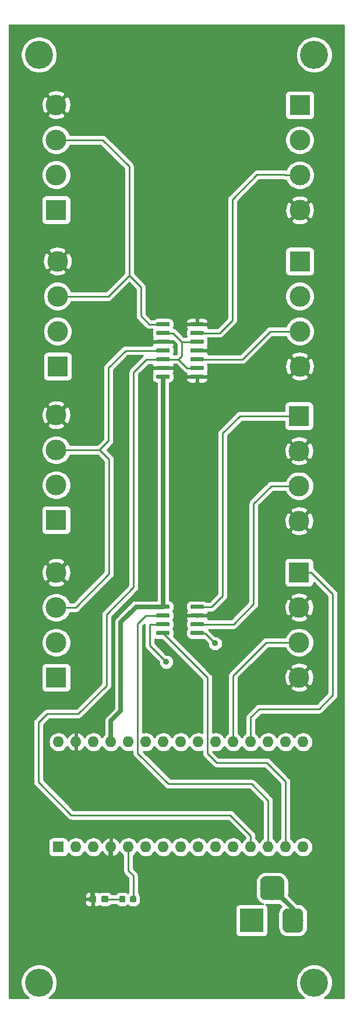
<source format=gtl>
G04 #@! TF.GenerationSoftware,KiCad,Pcbnew,(5.1.4)-1*
G04 #@! TF.CreationDate,2020-09-21T14:40:53+02:00*
G04 #@! TF.ProjectId,triggerbox,74726967-6765-4726-926f-782e6b696361,rev?*
G04 #@! TF.SameCoordinates,Original*
G04 #@! TF.FileFunction,Copper,L1,Top*
G04 #@! TF.FilePolarity,Positive*
%FSLAX46Y46*%
G04 Gerber Fmt 4.6, Leading zero omitted, Abs format (unit mm)*
G04 Created by KiCad (PCBNEW (5.1.4)-1) date 2020-09-21 14:40:53*
%MOMM*%
%LPD*%
G04 APERTURE LIST*
%ADD10R,1.600000X1.600000*%
%ADD11O,1.600000X1.600000*%
%ADD12C,3.000000*%
%ADD13R,3.000000X3.000000*%
%ADD14C,0.150000*%
%ADD15C,0.600000*%
%ADD16C,4.064000*%
%ADD17C,0.875000*%
%ADD18C,0.950000*%
%ADD19R,3.500000X3.500000*%
%ADD20C,3.500000*%
%ADD21C,0.889000*%
%ADD22C,0.635000*%
%ADD23C,0.250000*%
%ADD24C,0.254000*%
G04 APERTURE END LIST*
D10*
X54820000Y-144340000D03*
D11*
X87840000Y-129100000D03*
X57360000Y-144340000D03*
X85300000Y-129100000D03*
X59900000Y-144340000D03*
X82760000Y-129100000D03*
X62440000Y-144340000D03*
X80220000Y-129100000D03*
X64980000Y-144340000D03*
X77680000Y-129100000D03*
X67520000Y-144340000D03*
X75140000Y-129100000D03*
X70060000Y-144340000D03*
X72600000Y-129100000D03*
X72600000Y-144340000D03*
X70060000Y-129100000D03*
X75140000Y-144340000D03*
X67520000Y-129100000D03*
X77680000Y-144340000D03*
X64980000Y-129100000D03*
X80220000Y-144340000D03*
X62440000Y-129100000D03*
X82760000Y-144340000D03*
X59900000Y-129100000D03*
X85300000Y-144340000D03*
X57360000Y-129100000D03*
X87840000Y-144340000D03*
X54820000Y-129100000D03*
X90380000Y-144340000D03*
X90380000Y-129100000D03*
D12*
X89800000Y-119740000D03*
D13*
X89800000Y-104500000D03*
D12*
X89800000Y-114660000D03*
X89800000Y-109580000D03*
X89800000Y-97040000D03*
D13*
X89800000Y-81800000D03*
D12*
X89800000Y-91960000D03*
X89800000Y-86880000D03*
X89900000Y-74600000D03*
D13*
X89900000Y-59360000D03*
D12*
X89900000Y-69520000D03*
X89900000Y-64440000D03*
X89900000Y-51940000D03*
D13*
X89900000Y-36700000D03*
D12*
X89900000Y-46860000D03*
X89900000Y-41780000D03*
X54500000Y-36660000D03*
D13*
X54500000Y-51900000D03*
D12*
X54500000Y-41740000D03*
X54500000Y-46820000D03*
X54700000Y-59360000D03*
D13*
X54700000Y-74600000D03*
D12*
X54700000Y-64440000D03*
X54700000Y-69520000D03*
X54500000Y-81660000D03*
D13*
X54500000Y-96900000D03*
D12*
X54500000Y-86740000D03*
X54500000Y-91820000D03*
X54500000Y-104520000D03*
D13*
X54500000Y-119760000D03*
D12*
X54500000Y-109600000D03*
X54500000Y-114680000D03*
D14*
G36*
X75814703Y-109195722D02*
G01*
X75829264Y-109197882D01*
X75843543Y-109201459D01*
X75857403Y-109206418D01*
X75870710Y-109212712D01*
X75883336Y-109220280D01*
X75895159Y-109229048D01*
X75906066Y-109238934D01*
X75915952Y-109249841D01*
X75924720Y-109261664D01*
X75932288Y-109274290D01*
X75938582Y-109287597D01*
X75943541Y-109301457D01*
X75947118Y-109315736D01*
X75949278Y-109330297D01*
X75950000Y-109345000D01*
X75950000Y-109645000D01*
X75949278Y-109659703D01*
X75947118Y-109674264D01*
X75943541Y-109688543D01*
X75938582Y-109702403D01*
X75932288Y-109715710D01*
X75924720Y-109728336D01*
X75915952Y-109740159D01*
X75906066Y-109751066D01*
X75895159Y-109760952D01*
X75883336Y-109769720D01*
X75870710Y-109777288D01*
X75857403Y-109783582D01*
X75843543Y-109788541D01*
X75829264Y-109792118D01*
X75814703Y-109794278D01*
X75800000Y-109795000D01*
X74150000Y-109795000D01*
X74135297Y-109794278D01*
X74120736Y-109792118D01*
X74106457Y-109788541D01*
X74092597Y-109783582D01*
X74079290Y-109777288D01*
X74066664Y-109769720D01*
X74054841Y-109760952D01*
X74043934Y-109751066D01*
X74034048Y-109740159D01*
X74025280Y-109728336D01*
X74017712Y-109715710D01*
X74011418Y-109702403D01*
X74006459Y-109688543D01*
X74002882Y-109674264D01*
X74000722Y-109659703D01*
X74000000Y-109645000D01*
X74000000Y-109345000D01*
X74000722Y-109330297D01*
X74002882Y-109315736D01*
X74006459Y-109301457D01*
X74011418Y-109287597D01*
X74017712Y-109274290D01*
X74025280Y-109261664D01*
X74034048Y-109249841D01*
X74043934Y-109238934D01*
X74054841Y-109229048D01*
X74066664Y-109220280D01*
X74079290Y-109212712D01*
X74092597Y-109206418D01*
X74106457Y-109201459D01*
X74120736Y-109197882D01*
X74135297Y-109195722D01*
X74150000Y-109195000D01*
X75800000Y-109195000D01*
X75814703Y-109195722D01*
X75814703Y-109195722D01*
G37*
D15*
X74975000Y-109495000D03*
D14*
G36*
X75814703Y-110465722D02*
G01*
X75829264Y-110467882D01*
X75843543Y-110471459D01*
X75857403Y-110476418D01*
X75870710Y-110482712D01*
X75883336Y-110490280D01*
X75895159Y-110499048D01*
X75906066Y-110508934D01*
X75915952Y-110519841D01*
X75924720Y-110531664D01*
X75932288Y-110544290D01*
X75938582Y-110557597D01*
X75943541Y-110571457D01*
X75947118Y-110585736D01*
X75949278Y-110600297D01*
X75950000Y-110615000D01*
X75950000Y-110915000D01*
X75949278Y-110929703D01*
X75947118Y-110944264D01*
X75943541Y-110958543D01*
X75938582Y-110972403D01*
X75932288Y-110985710D01*
X75924720Y-110998336D01*
X75915952Y-111010159D01*
X75906066Y-111021066D01*
X75895159Y-111030952D01*
X75883336Y-111039720D01*
X75870710Y-111047288D01*
X75857403Y-111053582D01*
X75843543Y-111058541D01*
X75829264Y-111062118D01*
X75814703Y-111064278D01*
X75800000Y-111065000D01*
X74150000Y-111065000D01*
X74135297Y-111064278D01*
X74120736Y-111062118D01*
X74106457Y-111058541D01*
X74092597Y-111053582D01*
X74079290Y-111047288D01*
X74066664Y-111039720D01*
X74054841Y-111030952D01*
X74043934Y-111021066D01*
X74034048Y-111010159D01*
X74025280Y-110998336D01*
X74017712Y-110985710D01*
X74011418Y-110972403D01*
X74006459Y-110958543D01*
X74002882Y-110944264D01*
X74000722Y-110929703D01*
X74000000Y-110915000D01*
X74000000Y-110615000D01*
X74000722Y-110600297D01*
X74002882Y-110585736D01*
X74006459Y-110571457D01*
X74011418Y-110557597D01*
X74017712Y-110544290D01*
X74025280Y-110531664D01*
X74034048Y-110519841D01*
X74043934Y-110508934D01*
X74054841Y-110499048D01*
X74066664Y-110490280D01*
X74079290Y-110482712D01*
X74092597Y-110476418D01*
X74106457Y-110471459D01*
X74120736Y-110467882D01*
X74135297Y-110465722D01*
X74150000Y-110465000D01*
X75800000Y-110465000D01*
X75814703Y-110465722D01*
X75814703Y-110465722D01*
G37*
D15*
X74975000Y-110765000D03*
D14*
G36*
X75814703Y-111735722D02*
G01*
X75829264Y-111737882D01*
X75843543Y-111741459D01*
X75857403Y-111746418D01*
X75870710Y-111752712D01*
X75883336Y-111760280D01*
X75895159Y-111769048D01*
X75906066Y-111778934D01*
X75915952Y-111789841D01*
X75924720Y-111801664D01*
X75932288Y-111814290D01*
X75938582Y-111827597D01*
X75943541Y-111841457D01*
X75947118Y-111855736D01*
X75949278Y-111870297D01*
X75950000Y-111885000D01*
X75950000Y-112185000D01*
X75949278Y-112199703D01*
X75947118Y-112214264D01*
X75943541Y-112228543D01*
X75938582Y-112242403D01*
X75932288Y-112255710D01*
X75924720Y-112268336D01*
X75915952Y-112280159D01*
X75906066Y-112291066D01*
X75895159Y-112300952D01*
X75883336Y-112309720D01*
X75870710Y-112317288D01*
X75857403Y-112323582D01*
X75843543Y-112328541D01*
X75829264Y-112332118D01*
X75814703Y-112334278D01*
X75800000Y-112335000D01*
X74150000Y-112335000D01*
X74135297Y-112334278D01*
X74120736Y-112332118D01*
X74106457Y-112328541D01*
X74092597Y-112323582D01*
X74079290Y-112317288D01*
X74066664Y-112309720D01*
X74054841Y-112300952D01*
X74043934Y-112291066D01*
X74034048Y-112280159D01*
X74025280Y-112268336D01*
X74017712Y-112255710D01*
X74011418Y-112242403D01*
X74006459Y-112228543D01*
X74002882Y-112214264D01*
X74000722Y-112199703D01*
X74000000Y-112185000D01*
X74000000Y-111885000D01*
X74000722Y-111870297D01*
X74002882Y-111855736D01*
X74006459Y-111841457D01*
X74011418Y-111827597D01*
X74017712Y-111814290D01*
X74025280Y-111801664D01*
X74034048Y-111789841D01*
X74043934Y-111778934D01*
X74054841Y-111769048D01*
X74066664Y-111760280D01*
X74079290Y-111752712D01*
X74092597Y-111746418D01*
X74106457Y-111741459D01*
X74120736Y-111737882D01*
X74135297Y-111735722D01*
X74150000Y-111735000D01*
X75800000Y-111735000D01*
X75814703Y-111735722D01*
X75814703Y-111735722D01*
G37*
D15*
X74975000Y-112035000D03*
D14*
G36*
X75814703Y-113005722D02*
G01*
X75829264Y-113007882D01*
X75843543Y-113011459D01*
X75857403Y-113016418D01*
X75870710Y-113022712D01*
X75883336Y-113030280D01*
X75895159Y-113039048D01*
X75906066Y-113048934D01*
X75915952Y-113059841D01*
X75924720Y-113071664D01*
X75932288Y-113084290D01*
X75938582Y-113097597D01*
X75943541Y-113111457D01*
X75947118Y-113125736D01*
X75949278Y-113140297D01*
X75950000Y-113155000D01*
X75950000Y-113455000D01*
X75949278Y-113469703D01*
X75947118Y-113484264D01*
X75943541Y-113498543D01*
X75938582Y-113512403D01*
X75932288Y-113525710D01*
X75924720Y-113538336D01*
X75915952Y-113550159D01*
X75906066Y-113561066D01*
X75895159Y-113570952D01*
X75883336Y-113579720D01*
X75870710Y-113587288D01*
X75857403Y-113593582D01*
X75843543Y-113598541D01*
X75829264Y-113602118D01*
X75814703Y-113604278D01*
X75800000Y-113605000D01*
X74150000Y-113605000D01*
X74135297Y-113604278D01*
X74120736Y-113602118D01*
X74106457Y-113598541D01*
X74092597Y-113593582D01*
X74079290Y-113587288D01*
X74066664Y-113579720D01*
X74054841Y-113570952D01*
X74043934Y-113561066D01*
X74034048Y-113550159D01*
X74025280Y-113538336D01*
X74017712Y-113525710D01*
X74011418Y-113512403D01*
X74006459Y-113498543D01*
X74002882Y-113484264D01*
X74000722Y-113469703D01*
X74000000Y-113455000D01*
X74000000Y-113155000D01*
X74000722Y-113140297D01*
X74002882Y-113125736D01*
X74006459Y-113111457D01*
X74011418Y-113097597D01*
X74017712Y-113084290D01*
X74025280Y-113071664D01*
X74034048Y-113059841D01*
X74043934Y-113048934D01*
X74054841Y-113039048D01*
X74066664Y-113030280D01*
X74079290Y-113022712D01*
X74092597Y-113016418D01*
X74106457Y-113011459D01*
X74120736Y-113007882D01*
X74135297Y-113005722D01*
X74150000Y-113005000D01*
X75800000Y-113005000D01*
X75814703Y-113005722D01*
X75814703Y-113005722D01*
G37*
D15*
X74975000Y-113305000D03*
D14*
G36*
X70864703Y-113005722D02*
G01*
X70879264Y-113007882D01*
X70893543Y-113011459D01*
X70907403Y-113016418D01*
X70920710Y-113022712D01*
X70933336Y-113030280D01*
X70945159Y-113039048D01*
X70956066Y-113048934D01*
X70965952Y-113059841D01*
X70974720Y-113071664D01*
X70982288Y-113084290D01*
X70988582Y-113097597D01*
X70993541Y-113111457D01*
X70997118Y-113125736D01*
X70999278Y-113140297D01*
X71000000Y-113155000D01*
X71000000Y-113455000D01*
X70999278Y-113469703D01*
X70997118Y-113484264D01*
X70993541Y-113498543D01*
X70988582Y-113512403D01*
X70982288Y-113525710D01*
X70974720Y-113538336D01*
X70965952Y-113550159D01*
X70956066Y-113561066D01*
X70945159Y-113570952D01*
X70933336Y-113579720D01*
X70920710Y-113587288D01*
X70907403Y-113593582D01*
X70893543Y-113598541D01*
X70879264Y-113602118D01*
X70864703Y-113604278D01*
X70850000Y-113605000D01*
X69200000Y-113605000D01*
X69185297Y-113604278D01*
X69170736Y-113602118D01*
X69156457Y-113598541D01*
X69142597Y-113593582D01*
X69129290Y-113587288D01*
X69116664Y-113579720D01*
X69104841Y-113570952D01*
X69093934Y-113561066D01*
X69084048Y-113550159D01*
X69075280Y-113538336D01*
X69067712Y-113525710D01*
X69061418Y-113512403D01*
X69056459Y-113498543D01*
X69052882Y-113484264D01*
X69050722Y-113469703D01*
X69050000Y-113455000D01*
X69050000Y-113155000D01*
X69050722Y-113140297D01*
X69052882Y-113125736D01*
X69056459Y-113111457D01*
X69061418Y-113097597D01*
X69067712Y-113084290D01*
X69075280Y-113071664D01*
X69084048Y-113059841D01*
X69093934Y-113048934D01*
X69104841Y-113039048D01*
X69116664Y-113030280D01*
X69129290Y-113022712D01*
X69142597Y-113016418D01*
X69156457Y-113011459D01*
X69170736Y-113007882D01*
X69185297Y-113005722D01*
X69200000Y-113005000D01*
X70850000Y-113005000D01*
X70864703Y-113005722D01*
X70864703Y-113005722D01*
G37*
D15*
X70025000Y-113305000D03*
D14*
G36*
X70864703Y-111735722D02*
G01*
X70879264Y-111737882D01*
X70893543Y-111741459D01*
X70907403Y-111746418D01*
X70920710Y-111752712D01*
X70933336Y-111760280D01*
X70945159Y-111769048D01*
X70956066Y-111778934D01*
X70965952Y-111789841D01*
X70974720Y-111801664D01*
X70982288Y-111814290D01*
X70988582Y-111827597D01*
X70993541Y-111841457D01*
X70997118Y-111855736D01*
X70999278Y-111870297D01*
X71000000Y-111885000D01*
X71000000Y-112185000D01*
X70999278Y-112199703D01*
X70997118Y-112214264D01*
X70993541Y-112228543D01*
X70988582Y-112242403D01*
X70982288Y-112255710D01*
X70974720Y-112268336D01*
X70965952Y-112280159D01*
X70956066Y-112291066D01*
X70945159Y-112300952D01*
X70933336Y-112309720D01*
X70920710Y-112317288D01*
X70907403Y-112323582D01*
X70893543Y-112328541D01*
X70879264Y-112332118D01*
X70864703Y-112334278D01*
X70850000Y-112335000D01*
X69200000Y-112335000D01*
X69185297Y-112334278D01*
X69170736Y-112332118D01*
X69156457Y-112328541D01*
X69142597Y-112323582D01*
X69129290Y-112317288D01*
X69116664Y-112309720D01*
X69104841Y-112300952D01*
X69093934Y-112291066D01*
X69084048Y-112280159D01*
X69075280Y-112268336D01*
X69067712Y-112255710D01*
X69061418Y-112242403D01*
X69056459Y-112228543D01*
X69052882Y-112214264D01*
X69050722Y-112199703D01*
X69050000Y-112185000D01*
X69050000Y-111885000D01*
X69050722Y-111870297D01*
X69052882Y-111855736D01*
X69056459Y-111841457D01*
X69061418Y-111827597D01*
X69067712Y-111814290D01*
X69075280Y-111801664D01*
X69084048Y-111789841D01*
X69093934Y-111778934D01*
X69104841Y-111769048D01*
X69116664Y-111760280D01*
X69129290Y-111752712D01*
X69142597Y-111746418D01*
X69156457Y-111741459D01*
X69170736Y-111737882D01*
X69185297Y-111735722D01*
X69200000Y-111735000D01*
X70850000Y-111735000D01*
X70864703Y-111735722D01*
X70864703Y-111735722D01*
G37*
D15*
X70025000Y-112035000D03*
D14*
G36*
X70864703Y-110465722D02*
G01*
X70879264Y-110467882D01*
X70893543Y-110471459D01*
X70907403Y-110476418D01*
X70920710Y-110482712D01*
X70933336Y-110490280D01*
X70945159Y-110499048D01*
X70956066Y-110508934D01*
X70965952Y-110519841D01*
X70974720Y-110531664D01*
X70982288Y-110544290D01*
X70988582Y-110557597D01*
X70993541Y-110571457D01*
X70997118Y-110585736D01*
X70999278Y-110600297D01*
X71000000Y-110615000D01*
X71000000Y-110915000D01*
X70999278Y-110929703D01*
X70997118Y-110944264D01*
X70993541Y-110958543D01*
X70988582Y-110972403D01*
X70982288Y-110985710D01*
X70974720Y-110998336D01*
X70965952Y-111010159D01*
X70956066Y-111021066D01*
X70945159Y-111030952D01*
X70933336Y-111039720D01*
X70920710Y-111047288D01*
X70907403Y-111053582D01*
X70893543Y-111058541D01*
X70879264Y-111062118D01*
X70864703Y-111064278D01*
X70850000Y-111065000D01*
X69200000Y-111065000D01*
X69185297Y-111064278D01*
X69170736Y-111062118D01*
X69156457Y-111058541D01*
X69142597Y-111053582D01*
X69129290Y-111047288D01*
X69116664Y-111039720D01*
X69104841Y-111030952D01*
X69093934Y-111021066D01*
X69084048Y-111010159D01*
X69075280Y-110998336D01*
X69067712Y-110985710D01*
X69061418Y-110972403D01*
X69056459Y-110958543D01*
X69052882Y-110944264D01*
X69050722Y-110929703D01*
X69050000Y-110915000D01*
X69050000Y-110615000D01*
X69050722Y-110600297D01*
X69052882Y-110585736D01*
X69056459Y-110571457D01*
X69061418Y-110557597D01*
X69067712Y-110544290D01*
X69075280Y-110531664D01*
X69084048Y-110519841D01*
X69093934Y-110508934D01*
X69104841Y-110499048D01*
X69116664Y-110490280D01*
X69129290Y-110482712D01*
X69142597Y-110476418D01*
X69156457Y-110471459D01*
X69170736Y-110467882D01*
X69185297Y-110465722D01*
X69200000Y-110465000D01*
X70850000Y-110465000D01*
X70864703Y-110465722D01*
X70864703Y-110465722D01*
G37*
D15*
X70025000Y-110765000D03*
D14*
G36*
X70864703Y-109195722D02*
G01*
X70879264Y-109197882D01*
X70893543Y-109201459D01*
X70907403Y-109206418D01*
X70920710Y-109212712D01*
X70933336Y-109220280D01*
X70945159Y-109229048D01*
X70956066Y-109238934D01*
X70965952Y-109249841D01*
X70974720Y-109261664D01*
X70982288Y-109274290D01*
X70988582Y-109287597D01*
X70993541Y-109301457D01*
X70997118Y-109315736D01*
X70999278Y-109330297D01*
X71000000Y-109345000D01*
X71000000Y-109645000D01*
X70999278Y-109659703D01*
X70997118Y-109674264D01*
X70993541Y-109688543D01*
X70988582Y-109702403D01*
X70982288Y-109715710D01*
X70974720Y-109728336D01*
X70965952Y-109740159D01*
X70956066Y-109751066D01*
X70945159Y-109760952D01*
X70933336Y-109769720D01*
X70920710Y-109777288D01*
X70907403Y-109783582D01*
X70893543Y-109788541D01*
X70879264Y-109792118D01*
X70864703Y-109794278D01*
X70850000Y-109795000D01*
X69200000Y-109795000D01*
X69185297Y-109794278D01*
X69170736Y-109792118D01*
X69156457Y-109788541D01*
X69142597Y-109783582D01*
X69129290Y-109777288D01*
X69116664Y-109769720D01*
X69104841Y-109760952D01*
X69093934Y-109751066D01*
X69084048Y-109740159D01*
X69075280Y-109728336D01*
X69067712Y-109715710D01*
X69061418Y-109702403D01*
X69056459Y-109688543D01*
X69052882Y-109674264D01*
X69050722Y-109659703D01*
X69050000Y-109645000D01*
X69050000Y-109345000D01*
X69050722Y-109330297D01*
X69052882Y-109315736D01*
X69056459Y-109301457D01*
X69061418Y-109287597D01*
X69067712Y-109274290D01*
X69075280Y-109261664D01*
X69084048Y-109249841D01*
X69093934Y-109238934D01*
X69104841Y-109229048D01*
X69116664Y-109220280D01*
X69129290Y-109212712D01*
X69142597Y-109206418D01*
X69156457Y-109201459D01*
X69170736Y-109197882D01*
X69185297Y-109195722D01*
X69200000Y-109195000D01*
X70850000Y-109195000D01*
X70864703Y-109195722D01*
X70864703Y-109195722D01*
G37*
D15*
X70025000Y-109495000D03*
D16*
X92000000Y-164000000D03*
X92000000Y-29400000D03*
X52000000Y-29400000D03*
X52000000Y-164000000D03*
D14*
G36*
X75814703Y-75810722D02*
G01*
X75829264Y-75812882D01*
X75843543Y-75816459D01*
X75857403Y-75821418D01*
X75870710Y-75827712D01*
X75883336Y-75835280D01*
X75895159Y-75844048D01*
X75906066Y-75853934D01*
X75915952Y-75864841D01*
X75924720Y-75876664D01*
X75932288Y-75889290D01*
X75938582Y-75902597D01*
X75943541Y-75916457D01*
X75947118Y-75930736D01*
X75949278Y-75945297D01*
X75950000Y-75960000D01*
X75950000Y-76260000D01*
X75949278Y-76274703D01*
X75947118Y-76289264D01*
X75943541Y-76303543D01*
X75938582Y-76317403D01*
X75932288Y-76330710D01*
X75924720Y-76343336D01*
X75915952Y-76355159D01*
X75906066Y-76366066D01*
X75895159Y-76375952D01*
X75883336Y-76384720D01*
X75870710Y-76392288D01*
X75857403Y-76398582D01*
X75843543Y-76403541D01*
X75829264Y-76407118D01*
X75814703Y-76409278D01*
X75800000Y-76410000D01*
X74150000Y-76410000D01*
X74135297Y-76409278D01*
X74120736Y-76407118D01*
X74106457Y-76403541D01*
X74092597Y-76398582D01*
X74079290Y-76392288D01*
X74066664Y-76384720D01*
X74054841Y-76375952D01*
X74043934Y-76366066D01*
X74034048Y-76355159D01*
X74025280Y-76343336D01*
X74017712Y-76330710D01*
X74011418Y-76317403D01*
X74006459Y-76303543D01*
X74002882Y-76289264D01*
X74000722Y-76274703D01*
X74000000Y-76260000D01*
X74000000Y-75960000D01*
X74000722Y-75945297D01*
X74002882Y-75930736D01*
X74006459Y-75916457D01*
X74011418Y-75902597D01*
X74017712Y-75889290D01*
X74025280Y-75876664D01*
X74034048Y-75864841D01*
X74043934Y-75853934D01*
X74054841Y-75844048D01*
X74066664Y-75835280D01*
X74079290Y-75827712D01*
X74092597Y-75821418D01*
X74106457Y-75816459D01*
X74120736Y-75812882D01*
X74135297Y-75810722D01*
X74150000Y-75810000D01*
X75800000Y-75810000D01*
X75814703Y-75810722D01*
X75814703Y-75810722D01*
G37*
D15*
X74975000Y-76110000D03*
D14*
G36*
X75814703Y-74540722D02*
G01*
X75829264Y-74542882D01*
X75843543Y-74546459D01*
X75857403Y-74551418D01*
X75870710Y-74557712D01*
X75883336Y-74565280D01*
X75895159Y-74574048D01*
X75906066Y-74583934D01*
X75915952Y-74594841D01*
X75924720Y-74606664D01*
X75932288Y-74619290D01*
X75938582Y-74632597D01*
X75943541Y-74646457D01*
X75947118Y-74660736D01*
X75949278Y-74675297D01*
X75950000Y-74690000D01*
X75950000Y-74990000D01*
X75949278Y-75004703D01*
X75947118Y-75019264D01*
X75943541Y-75033543D01*
X75938582Y-75047403D01*
X75932288Y-75060710D01*
X75924720Y-75073336D01*
X75915952Y-75085159D01*
X75906066Y-75096066D01*
X75895159Y-75105952D01*
X75883336Y-75114720D01*
X75870710Y-75122288D01*
X75857403Y-75128582D01*
X75843543Y-75133541D01*
X75829264Y-75137118D01*
X75814703Y-75139278D01*
X75800000Y-75140000D01*
X74150000Y-75140000D01*
X74135297Y-75139278D01*
X74120736Y-75137118D01*
X74106457Y-75133541D01*
X74092597Y-75128582D01*
X74079290Y-75122288D01*
X74066664Y-75114720D01*
X74054841Y-75105952D01*
X74043934Y-75096066D01*
X74034048Y-75085159D01*
X74025280Y-75073336D01*
X74017712Y-75060710D01*
X74011418Y-75047403D01*
X74006459Y-75033543D01*
X74002882Y-75019264D01*
X74000722Y-75004703D01*
X74000000Y-74990000D01*
X74000000Y-74690000D01*
X74000722Y-74675297D01*
X74002882Y-74660736D01*
X74006459Y-74646457D01*
X74011418Y-74632597D01*
X74017712Y-74619290D01*
X74025280Y-74606664D01*
X74034048Y-74594841D01*
X74043934Y-74583934D01*
X74054841Y-74574048D01*
X74066664Y-74565280D01*
X74079290Y-74557712D01*
X74092597Y-74551418D01*
X74106457Y-74546459D01*
X74120736Y-74542882D01*
X74135297Y-74540722D01*
X74150000Y-74540000D01*
X75800000Y-74540000D01*
X75814703Y-74540722D01*
X75814703Y-74540722D01*
G37*
D15*
X74975000Y-74840000D03*
D14*
G36*
X75814703Y-73270722D02*
G01*
X75829264Y-73272882D01*
X75843543Y-73276459D01*
X75857403Y-73281418D01*
X75870710Y-73287712D01*
X75883336Y-73295280D01*
X75895159Y-73304048D01*
X75906066Y-73313934D01*
X75915952Y-73324841D01*
X75924720Y-73336664D01*
X75932288Y-73349290D01*
X75938582Y-73362597D01*
X75943541Y-73376457D01*
X75947118Y-73390736D01*
X75949278Y-73405297D01*
X75950000Y-73420000D01*
X75950000Y-73720000D01*
X75949278Y-73734703D01*
X75947118Y-73749264D01*
X75943541Y-73763543D01*
X75938582Y-73777403D01*
X75932288Y-73790710D01*
X75924720Y-73803336D01*
X75915952Y-73815159D01*
X75906066Y-73826066D01*
X75895159Y-73835952D01*
X75883336Y-73844720D01*
X75870710Y-73852288D01*
X75857403Y-73858582D01*
X75843543Y-73863541D01*
X75829264Y-73867118D01*
X75814703Y-73869278D01*
X75800000Y-73870000D01*
X74150000Y-73870000D01*
X74135297Y-73869278D01*
X74120736Y-73867118D01*
X74106457Y-73863541D01*
X74092597Y-73858582D01*
X74079290Y-73852288D01*
X74066664Y-73844720D01*
X74054841Y-73835952D01*
X74043934Y-73826066D01*
X74034048Y-73815159D01*
X74025280Y-73803336D01*
X74017712Y-73790710D01*
X74011418Y-73777403D01*
X74006459Y-73763543D01*
X74002882Y-73749264D01*
X74000722Y-73734703D01*
X74000000Y-73720000D01*
X74000000Y-73420000D01*
X74000722Y-73405297D01*
X74002882Y-73390736D01*
X74006459Y-73376457D01*
X74011418Y-73362597D01*
X74017712Y-73349290D01*
X74025280Y-73336664D01*
X74034048Y-73324841D01*
X74043934Y-73313934D01*
X74054841Y-73304048D01*
X74066664Y-73295280D01*
X74079290Y-73287712D01*
X74092597Y-73281418D01*
X74106457Y-73276459D01*
X74120736Y-73272882D01*
X74135297Y-73270722D01*
X74150000Y-73270000D01*
X75800000Y-73270000D01*
X75814703Y-73270722D01*
X75814703Y-73270722D01*
G37*
D15*
X74975000Y-73570000D03*
D14*
G36*
X75814703Y-72000722D02*
G01*
X75829264Y-72002882D01*
X75843543Y-72006459D01*
X75857403Y-72011418D01*
X75870710Y-72017712D01*
X75883336Y-72025280D01*
X75895159Y-72034048D01*
X75906066Y-72043934D01*
X75915952Y-72054841D01*
X75924720Y-72066664D01*
X75932288Y-72079290D01*
X75938582Y-72092597D01*
X75943541Y-72106457D01*
X75947118Y-72120736D01*
X75949278Y-72135297D01*
X75950000Y-72150000D01*
X75950000Y-72450000D01*
X75949278Y-72464703D01*
X75947118Y-72479264D01*
X75943541Y-72493543D01*
X75938582Y-72507403D01*
X75932288Y-72520710D01*
X75924720Y-72533336D01*
X75915952Y-72545159D01*
X75906066Y-72556066D01*
X75895159Y-72565952D01*
X75883336Y-72574720D01*
X75870710Y-72582288D01*
X75857403Y-72588582D01*
X75843543Y-72593541D01*
X75829264Y-72597118D01*
X75814703Y-72599278D01*
X75800000Y-72600000D01*
X74150000Y-72600000D01*
X74135297Y-72599278D01*
X74120736Y-72597118D01*
X74106457Y-72593541D01*
X74092597Y-72588582D01*
X74079290Y-72582288D01*
X74066664Y-72574720D01*
X74054841Y-72565952D01*
X74043934Y-72556066D01*
X74034048Y-72545159D01*
X74025280Y-72533336D01*
X74017712Y-72520710D01*
X74011418Y-72507403D01*
X74006459Y-72493543D01*
X74002882Y-72479264D01*
X74000722Y-72464703D01*
X74000000Y-72450000D01*
X74000000Y-72150000D01*
X74000722Y-72135297D01*
X74002882Y-72120736D01*
X74006459Y-72106457D01*
X74011418Y-72092597D01*
X74017712Y-72079290D01*
X74025280Y-72066664D01*
X74034048Y-72054841D01*
X74043934Y-72043934D01*
X74054841Y-72034048D01*
X74066664Y-72025280D01*
X74079290Y-72017712D01*
X74092597Y-72011418D01*
X74106457Y-72006459D01*
X74120736Y-72002882D01*
X74135297Y-72000722D01*
X74150000Y-72000000D01*
X75800000Y-72000000D01*
X75814703Y-72000722D01*
X75814703Y-72000722D01*
G37*
D15*
X74975000Y-72300000D03*
D14*
G36*
X75814703Y-70730722D02*
G01*
X75829264Y-70732882D01*
X75843543Y-70736459D01*
X75857403Y-70741418D01*
X75870710Y-70747712D01*
X75883336Y-70755280D01*
X75895159Y-70764048D01*
X75906066Y-70773934D01*
X75915952Y-70784841D01*
X75924720Y-70796664D01*
X75932288Y-70809290D01*
X75938582Y-70822597D01*
X75943541Y-70836457D01*
X75947118Y-70850736D01*
X75949278Y-70865297D01*
X75950000Y-70880000D01*
X75950000Y-71180000D01*
X75949278Y-71194703D01*
X75947118Y-71209264D01*
X75943541Y-71223543D01*
X75938582Y-71237403D01*
X75932288Y-71250710D01*
X75924720Y-71263336D01*
X75915952Y-71275159D01*
X75906066Y-71286066D01*
X75895159Y-71295952D01*
X75883336Y-71304720D01*
X75870710Y-71312288D01*
X75857403Y-71318582D01*
X75843543Y-71323541D01*
X75829264Y-71327118D01*
X75814703Y-71329278D01*
X75800000Y-71330000D01*
X74150000Y-71330000D01*
X74135297Y-71329278D01*
X74120736Y-71327118D01*
X74106457Y-71323541D01*
X74092597Y-71318582D01*
X74079290Y-71312288D01*
X74066664Y-71304720D01*
X74054841Y-71295952D01*
X74043934Y-71286066D01*
X74034048Y-71275159D01*
X74025280Y-71263336D01*
X74017712Y-71250710D01*
X74011418Y-71237403D01*
X74006459Y-71223543D01*
X74002882Y-71209264D01*
X74000722Y-71194703D01*
X74000000Y-71180000D01*
X74000000Y-70880000D01*
X74000722Y-70865297D01*
X74002882Y-70850736D01*
X74006459Y-70836457D01*
X74011418Y-70822597D01*
X74017712Y-70809290D01*
X74025280Y-70796664D01*
X74034048Y-70784841D01*
X74043934Y-70773934D01*
X74054841Y-70764048D01*
X74066664Y-70755280D01*
X74079290Y-70747712D01*
X74092597Y-70741418D01*
X74106457Y-70736459D01*
X74120736Y-70732882D01*
X74135297Y-70730722D01*
X74150000Y-70730000D01*
X75800000Y-70730000D01*
X75814703Y-70730722D01*
X75814703Y-70730722D01*
G37*
D15*
X74975000Y-71030000D03*
D14*
G36*
X75814703Y-69460722D02*
G01*
X75829264Y-69462882D01*
X75843543Y-69466459D01*
X75857403Y-69471418D01*
X75870710Y-69477712D01*
X75883336Y-69485280D01*
X75895159Y-69494048D01*
X75906066Y-69503934D01*
X75915952Y-69514841D01*
X75924720Y-69526664D01*
X75932288Y-69539290D01*
X75938582Y-69552597D01*
X75943541Y-69566457D01*
X75947118Y-69580736D01*
X75949278Y-69595297D01*
X75950000Y-69610000D01*
X75950000Y-69910000D01*
X75949278Y-69924703D01*
X75947118Y-69939264D01*
X75943541Y-69953543D01*
X75938582Y-69967403D01*
X75932288Y-69980710D01*
X75924720Y-69993336D01*
X75915952Y-70005159D01*
X75906066Y-70016066D01*
X75895159Y-70025952D01*
X75883336Y-70034720D01*
X75870710Y-70042288D01*
X75857403Y-70048582D01*
X75843543Y-70053541D01*
X75829264Y-70057118D01*
X75814703Y-70059278D01*
X75800000Y-70060000D01*
X74150000Y-70060000D01*
X74135297Y-70059278D01*
X74120736Y-70057118D01*
X74106457Y-70053541D01*
X74092597Y-70048582D01*
X74079290Y-70042288D01*
X74066664Y-70034720D01*
X74054841Y-70025952D01*
X74043934Y-70016066D01*
X74034048Y-70005159D01*
X74025280Y-69993336D01*
X74017712Y-69980710D01*
X74011418Y-69967403D01*
X74006459Y-69953543D01*
X74002882Y-69939264D01*
X74000722Y-69924703D01*
X74000000Y-69910000D01*
X74000000Y-69610000D01*
X74000722Y-69595297D01*
X74002882Y-69580736D01*
X74006459Y-69566457D01*
X74011418Y-69552597D01*
X74017712Y-69539290D01*
X74025280Y-69526664D01*
X74034048Y-69514841D01*
X74043934Y-69503934D01*
X74054841Y-69494048D01*
X74066664Y-69485280D01*
X74079290Y-69477712D01*
X74092597Y-69471418D01*
X74106457Y-69466459D01*
X74120736Y-69462882D01*
X74135297Y-69460722D01*
X74150000Y-69460000D01*
X75800000Y-69460000D01*
X75814703Y-69460722D01*
X75814703Y-69460722D01*
G37*
D15*
X74975000Y-69760000D03*
D14*
G36*
X75814703Y-68190722D02*
G01*
X75829264Y-68192882D01*
X75843543Y-68196459D01*
X75857403Y-68201418D01*
X75870710Y-68207712D01*
X75883336Y-68215280D01*
X75895159Y-68224048D01*
X75906066Y-68233934D01*
X75915952Y-68244841D01*
X75924720Y-68256664D01*
X75932288Y-68269290D01*
X75938582Y-68282597D01*
X75943541Y-68296457D01*
X75947118Y-68310736D01*
X75949278Y-68325297D01*
X75950000Y-68340000D01*
X75950000Y-68640000D01*
X75949278Y-68654703D01*
X75947118Y-68669264D01*
X75943541Y-68683543D01*
X75938582Y-68697403D01*
X75932288Y-68710710D01*
X75924720Y-68723336D01*
X75915952Y-68735159D01*
X75906066Y-68746066D01*
X75895159Y-68755952D01*
X75883336Y-68764720D01*
X75870710Y-68772288D01*
X75857403Y-68778582D01*
X75843543Y-68783541D01*
X75829264Y-68787118D01*
X75814703Y-68789278D01*
X75800000Y-68790000D01*
X74150000Y-68790000D01*
X74135297Y-68789278D01*
X74120736Y-68787118D01*
X74106457Y-68783541D01*
X74092597Y-68778582D01*
X74079290Y-68772288D01*
X74066664Y-68764720D01*
X74054841Y-68755952D01*
X74043934Y-68746066D01*
X74034048Y-68735159D01*
X74025280Y-68723336D01*
X74017712Y-68710710D01*
X74011418Y-68697403D01*
X74006459Y-68683543D01*
X74002882Y-68669264D01*
X74000722Y-68654703D01*
X74000000Y-68640000D01*
X74000000Y-68340000D01*
X74000722Y-68325297D01*
X74002882Y-68310736D01*
X74006459Y-68296457D01*
X74011418Y-68282597D01*
X74017712Y-68269290D01*
X74025280Y-68256664D01*
X74034048Y-68244841D01*
X74043934Y-68233934D01*
X74054841Y-68224048D01*
X74066664Y-68215280D01*
X74079290Y-68207712D01*
X74092597Y-68201418D01*
X74106457Y-68196459D01*
X74120736Y-68192882D01*
X74135297Y-68190722D01*
X74150000Y-68190000D01*
X75800000Y-68190000D01*
X75814703Y-68190722D01*
X75814703Y-68190722D01*
G37*
D15*
X74975000Y-68490000D03*
D14*
G36*
X70864703Y-68190722D02*
G01*
X70879264Y-68192882D01*
X70893543Y-68196459D01*
X70907403Y-68201418D01*
X70920710Y-68207712D01*
X70933336Y-68215280D01*
X70945159Y-68224048D01*
X70956066Y-68233934D01*
X70965952Y-68244841D01*
X70974720Y-68256664D01*
X70982288Y-68269290D01*
X70988582Y-68282597D01*
X70993541Y-68296457D01*
X70997118Y-68310736D01*
X70999278Y-68325297D01*
X71000000Y-68340000D01*
X71000000Y-68640000D01*
X70999278Y-68654703D01*
X70997118Y-68669264D01*
X70993541Y-68683543D01*
X70988582Y-68697403D01*
X70982288Y-68710710D01*
X70974720Y-68723336D01*
X70965952Y-68735159D01*
X70956066Y-68746066D01*
X70945159Y-68755952D01*
X70933336Y-68764720D01*
X70920710Y-68772288D01*
X70907403Y-68778582D01*
X70893543Y-68783541D01*
X70879264Y-68787118D01*
X70864703Y-68789278D01*
X70850000Y-68790000D01*
X69200000Y-68790000D01*
X69185297Y-68789278D01*
X69170736Y-68787118D01*
X69156457Y-68783541D01*
X69142597Y-68778582D01*
X69129290Y-68772288D01*
X69116664Y-68764720D01*
X69104841Y-68755952D01*
X69093934Y-68746066D01*
X69084048Y-68735159D01*
X69075280Y-68723336D01*
X69067712Y-68710710D01*
X69061418Y-68697403D01*
X69056459Y-68683543D01*
X69052882Y-68669264D01*
X69050722Y-68654703D01*
X69050000Y-68640000D01*
X69050000Y-68340000D01*
X69050722Y-68325297D01*
X69052882Y-68310736D01*
X69056459Y-68296457D01*
X69061418Y-68282597D01*
X69067712Y-68269290D01*
X69075280Y-68256664D01*
X69084048Y-68244841D01*
X69093934Y-68233934D01*
X69104841Y-68224048D01*
X69116664Y-68215280D01*
X69129290Y-68207712D01*
X69142597Y-68201418D01*
X69156457Y-68196459D01*
X69170736Y-68192882D01*
X69185297Y-68190722D01*
X69200000Y-68190000D01*
X70850000Y-68190000D01*
X70864703Y-68190722D01*
X70864703Y-68190722D01*
G37*
D15*
X70025000Y-68490000D03*
D14*
G36*
X70864703Y-69460722D02*
G01*
X70879264Y-69462882D01*
X70893543Y-69466459D01*
X70907403Y-69471418D01*
X70920710Y-69477712D01*
X70933336Y-69485280D01*
X70945159Y-69494048D01*
X70956066Y-69503934D01*
X70965952Y-69514841D01*
X70974720Y-69526664D01*
X70982288Y-69539290D01*
X70988582Y-69552597D01*
X70993541Y-69566457D01*
X70997118Y-69580736D01*
X70999278Y-69595297D01*
X71000000Y-69610000D01*
X71000000Y-69910000D01*
X70999278Y-69924703D01*
X70997118Y-69939264D01*
X70993541Y-69953543D01*
X70988582Y-69967403D01*
X70982288Y-69980710D01*
X70974720Y-69993336D01*
X70965952Y-70005159D01*
X70956066Y-70016066D01*
X70945159Y-70025952D01*
X70933336Y-70034720D01*
X70920710Y-70042288D01*
X70907403Y-70048582D01*
X70893543Y-70053541D01*
X70879264Y-70057118D01*
X70864703Y-70059278D01*
X70850000Y-70060000D01*
X69200000Y-70060000D01*
X69185297Y-70059278D01*
X69170736Y-70057118D01*
X69156457Y-70053541D01*
X69142597Y-70048582D01*
X69129290Y-70042288D01*
X69116664Y-70034720D01*
X69104841Y-70025952D01*
X69093934Y-70016066D01*
X69084048Y-70005159D01*
X69075280Y-69993336D01*
X69067712Y-69980710D01*
X69061418Y-69967403D01*
X69056459Y-69953543D01*
X69052882Y-69939264D01*
X69050722Y-69924703D01*
X69050000Y-69910000D01*
X69050000Y-69610000D01*
X69050722Y-69595297D01*
X69052882Y-69580736D01*
X69056459Y-69566457D01*
X69061418Y-69552597D01*
X69067712Y-69539290D01*
X69075280Y-69526664D01*
X69084048Y-69514841D01*
X69093934Y-69503934D01*
X69104841Y-69494048D01*
X69116664Y-69485280D01*
X69129290Y-69477712D01*
X69142597Y-69471418D01*
X69156457Y-69466459D01*
X69170736Y-69462882D01*
X69185297Y-69460722D01*
X69200000Y-69460000D01*
X70850000Y-69460000D01*
X70864703Y-69460722D01*
X70864703Y-69460722D01*
G37*
D15*
X70025000Y-69760000D03*
D14*
G36*
X70864703Y-70730722D02*
G01*
X70879264Y-70732882D01*
X70893543Y-70736459D01*
X70907403Y-70741418D01*
X70920710Y-70747712D01*
X70933336Y-70755280D01*
X70945159Y-70764048D01*
X70956066Y-70773934D01*
X70965952Y-70784841D01*
X70974720Y-70796664D01*
X70982288Y-70809290D01*
X70988582Y-70822597D01*
X70993541Y-70836457D01*
X70997118Y-70850736D01*
X70999278Y-70865297D01*
X71000000Y-70880000D01*
X71000000Y-71180000D01*
X70999278Y-71194703D01*
X70997118Y-71209264D01*
X70993541Y-71223543D01*
X70988582Y-71237403D01*
X70982288Y-71250710D01*
X70974720Y-71263336D01*
X70965952Y-71275159D01*
X70956066Y-71286066D01*
X70945159Y-71295952D01*
X70933336Y-71304720D01*
X70920710Y-71312288D01*
X70907403Y-71318582D01*
X70893543Y-71323541D01*
X70879264Y-71327118D01*
X70864703Y-71329278D01*
X70850000Y-71330000D01*
X69200000Y-71330000D01*
X69185297Y-71329278D01*
X69170736Y-71327118D01*
X69156457Y-71323541D01*
X69142597Y-71318582D01*
X69129290Y-71312288D01*
X69116664Y-71304720D01*
X69104841Y-71295952D01*
X69093934Y-71286066D01*
X69084048Y-71275159D01*
X69075280Y-71263336D01*
X69067712Y-71250710D01*
X69061418Y-71237403D01*
X69056459Y-71223543D01*
X69052882Y-71209264D01*
X69050722Y-71194703D01*
X69050000Y-71180000D01*
X69050000Y-70880000D01*
X69050722Y-70865297D01*
X69052882Y-70850736D01*
X69056459Y-70836457D01*
X69061418Y-70822597D01*
X69067712Y-70809290D01*
X69075280Y-70796664D01*
X69084048Y-70784841D01*
X69093934Y-70773934D01*
X69104841Y-70764048D01*
X69116664Y-70755280D01*
X69129290Y-70747712D01*
X69142597Y-70741418D01*
X69156457Y-70736459D01*
X69170736Y-70732882D01*
X69185297Y-70730722D01*
X69200000Y-70730000D01*
X70850000Y-70730000D01*
X70864703Y-70730722D01*
X70864703Y-70730722D01*
G37*
D15*
X70025000Y-71030000D03*
D14*
G36*
X70864703Y-72000722D02*
G01*
X70879264Y-72002882D01*
X70893543Y-72006459D01*
X70907403Y-72011418D01*
X70920710Y-72017712D01*
X70933336Y-72025280D01*
X70945159Y-72034048D01*
X70956066Y-72043934D01*
X70965952Y-72054841D01*
X70974720Y-72066664D01*
X70982288Y-72079290D01*
X70988582Y-72092597D01*
X70993541Y-72106457D01*
X70997118Y-72120736D01*
X70999278Y-72135297D01*
X71000000Y-72150000D01*
X71000000Y-72450000D01*
X70999278Y-72464703D01*
X70997118Y-72479264D01*
X70993541Y-72493543D01*
X70988582Y-72507403D01*
X70982288Y-72520710D01*
X70974720Y-72533336D01*
X70965952Y-72545159D01*
X70956066Y-72556066D01*
X70945159Y-72565952D01*
X70933336Y-72574720D01*
X70920710Y-72582288D01*
X70907403Y-72588582D01*
X70893543Y-72593541D01*
X70879264Y-72597118D01*
X70864703Y-72599278D01*
X70850000Y-72600000D01*
X69200000Y-72600000D01*
X69185297Y-72599278D01*
X69170736Y-72597118D01*
X69156457Y-72593541D01*
X69142597Y-72588582D01*
X69129290Y-72582288D01*
X69116664Y-72574720D01*
X69104841Y-72565952D01*
X69093934Y-72556066D01*
X69084048Y-72545159D01*
X69075280Y-72533336D01*
X69067712Y-72520710D01*
X69061418Y-72507403D01*
X69056459Y-72493543D01*
X69052882Y-72479264D01*
X69050722Y-72464703D01*
X69050000Y-72450000D01*
X69050000Y-72150000D01*
X69050722Y-72135297D01*
X69052882Y-72120736D01*
X69056459Y-72106457D01*
X69061418Y-72092597D01*
X69067712Y-72079290D01*
X69075280Y-72066664D01*
X69084048Y-72054841D01*
X69093934Y-72043934D01*
X69104841Y-72034048D01*
X69116664Y-72025280D01*
X69129290Y-72017712D01*
X69142597Y-72011418D01*
X69156457Y-72006459D01*
X69170736Y-72002882D01*
X69185297Y-72000722D01*
X69200000Y-72000000D01*
X70850000Y-72000000D01*
X70864703Y-72000722D01*
X70864703Y-72000722D01*
G37*
D15*
X70025000Y-72300000D03*
D14*
G36*
X70864703Y-73270722D02*
G01*
X70879264Y-73272882D01*
X70893543Y-73276459D01*
X70907403Y-73281418D01*
X70920710Y-73287712D01*
X70933336Y-73295280D01*
X70945159Y-73304048D01*
X70956066Y-73313934D01*
X70965952Y-73324841D01*
X70974720Y-73336664D01*
X70982288Y-73349290D01*
X70988582Y-73362597D01*
X70993541Y-73376457D01*
X70997118Y-73390736D01*
X70999278Y-73405297D01*
X71000000Y-73420000D01*
X71000000Y-73720000D01*
X70999278Y-73734703D01*
X70997118Y-73749264D01*
X70993541Y-73763543D01*
X70988582Y-73777403D01*
X70982288Y-73790710D01*
X70974720Y-73803336D01*
X70965952Y-73815159D01*
X70956066Y-73826066D01*
X70945159Y-73835952D01*
X70933336Y-73844720D01*
X70920710Y-73852288D01*
X70907403Y-73858582D01*
X70893543Y-73863541D01*
X70879264Y-73867118D01*
X70864703Y-73869278D01*
X70850000Y-73870000D01*
X69200000Y-73870000D01*
X69185297Y-73869278D01*
X69170736Y-73867118D01*
X69156457Y-73863541D01*
X69142597Y-73858582D01*
X69129290Y-73852288D01*
X69116664Y-73844720D01*
X69104841Y-73835952D01*
X69093934Y-73826066D01*
X69084048Y-73815159D01*
X69075280Y-73803336D01*
X69067712Y-73790710D01*
X69061418Y-73777403D01*
X69056459Y-73763543D01*
X69052882Y-73749264D01*
X69050722Y-73734703D01*
X69050000Y-73720000D01*
X69050000Y-73420000D01*
X69050722Y-73405297D01*
X69052882Y-73390736D01*
X69056459Y-73376457D01*
X69061418Y-73362597D01*
X69067712Y-73349290D01*
X69075280Y-73336664D01*
X69084048Y-73324841D01*
X69093934Y-73313934D01*
X69104841Y-73304048D01*
X69116664Y-73295280D01*
X69129290Y-73287712D01*
X69142597Y-73281418D01*
X69156457Y-73276459D01*
X69170736Y-73272882D01*
X69185297Y-73270722D01*
X69200000Y-73270000D01*
X70850000Y-73270000D01*
X70864703Y-73270722D01*
X70864703Y-73270722D01*
G37*
D15*
X70025000Y-73570000D03*
D14*
G36*
X70864703Y-74540722D02*
G01*
X70879264Y-74542882D01*
X70893543Y-74546459D01*
X70907403Y-74551418D01*
X70920710Y-74557712D01*
X70933336Y-74565280D01*
X70945159Y-74574048D01*
X70956066Y-74583934D01*
X70965952Y-74594841D01*
X70974720Y-74606664D01*
X70982288Y-74619290D01*
X70988582Y-74632597D01*
X70993541Y-74646457D01*
X70997118Y-74660736D01*
X70999278Y-74675297D01*
X71000000Y-74690000D01*
X71000000Y-74990000D01*
X70999278Y-75004703D01*
X70997118Y-75019264D01*
X70993541Y-75033543D01*
X70988582Y-75047403D01*
X70982288Y-75060710D01*
X70974720Y-75073336D01*
X70965952Y-75085159D01*
X70956066Y-75096066D01*
X70945159Y-75105952D01*
X70933336Y-75114720D01*
X70920710Y-75122288D01*
X70907403Y-75128582D01*
X70893543Y-75133541D01*
X70879264Y-75137118D01*
X70864703Y-75139278D01*
X70850000Y-75140000D01*
X69200000Y-75140000D01*
X69185297Y-75139278D01*
X69170736Y-75137118D01*
X69156457Y-75133541D01*
X69142597Y-75128582D01*
X69129290Y-75122288D01*
X69116664Y-75114720D01*
X69104841Y-75105952D01*
X69093934Y-75096066D01*
X69084048Y-75085159D01*
X69075280Y-75073336D01*
X69067712Y-75060710D01*
X69061418Y-75047403D01*
X69056459Y-75033543D01*
X69052882Y-75019264D01*
X69050722Y-75004703D01*
X69050000Y-74990000D01*
X69050000Y-74690000D01*
X69050722Y-74675297D01*
X69052882Y-74660736D01*
X69056459Y-74646457D01*
X69061418Y-74632597D01*
X69067712Y-74619290D01*
X69075280Y-74606664D01*
X69084048Y-74594841D01*
X69093934Y-74583934D01*
X69104841Y-74574048D01*
X69116664Y-74565280D01*
X69129290Y-74557712D01*
X69142597Y-74551418D01*
X69156457Y-74546459D01*
X69170736Y-74542882D01*
X69185297Y-74540722D01*
X69200000Y-74540000D01*
X70850000Y-74540000D01*
X70864703Y-74540722D01*
X70864703Y-74540722D01*
G37*
D15*
X70025000Y-74840000D03*
D14*
G36*
X70864703Y-75810722D02*
G01*
X70879264Y-75812882D01*
X70893543Y-75816459D01*
X70907403Y-75821418D01*
X70920710Y-75827712D01*
X70933336Y-75835280D01*
X70945159Y-75844048D01*
X70956066Y-75853934D01*
X70965952Y-75864841D01*
X70974720Y-75876664D01*
X70982288Y-75889290D01*
X70988582Y-75902597D01*
X70993541Y-75916457D01*
X70997118Y-75930736D01*
X70999278Y-75945297D01*
X71000000Y-75960000D01*
X71000000Y-76260000D01*
X70999278Y-76274703D01*
X70997118Y-76289264D01*
X70993541Y-76303543D01*
X70988582Y-76317403D01*
X70982288Y-76330710D01*
X70974720Y-76343336D01*
X70965952Y-76355159D01*
X70956066Y-76366066D01*
X70945159Y-76375952D01*
X70933336Y-76384720D01*
X70920710Y-76392288D01*
X70907403Y-76398582D01*
X70893543Y-76403541D01*
X70879264Y-76407118D01*
X70864703Y-76409278D01*
X70850000Y-76410000D01*
X69200000Y-76410000D01*
X69185297Y-76409278D01*
X69170736Y-76407118D01*
X69156457Y-76403541D01*
X69142597Y-76398582D01*
X69129290Y-76392288D01*
X69116664Y-76384720D01*
X69104841Y-76375952D01*
X69093934Y-76366066D01*
X69084048Y-76355159D01*
X69075280Y-76343336D01*
X69067712Y-76330710D01*
X69061418Y-76317403D01*
X69056459Y-76303543D01*
X69052882Y-76289264D01*
X69050722Y-76274703D01*
X69050000Y-76260000D01*
X69050000Y-75960000D01*
X69050722Y-75945297D01*
X69052882Y-75930736D01*
X69056459Y-75916457D01*
X69061418Y-75902597D01*
X69067712Y-75889290D01*
X69075280Y-75876664D01*
X69084048Y-75864841D01*
X69093934Y-75853934D01*
X69104841Y-75844048D01*
X69116664Y-75835280D01*
X69129290Y-75827712D01*
X69142597Y-75821418D01*
X69156457Y-75816459D01*
X69170736Y-75812882D01*
X69185297Y-75810722D01*
X69200000Y-75810000D01*
X70850000Y-75810000D01*
X70864703Y-75810722D01*
X70864703Y-75810722D01*
G37*
D15*
X70025000Y-76110000D03*
D14*
G36*
X65925191Y-151426053D02*
G01*
X65946426Y-151429203D01*
X65967250Y-151434419D01*
X65987462Y-151441651D01*
X66006868Y-151450830D01*
X66025281Y-151461866D01*
X66042524Y-151474654D01*
X66058430Y-151489070D01*
X66072846Y-151504976D01*
X66085634Y-151522219D01*
X66096670Y-151540632D01*
X66105849Y-151560038D01*
X66113081Y-151580250D01*
X66118297Y-151601074D01*
X66121447Y-151622309D01*
X66122500Y-151643750D01*
X66122500Y-152156250D01*
X66121447Y-152177691D01*
X66118297Y-152198926D01*
X66113081Y-152219750D01*
X66105849Y-152239962D01*
X66096670Y-152259368D01*
X66085634Y-152277781D01*
X66072846Y-152295024D01*
X66058430Y-152310930D01*
X66042524Y-152325346D01*
X66025281Y-152338134D01*
X66006868Y-152349170D01*
X65987462Y-152358349D01*
X65967250Y-152365581D01*
X65946426Y-152370797D01*
X65925191Y-152373947D01*
X65903750Y-152375000D01*
X65466250Y-152375000D01*
X65444809Y-152373947D01*
X65423574Y-152370797D01*
X65402750Y-152365581D01*
X65382538Y-152358349D01*
X65363132Y-152349170D01*
X65344719Y-152338134D01*
X65327476Y-152325346D01*
X65311570Y-152310930D01*
X65297154Y-152295024D01*
X65284366Y-152277781D01*
X65273330Y-152259368D01*
X65264151Y-152239962D01*
X65256919Y-152219750D01*
X65251703Y-152198926D01*
X65248553Y-152177691D01*
X65247500Y-152156250D01*
X65247500Y-151643750D01*
X65248553Y-151622309D01*
X65251703Y-151601074D01*
X65256919Y-151580250D01*
X65264151Y-151560038D01*
X65273330Y-151540632D01*
X65284366Y-151522219D01*
X65297154Y-151504976D01*
X65311570Y-151489070D01*
X65327476Y-151474654D01*
X65344719Y-151461866D01*
X65363132Y-151450830D01*
X65382538Y-151441651D01*
X65402750Y-151434419D01*
X65423574Y-151429203D01*
X65444809Y-151426053D01*
X65466250Y-151425000D01*
X65903750Y-151425000D01*
X65925191Y-151426053D01*
X65925191Y-151426053D01*
G37*
D17*
X65685000Y-151900000D03*
D14*
G36*
X64350191Y-151426053D02*
G01*
X64371426Y-151429203D01*
X64392250Y-151434419D01*
X64412462Y-151441651D01*
X64431868Y-151450830D01*
X64450281Y-151461866D01*
X64467524Y-151474654D01*
X64483430Y-151489070D01*
X64497846Y-151504976D01*
X64510634Y-151522219D01*
X64521670Y-151540632D01*
X64530849Y-151560038D01*
X64538081Y-151580250D01*
X64543297Y-151601074D01*
X64546447Y-151622309D01*
X64547500Y-151643750D01*
X64547500Y-152156250D01*
X64546447Y-152177691D01*
X64543297Y-152198926D01*
X64538081Y-152219750D01*
X64530849Y-152239962D01*
X64521670Y-152259368D01*
X64510634Y-152277781D01*
X64497846Y-152295024D01*
X64483430Y-152310930D01*
X64467524Y-152325346D01*
X64450281Y-152338134D01*
X64431868Y-152349170D01*
X64412462Y-152358349D01*
X64392250Y-152365581D01*
X64371426Y-152370797D01*
X64350191Y-152373947D01*
X64328750Y-152375000D01*
X63891250Y-152375000D01*
X63869809Y-152373947D01*
X63848574Y-152370797D01*
X63827750Y-152365581D01*
X63807538Y-152358349D01*
X63788132Y-152349170D01*
X63769719Y-152338134D01*
X63752476Y-152325346D01*
X63736570Y-152310930D01*
X63722154Y-152295024D01*
X63709366Y-152277781D01*
X63698330Y-152259368D01*
X63689151Y-152239962D01*
X63681919Y-152219750D01*
X63676703Y-152198926D01*
X63673553Y-152177691D01*
X63672500Y-152156250D01*
X63672500Y-151643750D01*
X63673553Y-151622309D01*
X63676703Y-151601074D01*
X63681919Y-151580250D01*
X63689151Y-151560038D01*
X63698330Y-151540632D01*
X63709366Y-151522219D01*
X63722154Y-151504976D01*
X63736570Y-151489070D01*
X63752476Y-151474654D01*
X63769719Y-151461866D01*
X63788132Y-151450830D01*
X63807538Y-151441651D01*
X63827750Y-151434419D01*
X63848574Y-151429203D01*
X63869809Y-151426053D01*
X63891250Y-151425000D01*
X64328750Y-151425000D01*
X64350191Y-151426053D01*
X64350191Y-151426053D01*
G37*
D17*
X64110000Y-151900000D03*
D14*
G36*
X60130779Y-151426144D02*
G01*
X60153834Y-151429563D01*
X60176443Y-151435227D01*
X60198387Y-151443079D01*
X60219457Y-151453044D01*
X60239448Y-151465026D01*
X60258168Y-151478910D01*
X60275438Y-151494562D01*
X60291090Y-151511832D01*
X60304974Y-151530552D01*
X60316956Y-151550543D01*
X60326921Y-151571613D01*
X60334773Y-151593557D01*
X60340437Y-151616166D01*
X60343856Y-151639221D01*
X60345000Y-151662500D01*
X60345000Y-152137500D01*
X60343856Y-152160779D01*
X60340437Y-152183834D01*
X60334773Y-152206443D01*
X60326921Y-152228387D01*
X60316956Y-152249457D01*
X60304974Y-152269448D01*
X60291090Y-152288168D01*
X60275438Y-152305438D01*
X60258168Y-152321090D01*
X60239448Y-152334974D01*
X60219457Y-152346956D01*
X60198387Y-152356921D01*
X60176443Y-152364773D01*
X60153834Y-152370437D01*
X60130779Y-152373856D01*
X60107500Y-152375000D01*
X59532500Y-152375000D01*
X59509221Y-152373856D01*
X59486166Y-152370437D01*
X59463557Y-152364773D01*
X59441613Y-152356921D01*
X59420543Y-152346956D01*
X59400552Y-152334974D01*
X59381832Y-152321090D01*
X59364562Y-152305438D01*
X59348910Y-152288168D01*
X59335026Y-152269448D01*
X59323044Y-152249457D01*
X59313079Y-152228387D01*
X59305227Y-152206443D01*
X59299563Y-152183834D01*
X59296144Y-152160779D01*
X59295000Y-152137500D01*
X59295000Y-151662500D01*
X59296144Y-151639221D01*
X59299563Y-151616166D01*
X59305227Y-151593557D01*
X59313079Y-151571613D01*
X59323044Y-151550543D01*
X59335026Y-151530552D01*
X59348910Y-151511832D01*
X59364562Y-151494562D01*
X59381832Y-151478910D01*
X59400552Y-151465026D01*
X59420543Y-151453044D01*
X59441613Y-151443079D01*
X59463557Y-151435227D01*
X59486166Y-151429563D01*
X59509221Y-151426144D01*
X59532500Y-151425000D01*
X60107500Y-151425000D01*
X60130779Y-151426144D01*
X60130779Y-151426144D01*
G37*
D18*
X59820000Y-151900000D03*
D14*
G36*
X61880779Y-151426144D02*
G01*
X61903834Y-151429563D01*
X61926443Y-151435227D01*
X61948387Y-151443079D01*
X61969457Y-151453044D01*
X61989448Y-151465026D01*
X62008168Y-151478910D01*
X62025438Y-151494562D01*
X62041090Y-151511832D01*
X62054974Y-151530552D01*
X62066956Y-151550543D01*
X62076921Y-151571613D01*
X62084773Y-151593557D01*
X62090437Y-151616166D01*
X62093856Y-151639221D01*
X62095000Y-151662500D01*
X62095000Y-152137500D01*
X62093856Y-152160779D01*
X62090437Y-152183834D01*
X62084773Y-152206443D01*
X62076921Y-152228387D01*
X62066956Y-152249457D01*
X62054974Y-152269448D01*
X62041090Y-152288168D01*
X62025438Y-152305438D01*
X62008168Y-152321090D01*
X61989448Y-152334974D01*
X61969457Y-152346956D01*
X61948387Y-152356921D01*
X61926443Y-152364773D01*
X61903834Y-152370437D01*
X61880779Y-152373856D01*
X61857500Y-152375000D01*
X61282500Y-152375000D01*
X61259221Y-152373856D01*
X61236166Y-152370437D01*
X61213557Y-152364773D01*
X61191613Y-152356921D01*
X61170543Y-152346956D01*
X61150552Y-152334974D01*
X61131832Y-152321090D01*
X61114562Y-152305438D01*
X61098910Y-152288168D01*
X61085026Y-152269448D01*
X61073044Y-152249457D01*
X61063079Y-152228387D01*
X61055227Y-152206443D01*
X61049563Y-152183834D01*
X61046144Y-152160779D01*
X61045000Y-152137500D01*
X61045000Y-151662500D01*
X61046144Y-151639221D01*
X61049563Y-151616166D01*
X61055227Y-151593557D01*
X61063079Y-151571613D01*
X61073044Y-151550543D01*
X61085026Y-151530552D01*
X61098910Y-151511832D01*
X61114562Y-151494562D01*
X61131832Y-151478910D01*
X61150552Y-151465026D01*
X61170543Y-151453044D01*
X61191613Y-151443079D01*
X61213557Y-151435227D01*
X61236166Y-151429563D01*
X61259221Y-151426144D01*
X61282500Y-151425000D01*
X61857500Y-151425000D01*
X61880779Y-151426144D01*
X61880779Y-151426144D01*
G37*
D18*
X61570000Y-151900000D03*
D19*
X82900000Y-155000000D03*
D14*
G36*
X89723513Y-153253611D02*
G01*
X89796318Y-153264411D01*
X89867714Y-153282295D01*
X89937013Y-153307090D01*
X90003548Y-153338559D01*
X90066678Y-153376398D01*
X90125795Y-153420242D01*
X90180330Y-153469670D01*
X90229758Y-153524205D01*
X90273602Y-153583322D01*
X90311441Y-153646452D01*
X90342910Y-153712987D01*
X90367705Y-153782286D01*
X90385589Y-153853682D01*
X90396389Y-153926487D01*
X90400000Y-154000000D01*
X90400000Y-156000000D01*
X90396389Y-156073513D01*
X90385589Y-156146318D01*
X90367705Y-156217714D01*
X90342910Y-156287013D01*
X90311441Y-156353548D01*
X90273602Y-156416678D01*
X90229758Y-156475795D01*
X90180330Y-156530330D01*
X90125795Y-156579758D01*
X90066678Y-156623602D01*
X90003548Y-156661441D01*
X89937013Y-156692910D01*
X89867714Y-156717705D01*
X89796318Y-156735589D01*
X89723513Y-156746389D01*
X89650000Y-156750000D01*
X88150000Y-156750000D01*
X88076487Y-156746389D01*
X88003682Y-156735589D01*
X87932286Y-156717705D01*
X87862987Y-156692910D01*
X87796452Y-156661441D01*
X87733322Y-156623602D01*
X87674205Y-156579758D01*
X87619670Y-156530330D01*
X87570242Y-156475795D01*
X87526398Y-156416678D01*
X87488559Y-156353548D01*
X87457090Y-156287013D01*
X87432295Y-156217714D01*
X87414411Y-156146318D01*
X87403611Y-156073513D01*
X87400000Y-156000000D01*
X87400000Y-154000000D01*
X87403611Y-153926487D01*
X87414411Y-153853682D01*
X87432295Y-153782286D01*
X87457090Y-153712987D01*
X87488559Y-153646452D01*
X87526398Y-153583322D01*
X87570242Y-153524205D01*
X87619670Y-153469670D01*
X87674205Y-153420242D01*
X87733322Y-153376398D01*
X87796452Y-153338559D01*
X87862987Y-153307090D01*
X87932286Y-153282295D01*
X88003682Y-153264411D01*
X88076487Y-153253611D01*
X88150000Y-153250000D01*
X89650000Y-153250000D01*
X89723513Y-153253611D01*
X89723513Y-153253611D01*
G37*
D12*
X88900000Y-155000000D03*
D14*
G36*
X86860765Y-148554213D02*
G01*
X86945704Y-148566813D01*
X87028999Y-148587677D01*
X87109848Y-148616605D01*
X87187472Y-148653319D01*
X87261124Y-148697464D01*
X87330094Y-148748616D01*
X87393718Y-148806282D01*
X87451384Y-148869906D01*
X87502536Y-148938876D01*
X87546681Y-149012528D01*
X87583395Y-149090152D01*
X87612323Y-149171001D01*
X87633187Y-149254296D01*
X87645787Y-149339235D01*
X87650000Y-149425000D01*
X87650000Y-151175000D01*
X87645787Y-151260765D01*
X87633187Y-151345704D01*
X87612323Y-151428999D01*
X87583395Y-151509848D01*
X87546681Y-151587472D01*
X87502536Y-151661124D01*
X87451384Y-151730094D01*
X87393718Y-151793718D01*
X87330094Y-151851384D01*
X87261124Y-151902536D01*
X87187472Y-151946681D01*
X87109848Y-151983395D01*
X87028999Y-152012323D01*
X86945704Y-152033187D01*
X86860765Y-152045787D01*
X86775000Y-152050000D01*
X85025000Y-152050000D01*
X84939235Y-152045787D01*
X84854296Y-152033187D01*
X84771001Y-152012323D01*
X84690152Y-151983395D01*
X84612528Y-151946681D01*
X84538876Y-151902536D01*
X84469906Y-151851384D01*
X84406282Y-151793718D01*
X84348616Y-151730094D01*
X84297464Y-151661124D01*
X84253319Y-151587472D01*
X84216605Y-151509848D01*
X84187677Y-151428999D01*
X84166813Y-151345704D01*
X84154213Y-151260765D01*
X84150000Y-151175000D01*
X84150000Y-149425000D01*
X84154213Y-149339235D01*
X84166813Y-149254296D01*
X84187677Y-149171001D01*
X84216605Y-149090152D01*
X84253319Y-149012528D01*
X84297464Y-148938876D01*
X84348616Y-148869906D01*
X84406282Y-148806282D01*
X84469906Y-148748616D01*
X84538876Y-148697464D01*
X84612528Y-148653319D01*
X84690152Y-148616605D01*
X84771001Y-148587677D01*
X84854296Y-148566813D01*
X84939235Y-148554213D01*
X85025000Y-148550000D01*
X86775000Y-148550000D01*
X86860765Y-148554213D01*
X86860765Y-148554213D01*
G37*
D20*
X85900000Y-150300000D03*
D21*
X70500000Y-123500000D03*
X73500000Y-133000000D03*
X68000000Y-91500000D03*
X64000000Y-92000000D03*
X77600000Y-114800000D03*
X70500000Y-117500000D03*
D22*
X59820000Y-151900000D02*
X59820000Y-150280000D01*
X62440000Y-147660000D02*
X62440000Y-144340000D01*
X59820000Y-150280000D02*
X62440000Y-147660000D01*
X88900000Y-153300000D02*
X85900000Y-150300000D01*
X88900000Y-155000000D02*
X88900000Y-153300000D01*
D23*
X61240000Y-41740000D02*
X54500000Y-41740000D01*
X65100000Y-45600000D02*
X61240000Y-41740000D01*
X65100000Y-61400000D02*
X65100000Y-45600000D01*
X62060000Y-64440000D02*
X65100000Y-61400000D01*
X54700000Y-64440000D02*
X62060000Y-64440000D01*
X67990000Y-68490000D02*
X70025000Y-68490000D01*
X66800000Y-67300000D02*
X67990000Y-68490000D01*
X65100000Y-61400000D02*
X66800000Y-63100000D01*
X66800000Y-63100000D02*
X66800000Y-67300000D01*
X54500000Y-86740000D02*
X60840000Y-86740000D01*
X60840000Y-86740000D02*
X60840000Y-86660000D01*
X60840000Y-86660000D02*
X62100000Y-85400000D01*
X62100000Y-85400000D02*
X62100000Y-74800000D01*
X64600000Y-72300000D02*
X70025000Y-72300000D01*
X62100000Y-74800000D02*
X64600000Y-72300000D01*
X61950000Y-87850000D02*
X60840000Y-86740000D01*
X62200000Y-88100000D02*
X61950000Y-87850000D01*
X62200000Y-104700000D02*
X62200000Y-88100000D01*
X57300000Y-109600000D02*
X62200000Y-104700000D01*
X54500000Y-109600000D02*
X57300000Y-109600000D01*
X87778680Y-46860000D02*
X87718680Y-46800000D01*
X89900000Y-46860000D02*
X87778680Y-46860000D01*
X87718680Y-46800000D02*
X83700000Y-46800000D01*
X83700000Y-46800000D02*
X80100000Y-50400000D01*
X80100000Y-50400000D02*
X80100000Y-67900000D01*
X78240000Y-69760000D02*
X74975000Y-69760000D01*
X80100000Y-67900000D02*
X78240000Y-69760000D01*
X89900000Y-69520000D02*
X85580000Y-69520000D01*
X81530000Y-73570000D02*
X74975000Y-73570000D01*
X85580000Y-69520000D02*
X81530000Y-73570000D01*
X81200000Y-81800000D02*
X89800000Y-81800000D01*
X78700000Y-84300000D02*
X81200000Y-81800000D01*
X78700000Y-107900000D02*
X78700000Y-84300000D01*
X77105000Y-109495000D02*
X78700000Y-107900000D01*
X74975000Y-109495000D02*
X77105000Y-109495000D01*
X74975000Y-112035000D02*
X80265000Y-112035000D01*
X80265000Y-112035000D02*
X83200000Y-109100000D01*
X83200000Y-109100000D02*
X83200000Y-94500000D01*
X87668680Y-91950000D02*
X85750000Y-91950000D01*
X87678680Y-91960000D02*
X87668680Y-91950000D01*
X89800000Y-91960000D02*
X87678680Y-91960000D01*
X83200000Y-94500000D02*
X85750000Y-91950000D01*
X85040000Y-114660000D02*
X89800000Y-114660000D01*
X80220000Y-119480000D02*
X85040000Y-114660000D01*
X80220000Y-129100000D02*
X80220000Y-119480000D01*
X91550000Y-104500000D02*
X94700000Y-107650000D01*
X89800000Y-104500000D02*
X91550000Y-104500000D01*
X94700000Y-107650000D02*
X94700000Y-122300000D01*
X94700000Y-122300000D02*
X92700000Y-124300000D01*
X92700000Y-124300000D02*
X84000000Y-124300000D01*
X82760000Y-125540000D02*
X82760000Y-129100000D01*
X84000000Y-124300000D02*
X82760000Y-125540000D01*
X72730000Y-71030000D02*
X74975000Y-71030000D01*
X70025000Y-69760000D02*
X71460000Y-69760000D01*
X71460000Y-69760000D02*
X72730000Y-71030000D01*
X70025000Y-73570000D02*
X71730000Y-73570000D01*
X72730000Y-72570000D02*
X72730000Y-71030000D01*
X74975000Y-74840000D02*
X73540000Y-74840000D01*
X72270000Y-73570000D02*
X71730000Y-73570000D01*
X73540000Y-74840000D02*
X72270000Y-73570000D01*
X72730000Y-73110000D02*
X72270000Y-73570000D01*
X72730000Y-72570000D02*
X72730000Y-73110000D01*
X68950000Y-73570000D02*
X70025000Y-73570000D01*
X61800000Y-110612776D02*
X65756388Y-106656388D01*
X61800000Y-120900000D02*
X61800000Y-110612776D01*
X57700000Y-125000000D02*
X61800000Y-120900000D01*
X53200000Y-125000000D02*
X57700000Y-125000000D01*
X67600000Y-73600000D02*
X68920000Y-73600000D01*
X82760000Y-144340000D02*
X82760000Y-142660000D01*
X68920000Y-73600000D02*
X68950000Y-73570000D01*
X82760000Y-142660000D02*
X79800000Y-139700000D01*
X56700000Y-139700000D02*
X51900000Y-134900000D01*
X65756388Y-75443612D02*
X67600000Y-73600000D01*
X65756388Y-106656388D02*
X65756388Y-75443612D01*
X51900000Y-134900000D02*
X51900000Y-126300000D01*
X79800000Y-139700000D02*
X56700000Y-139700000D01*
X51900000Y-126300000D02*
X53200000Y-125000000D01*
D22*
X70025000Y-109495000D02*
X70025000Y-93210000D01*
X70025000Y-93210000D02*
X70025000Y-76110000D01*
X62440000Y-126060000D02*
X62440000Y-129100000D01*
X63900000Y-124600000D02*
X62440000Y-126060000D01*
X63900000Y-111700000D02*
X63900000Y-124600000D01*
X66105000Y-109495000D02*
X63900000Y-111700000D01*
X70025000Y-109495000D02*
X66105000Y-109495000D01*
D23*
X65685000Y-148485000D02*
X65685000Y-151900000D01*
X64980000Y-144340000D02*
X64980000Y-147780000D01*
X64980000Y-147780000D02*
X65685000Y-148485000D01*
X74975000Y-113305000D02*
X76105000Y-113305000D01*
X76105000Y-113305000D02*
X77600000Y-114800000D01*
X68950000Y-110765000D02*
X70025000Y-110765000D01*
X67516218Y-110765000D02*
X68950000Y-110765000D01*
X85300000Y-144340000D02*
X85300000Y-137600000D01*
X85300000Y-137600000D02*
X82900000Y-135200000D01*
X82900000Y-135200000D02*
X70800000Y-135200000D01*
X70800000Y-135200000D02*
X66340999Y-130740999D01*
X66340999Y-111940219D02*
X67516218Y-110765000D01*
X66340999Y-125440999D02*
X66340999Y-125059001D01*
X66340999Y-125440999D02*
X66340999Y-111940219D01*
X66340999Y-130740999D02*
X66340999Y-125440999D01*
X87840000Y-134840000D02*
X87840000Y-144340000D01*
X85100000Y-132100000D02*
X87840000Y-134840000D01*
X76500999Y-119780999D02*
X76500999Y-129665921D01*
X70025000Y-113305000D02*
X76500999Y-119780999D01*
X76500999Y-129665921D02*
X76500000Y-129666920D01*
X76500000Y-129666920D02*
X76500000Y-130800000D01*
X76500000Y-130800000D02*
X77800000Y-132100000D01*
X77800000Y-132100000D02*
X85100000Y-132100000D01*
X70025000Y-112035000D02*
X68165000Y-112035000D01*
X68165000Y-112035000D02*
X68100000Y-112100000D01*
X68100000Y-112100000D02*
X68100000Y-115100000D01*
X68100000Y-115100000D02*
X70500000Y-117500000D01*
X64110000Y-151900000D02*
X61570000Y-151900000D01*
D24*
G36*
X96315000Y-166215000D02*
G01*
X93485490Y-166215000D01*
X93700113Y-166071594D01*
X94071594Y-165700113D01*
X94363464Y-165263298D01*
X94564508Y-164777935D01*
X94667000Y-164262677D01*
X94667000Y-163737323D01*
X94564508Y-163222065D01*
X94363464Y-162736702D01*
X94071594Y-162299887D01*
X93700113Y-161928406D01*
X93263298Y-161636536D01*
X92777935Y-161435492D01*
X92262677Y-161333000D01*
X91737323Y-161333000D01*
X91222065Y-161435492D01*
X90736702Y-161636536D01*
X90299887Y-161928406D01*
X89928406Y-162299887D01*
X89636536Y-162736702D01*
X89435492Y-163222065D01*
X89333000Y-163737323D01*
X89333000Y-164262677D01*
X89435492Y-164777935D01*
X89636536Y-165263298D01*
X89928406Y-165700113D01*
X90299887Y-166071594D01*
X90514510Y-166215000D01*
X53485490Y-166215000D01*
X53700113Y-166071594D01*
X54071594Y-165700113D01*
X54363464Y-165263298D01*
X54564508Y-164777935D01*
X54667000Y-164262677D01*
X54667000Y-163737323D01*
X54564508Y-163222065D01*
X54363464Y-162736702D01*
X54071594Y-162299887D01*
X53700113Y-161928406D01*
X53263298Y-161636536D01*
X52777935Y-161435492D01*
X52262677Y-161333000D01*
X51737323Y-161333000D01*
X51222065Y-161435492D01*
X50736702Y-161636536D01*
X50299887Y-161928406D01*
X49928406Y-162299887D01*
X49636536Y-162736702D01*
X49435492Y-163222065D01*
X49333000Y-163737323D01*
X49333000Y-164262677D01*
X49435492Y-164777935D01*
X49636536Y-165263298D01*
X49928406Y-165700113D01*
X50299887Y-166071594D01*
X50514510Y-166215000D01*
X47685000Y-166215000D01*
X47685000Y-153250000D01*
X80511928Y-153250000D01*
X80511928Y-156750000D01*
X80524188Y-156874482D01*
X80560498Y-156994180D01*
X80619463Y-157104494D01*
X80698815Y-157201185D01*
X80795506Y-157280537D01*
X80905820Y-157339502D01*
X81025518Y-157375812D01*
X81150000Y-157388072D01*
X84650000Y-157388072D01*
X84774482Y-157375812D01*
X84894180Y-157339502D01*
X85004494Y-157280537D01*
X85101185Y-157201185D01*
X85180537Y-157104494D01*
X85239502Y-156994180D01*
X85275812Y-156874482D01*
X85288072Y-156750000D01*
X85288072Y-153250000D01*
X85275812Y-153125518D01*
X85239502Y-153005820D01*
X85180537Y-152895506D01*
X85101185Y-152798815D01*
X85004494Y-152719463D01*
X84927869Y-152678506D01*
X85025000Y-152688072D01*
X86775000Y-152688072D01*
X86926147Y-152673185D01*
X87225036Y-152972074D01*
X87168485Y-153018485D01*
X86995860Y-153228829D01*
X86867589Y-153468808D01*
X86788599Y-153729201D01*
X86761928Y-154000000D01*
X86761928Y-156000000D01*
X86788599Y-156270799D01*
X86867589Y-156531192D01*
X86995860Y-156771171D01*
X87168485Y-156981515D01*
X87378829Y-157154140D01*
X87618808Y-157282411D01*
X87879201Y-157361401D01*
X88150000Y-157388072D01*
X89650000Y-157388072D01*
X89920799Y-157361401D01*
X90181192Y-157282411D01*
X90421171Y-157154140D01*
X90631515Y-156981515D01*
X90804140Y-156771171D01*
X90932411Y-156531192D01*
X91011401Y-156270799D01*
X91038072Y-156000000D01*
X91038072Y-154000000D01*
X91011401Y-153729201D01*
X90932411Y-153468808D01*
X90804140Y-153228829D01*
X90631515Y-153018485D01*
X90421171Y-152845860D01*
X90181192Y-152717589D01*
X89920799Y-152638599D01*
X89650000Y-152611928D01*
X89563016Y-152611928D01*
X89540431Y-152593393D01*
X88273185Y-151326147D01*
X88288072Y-151175000D01*
X88288072Y-149425000D01*
X88258999Y-149129814D01*
X88172896Y-148845972D01*
X88033073Y-148584382D01*
X87844903Y-148355097D01*
X87615618Y-148166927D01*
X87354028Y-148027104D01*
X87070186Y-147941001D01*
X86775000Y-147911928D01*
X85025000Y-147911928D01*
X84729814Y-147941001D01*
X84445972Y-148027104D01*
X84184382Y-148166927D01*
X83955097Y-148355097D01*
X83766927Y-148584382D01*
X83627104Y-148845972D01*
X83541001Y-149129814D01*
X83511928Y-149425000D01*
X83511928Y-151175000D01*
X83541001Y-151470186D01*
X83627104Y-151754028D01*
X83766927Y-152015618D01*
X83955097Y-152244903D01*
X84184382Y-152433073D01*
X84445972Y-152572896D01*
X84574643Y-152611928D01*
X81150000Y-152611928D01*
X81025518Y-152624188D01*
X80905820Y-152660498D01*
X80795506Y-152719463D01*
X80698815Y-152798815D01*
X80619463Y-152895506D01*
X80560498Y-153005820D01*
X80524188Y-153125518D01*
X80511928Y-153250000D01*
X47685000Y-153250000D01*
X47685000Y-152375000D01*
X58656928Y-152375000D01*
X58669188Y-152499482D01*
X58705498Y-152619180D01*
X58764463Y-152729494D01*
X58843815Y-152826185D01*
X58940506Y-152905537D01*
X59050820Y-152964502D01*
X59170518Y-153000812D01*
X59295000Y-153013072D01*
X59534250Y-153010000D01*
X59693000Y-152851250D01*
X59693000Y-152027000D01*
X58818750Y-152027000D01*
X58660000Y-152185750D01*
X58656928Y-152375000D01*
X47685000Y-152375000D01*
X47685000Y-151425000D01*
X58656928Y-151425000D01*
X58660000Y-151614250D01*
X58818750Y-151773000D01*
X59693000Y-151773000D01*
X59693000Y-150948750D01*
X59534250Y-150790000D01*
X59295000Y-150786928D01*
X59170518Y-150799188D01*
X59050820Y-150835498D01*
X58940506Y-150894463D01*
X58843815Y-150973815D01*
X58764463Y-151070506D01*
X58705498Y-151180820D01*
X58669188Y-151300518D01*
X58656928Y-151425000D01*
X47685000Y-151425000D01*
X47685000Y-143540000D01*
X53381928Y-143540000D01*
X53381928Y-145140000D01*
X53394188Y-145264482D01*
X53430498Y-145384180D01*
X53489463Y-145494494D01*
X53568815Y-145591185D01*
X53665506Y-145670537D01*
X53775820Y-145729502D01*
X53895518Y-145765812D01*
X54020000Y-145778072D01*
X55620000Y-145778072D01*
X55744482Y-145765812D01*
X55864180Y-145729502D01*
X55974494Y-145670537D01*
X56071185Y-145591185D01*
X56150537Y-145494494D01*
X56209502Y-145384180D01*
X56245812Y-145264482D01*
X56247581Y-145246518D01*
X56340392Y-145359608D01*
X56558899Y-145538932D01*
X56808192Y-145672182D01*
X57078691Y-145754236D01*
X57289508Y-145775000D01*
X57430492Y-145775000D01*
X57641309Y-145754236D01*
X57911808Y-145672182D01*
X58161101Y-145538932D01*
X58379608Y-145359608D01*
X58558932Y-145141101D01*
X58630000Y-145008142D01*
X58701068Y-145141101D01*
X58880392Y-145359608D01*
X59098899Y-145538932D01*
X59348192Y-145672182D01*
X59618691Y-145754236D01*
X59829508Y-145775000D01*
X59970492Y-145775000D01*
X60181309Y-145754236D01*
X60451808Y-145672182D01*
X60701101Y-145538932D01*
X60919608Y-145359608D01*
X61098932Y-145141101D01*
X61172579Y-145003318D01*
X61287615Y-145195131D01*
X61476586Y-145403519D01*
X61702580Y-145571037D01*
X61956913Y-145691246D01*
X62090961Y-145731904D01*
X62313000Y-145609915D01*
X62313000Y-144467000D01*
X62293000Y-144467000D01*
X62293000Y-144213000D01*
X62313000Y-144213000D01*
X62313000Y-143070085D01*
X62090961Y-142948096D01*
X61956913Y-142988754D01*
X61702580Y-143108963D01*
X61476586Y-143276481D01*
X61287615Y-143484869D01*
X61172579Y-143676682D01*
X61098932Y-143538899D01*
X60919608Y-143320392D01*
X60701101Y-143141068D01*
X60451808Y-143007818D01*
X60181309Y-142925764D01*
X59970492Y-142905000D01*
X59829508Y-142905000D01*
X59618691Y-142925764D01*
X59348192Y-143007818D01*
X59098899Y-143141068D01*
X58880392Y-143320392D01*
X58701068Y-143538899D01*
X58630000Y-143671858D01*
X58558932Y-143538899D01*
X58379608Y-143320392D01*
X58161101Y-143141068D01*
X57911808Y-143007818D01*
X57641309Y-142925764D01*
X57430492Y-142905000D01*
X57289508Y-142905000D01*
X57078691Y-142925764D01*
X56808192Y-143007818D01*
X56558899Y-143141068D01*
X56340392Y-143320392D01*
X56247581Y-143433482D01*
X56245812Y-143415518D01*
X56209502Y-143295820D01*
X56150537Y-143185506D01*
X56071185Y-143088815D01*
X55974494Y-143009463D01*
X55864180Y-142950498D01*
X55744482Y-142914188D01*
X55620000Y-142901928D01*
X54020000Y-142901928D01*
X53895518Y-142914188D01*
X53775820Y-142950498D01*
X53665506Y-143009463D01*
X53568815Y-143088815D01*
X53489463Y-143185506D01*
X53430498Y-143295820D01*
X53394188Y-143415518D01*
X53381928Y-143540000D01*
X47685000Y-143540000D01*
X47685000Y-126300000D01*
X51136324Y-126300000D01*
X51140001Y-126337332D01*
X51140000Y-134862678D01*
X51136324Y-134900000D01*
X51140000Y-134937322D01*
X51140000Y-134937332D01*
X51150997Y-135048985D01*
X51176254Y-135132246D01*
X51194454Y-135192246D01*
X51265026Y-135324276D01*
X51304871Y-135372826D01*
X51359999Y-135440001D01*
X51389003Y-135463804D01*
X56136200Y-140211002D01*
X56159999Y-140240001D01*
X56188997Y-140263799D01*
X56275723Y-140334974D01*
X56407753Y-140405546D01*
X56551014Y-140449003D01*
X56662667Y-140460000D01*
X56662676Y-140460000D01*
X56699999Y-140463676D01*
X56737322Y-140460000D01*
X79485199Y-140460000D01*
X82000001Y-142974803D01*
X82000001Y-143119099D01*
X81958899Y-143141068D01*
X81740392Y-143320392D01*
X81561068Y-143538899D01*
X81490000Y-143671858D01*
X81418932Y-143538899D01*
X81239608Y-143320392D01*
X81021101Y-143141068D01*
X80771808Y-143007818D01*
X80501309Y-142925764D01*
X80290492Y-142905000D01*
X80149508Y-142905000D01*
X79938691Y-142925764D01*
X79668192Y-143007818D01*
X79418899Y-143141068D01*
X79200392Y-143320392D01*
X79021068Y-143538899D01*
X78950000Y-143671858D01*
X78878932Y-143538899D01*
X78699608Y-143320392D01*
X78481101Y-143141068D01*
X78231808Y-143007818D01*
X77961309Y-142925764D01*
X77750492Y-142905000D01*
X77609508Y-142905000D01*
X77398691Y-142925764D01*
X77128192Y-143007818D01*
X76878899Y-143141068D01*
X76660392Y-143320392D01*
X76481068Y-143538899D01*
X76410000Y-143671858D01*
X76338932Y-143538899D01*
X76159608Y-143320392D01*
X75941101Y-143141068D01*
X75691808Y-143007818D01*
X75421309Y-142925764D01*
X75210492Y-142905000D01*
X75069508Y-142905000D01*
X74858691Y-142925764D01*
X74588192Y-143007818D01*
X74338899Y-143141068D01*
X74120392Y-143320392D01*
X73941068Y-143538899D01*
X73870000Y-143671858D01*
X73798932Y-143538899D01*
X73619608Y-143320392D01*
X73401101Y-143141068D01*
X73151808Y-143007818D01*
X72881309Y-142925764D01*
X72670492Y-142905000D01*
X72529508Y-142905000D01*
X72318691Y-142925764D01*
X72048192Y-143007818D01*
X71798899Y-143141068D01*
X71580392Y-143320392D01*
X71401068Y-143538899D01*
X71330000Y-143671858D01*
X71258932Y-143538899D01*
X71079608Y-143320392D01*
X70861101Y-143141068D01*
X70611808Y-143007818D01*
X70341309Y-142925764D01*
X70130492Y-142905000D01*
X69989508Y-142905000D01*
X69778691Y-142925764D01*
X69508192Y-143007818D01*
X69258899Y-143141068D01*
X69040392Y-143320392D01*
X68861068Y-143538899D01*
X68790000Y-143671858D01*
X68718932Y-143538899D01*
X68539608Y-143320392D01*
X68321101Y-143141068D01*
X68071808Y-143007818D01*
X67801309Y-142925764D01*
X67590492Y-142905000D01*
X67449508Y-142905000D01*
X67238691Y-142925764D01*
X66968192Y-143007818D01*
X66718899Y-143141068D01*
X66500392Y-143320392D01*
X66321068Y-143538899D01*
X66250000Y-143671858D01*
X66178932Y-143538899D01*
X65999608Y-143320392D01*
X65781101Y-143141068D01*
X65531808Y-143007818D01*
X65261309Y-142925764D01*
X65050492Y-142905000D01*
X64909508Y-142905000D01*
X64698691Y-142925764D01*
X64428192Y-143007818D01*
X64178899Y-143141068D01*
X63960392Y-143320392D01*
X63781068Y-143538899D01*
X63707421Y-143676682D01*
X63592385Y-143484869D01*
X63403414Y-143276481D01*
X63177420Y-143108963D01*
X62923087Y-142988754D01*
X62789039Y-142948096D01*
X62567000Y-143070085D01*
X62567000Y-144213000D01*
X62587000Y-144213000D01*
X62587000Y-144467000D01*
X62567000Y-144467000D01*
X62567000Y-145609915D01*
X62789039Y-145731904D01*
X62923087Y-145691246D01*
X63177420Y-145571037D01*
X63403414Y-145403519D01*
X63592385Y-145195131D01*
X63707421Y-145003318D01*
X63781068Y-145141101D01*
X63960392Y-145359608D01*
X64178899Y-145538932D01*
X64220000Y-145560901D01*
X64220001Y-147742668D01*
X64216324Y-147780000D01*
X64220001Y-147817333D01*
X64230998Y-147928986D01*
X64244180Y-147972442D01*
X64274454Y-148072246D01*
X64345026Y-148204276D01*
X64416201Y-148291002D01*
X64440000Y-148320001D01*
X64468998Y-148343799D01*
X64925000Y-148799802D01*
X64925001Y-150984857D01*
X64897500Y-151007426D01*
X64804775Y-150931329D01*
X64656642Y-150852150D01*
X64495908Y-150803392D01*
X64328750Y-150786928D01*
X63891250Y-150786928D01*
X63724092Y-150803392D01*
X63563358Y-150852150D01*
X63415225Y-150931329D01*
X63285385Y-151037885D01*
X63201582Y-151140000D01*
X62555920Y-151140000D01*
X62476623Y-151043377D01*
X62343942Y-150934488D01*
X62192567Y-150853577D01*
X62028316Y-150803752D01*
X61857500Y-150786928D01*
X61282500Y-150786928D01*
X61111684Y-150803752D01*
X60947433Y-150853577D01*
X60796058Y-150934488D01*
X60772161Y-150954099D01*
X60699494Y-150894463D01*
X60589180Y-150835498D01*
X60469482Y-150799188D01*
X60345000Y-150786928D01*
X60105750Y-150790000D01*
X59947000Y-150948750D01*
X59947000Y-151773000D01*
X59967000Y-151773000D01*
X59967000Y-152027000D01*
X59947000Y-152027000D01*
X59947000Y-152851250D01*
X60105750Y-153010000D01*
X60345000Y-153013072D01*
X60469482Y-153000812D01*
X60589180Y-152964502D01*
X60699494Y-152905537D01*
X60772161Y-152845901D01*
X60796058Y-152865512D01*
X60947433Y-152946423D01*
X61111684Y-152996248D01*
X61282500Y-153013072D01*
X61857500Y-153013072D01*
X62028316Y-152996248D01*
X62192567Y-152946423D01*
X62343942Y-152865512D01*
X62476623Y-152756623D01*
X62555920Y-152660000D01*
X63201582Y-152660000D01*
X63285385Y-152762115D01*
X63415225Y-152868671D01*
X63563358Y-152947850D01*
X63724092Y-152996608D01*
X63891250Y-153013072D01*
X64328750Y-153013072D01*
X64495908Y-152996608D01*
X64656642Y-152947850D01*
X64804775Y-152868671D01*
X64897500Y-152792574D01*
X64990225Y-152868671D01*
X65138358Y-152947850D01*
X65299092Y-152996608D01*
X65466250Y-153013072D01*
X65903750Y-153013072D01*
X66070908Y-152996608D01*
X66231642Y-152947850D01*
X66379775Y-152868671D01*
X66509615Y-152762115D01*
X66616171Y-152632275D01*
X66695350Y-152484142D01*
X66744108Y-152323408D01*
X66760572Y-152156250D01*
X66760572Y-151643750D01*
X66744108Y-151476592D01*
X66695350Y-151315858D01*
X66616171Y-151167725D01*
X66509615Y-151037885D01*
X66445000Y-150984857D01*
X66445000Y-148522333D01*
X66448677Y-148485000D01*
X66434003Y-148336014D01*
X66390546Y-148192753D01*
X66319974Y-148060724D01*
X66248799Y-147973997D01*
X66225001Y-147944999D01*
X66196004Y-147921202D01*
X65740000Y-147465199D01*
X65740000Y-145560901D01*
X65781101Y-145538932D01*
X65999608Y-145359608D01*
X66178932Y-145141101D01*
X66250000Y-145008142D01*
X66321068Y-145141101D01*
X66500392Y-145359608D01*
X66718899Y-145538932D01*
X66968192Y-145672182D01*
X67238691Y-145754236D01*
X67449508Y-145775000D01*
X67590492Y-145775000D01*
X67801309Y-145754236D01*
X68071808Y-145672182D01*
X68321101Y-145538932D01*
X68539608Y-145359608D01*
X68718932Y-145141101D01*
X68790000Y-145008142D01*
X68861068Y-145141101D01*
X69040392Y-145359608D01*
X69258899Y-145538932D01*
X69508192Y-145672182D01*
X69778691Y-145754236D01*
X69989508Y-145775000D01*
X70130492Y-145775000D01*
X70341309Y-145754236D01*
X70611808Y-145672182D01*
X70861101Y-145538932D01*
X71079608Y-145359608D01*
X71258932Y-145141101D01*
X71330000Y-145008142D01*
X71401068Y-145141101D01*
X71580392Y-145359608D01*
X71798899Y-145538932D01*
X72048192Y-145672182D01*
X72318691Y-145754236D01*
X72529508Y-145775000D01*
X72670492Y-145775000D01*
X72881309Y-145754236D01*
X73151808Y-145672182D01*
X73401101Y-145538932D01*
X73619608Y-145359608D01*
X73798932Y-145141101D01*
X73870000Y-145008142D01*
X73941068Y-145141101D01*
X74120392Y-145359608D01*
X74338899Y-145538932D01*
X74588192Y-145672182D01*
X74858691Y-145754236D01*
X75069508Y-145775000D01*
X75210492Y-145775000D01*
X75421309Y-145754236D01*
X75691808Y-145672182D01*
X75941101Y-145538932D01*
X76159608Y-145359608D01*
X76338932Y-145141101D01*
X76410000Y-145008142D01*
X76481068Y-145141101D01*
X76660392Y-145359608D01*
X76878899Y-145538932D01*
X77128192Y-145672182D01*
X77398691Y-145754236D01*
X77609508Y-145775000D01*
X77750492Y-145775000D01*
X77961309Y-145754236D01*
X78231808Y-145672182D01*
X78481101Y-145538932D01*
X78699608Y-145359608D01*
X78878932Y-145141101D01*
X78950000Y-145008142D01*
X79021068Y-145141101D01*
X79200392Y-145359608D01*
X79418899Y-145538932D01*
X79668192Y-145672182D01*
X79938691Y-145754236D01*
X80149508Y-145775000D01*
X80290492Y-145775000D01*
X80501309Y-145754236D01*
X80771808Y-145672182D01*
X81021101Y-145538932D01*
X81239608Y-145359608D01*
X81418932Y-145141101D01*
X81490000Y-145008142D01*
X81561068Y-145141101D01*
X81740392Y-145359608D01*
X81958899Y-145538932D01*
X82208192Y-145672182D01*
X82478691Y-145754236D01*
X82689508Y-145775000D01*
X82830492Y-145775000D01*
X83041309Y-145754236D01*
X83311808Y-145672182D01*
X83561101Y-145538932D01*
X83779608Y-145359608D01*
X83958932Y-145141101D01*
X84030000Y-145008142D01*
X84101068Y-145141101D01*
X84280392Y-145359608D01*
X84498899Y-145538932D01*
X84748192Y-145672182D01*
X85018691Y-145754236D01*
X85229508Y-145775000D01*
X85370492Y-145775000D01*
X85581309Y-145754236D01*
X85851808Y-145672182D01*
X86101101Y-145538932D01*
X86319608Y-145359608D01*
X86498932Y-145141101D01*
X86570000Y-145008142D01*
X86641068Y-145141101D01*
X86820392Y-145359608D01*
X87038899Y-145538932D01*
X87288192Y-145672182D01*
X87558691Y-145754236D01*
X87769508Y-145775000D01*
X87910492Y-145775000D01*
X88121309Y-145754236D01*
X88391808Y-145672182D01*
X88641101Y-145538932D01*
X88859608Y-145359608D01*
X89038932Y-145141101D01*
X89110000Y-145008142D01*
X89181068Y-145141101D01*
X89360392Y-145359608D01*
X89578899Y-145538932D01*
X89828192Y-145672182D01*
X90098691Y-145754236D01*
X90309508Y-145775000D01*
X90450492Y-145775000D01*
X90661309Y-145754236D01*
X90931808Y-145672182D01*
X91181101Y-145538932D01*
X91399608Y-145359608D01*
X91578932Y-145141101D01*
X91712182Y-144891808D01*
X91794236Y-144621309D01*
X91821943Y-144340000D01*
X91794236Y-144058691D01*
X91712182Y-143788192D01*
X91578932Y-143538899D01*
X91399608Y-143320392D01*
X91181101Y-143141068D01*
X90931808Y-143007818D01*
X90661309Y-142925764D01*
X90450492Y-142905000D01*
X90309508Y-142905000D01*
X90098691Y-142925764D01*
X89828192Y-143007818D01*
X89578899Y-143141068D01*
X89360392Y-143320392D01*
X89181068Y-143538899D01*
X89110000Y-143671858D01*
X89038932Y-143538899D01*
X88859608Y-143320392D01*
X88641101Y-143141068D01*
X88600000Y-143119099D01*
X88600000Y-134877322D01*
X88603676Y-134839999D01*
X88600000Y-134802676D01*
X88600000Y-134802667D01*
X88589003Y-134691014D01*
X88545546Y-134547753D01*
X88474974Y-134415724D01*
X88380001Y-134299999D01*
X88351004Y-134276202D01*
X85663804Y-131589003D01*
X85640001Y-131559999D01*
X85524276Y-131465026D01*
X85392247Y-131394454D01*
X85248986Y-131350997D01*
X85137333Y-131340000D01*
X85137322Y-131340000D01*
X85100000Y-131336324D01*
X85062678Y-131340000D01*
X78114802Y-131340000D01*
X77260000Y-130485199D01*
X77260000Y-130472165D01*
X77398691Y-130514236D01*
X77609508Y-130535000D01*
X77750492Y-130535000D01*
X77961309Y-130514236D01*
X78231808Y-130432182D01*
X78481101Y-130298932D01*
X78699608Y-130119608D01*
X78878932Y-129901101D01*
X78950000Y-129768142D01*
X79021068Y-129901101D01*
X79200392Y-130119608D01*
X79418899Y-130298932D01*
X79668192Y-130432182D01*
X79938691Y-130514236D01*
X80149508Y-130535000D01*
X80290492Y-130535000D01*
X80501309Y-130514236D01*
X80771808Y-130432182D01*
X81021101Y-130298932D01*
X81239608Y-130119608D01*
X81418932Y-129901101D01*
X81490000Y-129768142D01*
X81561068Y-129901101D01*
X81740392Y-130119608D01*
X81958899Y-130298932D01*
X82208192Y-130432182D01*
X82478691Y-130514236D01*
X82689508Y-130535000D01*
X82830492Y-130535000D01*
X83041309Y-130514236D01*
X83311808Y-130432182D01*
X83561101Y-130298932D01*
X83779608Y-130119608D01*
X83958932Y-129901101D01*
X84030000Y-129768142D01*
X84101068Y-129901101D01*
X84280392Y-130119608D01*
X84498899Y-130298932D01*
X84748192Y-130432182D01*
X85018691Y-130514236D01*
X85229508Y-130535000D01*
X85370492Y-130535000D01*
X85581309Y-130514236D01*
X85851808Y-130432182D01*
X86101101Y-130298932D01*
X86319608Y-130119608D01*
X86498932Y-129901101D01*
X86570000Y-129768142D01*
X86641068Y-129901101D01*
X86820392Y-130119608D01*
X87038899Y-130298932D01*
X87288192Y-130432182D01*
X87558691Y-130514236D01*
X87769508Y-130535000D01*
X87910492Y-130535000D01*
X88121309Y-130514236D01*
X88391808Y-130432182D01*
X88641101Y-130298932D01*
X88859608Y-130119608D01*
X89038932Y-129901101D01*
X89110000Y-129768142D01*
X89181068Y-129901101D01*
X89360392Y-130119608D01*
X89578899Y-130298932D01*
X89828192Y-130432182D01*
X90098691Y-130514236D01*
X90309508Y-130535000D01*
X90450492Y-130535000D01*
X90661309Y-130514236D01*
X90931808Y-130432182D01*
X91181101Y-130298932D01*
X91399608Y-130119608D01*
X91578932Y-129901101D01*
X91712182Y-129651808D01*
X91794236Y-129381309D01*
X91821943Y-129100000D01*
X91794236Y-128818691D01*
X91712182Y-128548192D01*
X91578932Y-128298899D01*
X91399608Y-128080392D01*
X91181101Y-127901068D01*
X90931808Y-127767818D01*
X90661309Y-127685764D01*
X90450492Y-127665000D01*
X90309508Y-127665000D01*
X90098691Y-127685764D01*
X89828192Y-127767818D01*
X89578899Y-127901068D01*
X89360392Y-128080392D01*
X89181068Y-128298899D01*
X89110000Y-128431858D01*
X89038932Y-128298899D01*
X88859608Y-128080392D01*
X88641101Y-127901068D01*
X88391808Y-127767818D01*
X88121309Y-127685764D01*
X87910492Y-127665000D01*
X87769508Y-127665000D01*
X87558691Y-127685764D01*
X87288192Y-127767818D01*
X87038899Y-127901068D01*
X86820392Y-128080392D01*
X86641068Y-128298899D01*
X86570000Y-128431858D01*
X86498932Y-128298899D01*
X86319608Y-128080392D01*
X86101101Y-127901068D01*
X85851808Y-127767818D01*
X85581309Y-127685764D01*
X85370492Y-127665000D01*
X85229508Y-127665000D01*
X85018691Y-127685764D01*
X84748192Y-127767818D01*
X84498899Y-127901068D01*
X84280392Y-128080392D01*
X84101068Y-128298899D01*
X84030000Y-128431858D01*
X83958932Y-128298899D01*
X83779608Y-128080392D01*
X83561101Y-127901068D01*
X83520000Y-127879099D01*
X83520000Y-125854801D01*
X84314802Y-125060000D01*
X92662678Y-125060000D01*
X92700000Y-125063676D01*
X92737322Y-125060000D01*
X92737333Y-125060000D01*
X92848986Y-125049003D01*
X92992247Y-125005546D01*
X93124276Y-124934974D01*
X93240001Y-124840001D01*
X93263804Y-124810997D01*
X95211003Y-122863799D01*
X95240001Y-122840001D01*
X95266332Y-122807917D01*
X95334974Y-122724277D01*
X95405546Y-122592247D01*
X95449003Y-122448986D01*
X95460000Y-122337333D01*
X95460000Y-122337324D01*
X95463676Y-122300001D01*
X95460000Y-122262678D01*
X95460000Y-107687325D01*
X95463676Y-107650000D01*
X95460000Y-107612675D01*
X95460000Y-107612667D01*
X95449003Y-107501014D01*
X95405546Y-107357753D01*
X95334974Y-107225724D01*
X95240001Y-107109999D01*
X95211004Y-107086202D01*
X92113804Y-103989003D01*
X92090001Y-103959999D01*
X91974276Y-103865026D01*
X91938072Y-103845674D01*
X91938072Y-103000000D01*
X91925812Y-102875518D01*
X91889502Y-102755820D01*
X91830537Y-102645506D01*
X91751185Y-102548815D01*
X91654494Y-102469463D01*
X91544180Y-102410498D01*
X91424482Y-102374188D01*
X91300000Y-102361928D01*
X88300000Y-102361928D01*
X88175518Y-102374188D01*
X88055820Y-102410498D01*
X87945506Y-102469463D01*
X87848815Y-102548815D01*
X87769463Y-102645506D01*
X87710498Y-102755820D01*
X87674188Y-102875518D01*
X87661928Y-103000000D01*
X87661928Y-106000000D01*
X87674188Y-106124482D01*
X87710498Y-106244180D01*
X87769463Y-106354494D01*
X87848815Y-106451185D01*
X87945506Y-106530537D01*
X88055820Y-106589502D01*
X88175518Y-106625812D01*
X88300000Y-106638072D01*
X91300000Y-106638072D01*
X91424482Y-106625812D01*
X91544180Y-106589502D01*
X91654494Y-106530537D01*
X91751185Y-106451185D01*
X91830537Y-106354494D01*
X91889502Y-106244180D01*
X91925812Y-106124482D01*
X91938072Y-106000000D01*
X91938072Y-105962873D01*
X93940000Y-107964802D01*
X93940001Y-121985197D01*
X92385199Y-123540000D01*
X84037323Y-123540000D01*
X84000000Y-123536324D01*
X83962677Y-123540000D01*
X83962667Y-123540000D01*
X83851014Y-123550997D01*
X83707753Y-123594454D01*
X83575724Y-123665026D01*
X83459999Y-123759999D01*
X83436201Y-123788997D01*
X82249003Y-124976196D01*
X82219999Y-124999999D01*
X82179784Y-125049002D01*
X82125026Y-125115724D01*
X82058365Y-125240438D01*
X82054454Y-125247754D01*
X82010997Y-125391015D01*
X82000000Y-125502668D01*
X82000000Y-125502678D01*
X81996324Y-125540000D01*
X82000000Y-125577323D01*
X82000001Y-127879099D01*
X81958899Y-127901068D01*
X81740392Y-128080392D01*
X81561068Y-128298899D01*
X81490000Y-128431858D01*
X81418932Y-128298899D01*
X81239608Y-128080392D01*
X81021101Y-127901068D01*
X80980000Y-127879099D01*
X80980000Y-121231653D01*
X88487952Y-121231653D01*
X88643962Y-121547214D01*
X89018745Y-121738020D01*
X89423551Y-121852044D01*
X89842824Y-121884902D01*
X90260451Y-121835334D01*
X90660383Y-121705243D01*
X90956038Y-121547214D01*
X91112048Y-121231653D01*
X89800000Y-119919605D01*
X88487952Y-121231653D01*
X80980000Y-121231653D01*
X80980000Y-119794801D01*
X80991977Y-119782824D01*
X87655098Y-119782824D01*
X87704666Y-120200451D01*
X87834757Y-120600383D01*
X87992786Y-120896038D01*
X88308347Y-121052048D01*
X89620395Y-119740000D01*
X89979605Y-119740000D01*
X91291653Y-121052048D01*
X91607214Y-120896038D01*
X91798020Y-120521255D01*
X91912044Y-120116449D01*
X91944902Y-119697176D01*
X91895334Y-119279549D01*
X91765243Y-118879617D01*
X91607214Y-118583962D01*
X91291653Y-118427952D01*
X89979605Y-119740000D01*
X89620395Y-119740000D01*
X88308347Y-118427952D01*
X87992786Y-118583962D01*
X87801980Y-118958745D01*
X87687956Y-119363551D01*
X87655098Y-119782824D01*
X80991977Y-119782824D01*
X82526454Y-118248347D01*
X88487952Y-118248347D01*
X89800000Y-119560395D01*
X91112048Y-118248347D01*
X90956038Y-117932786D01*
X90581255Y-117741980D01*
X90176449Y-117627956D01*
X89757176Y-117595098D01*
X89339549Y-117644666D01*
X88939617Y-117774757D01*
X88643962Y-117932786D01*
X88487952Y-118248347D01*
X82526454Y-118248347D01*
X85354802Y-115420000D01*
X87803895Y-115420000D01*
X87907988Y-115671302D01*
X88141637Y-116020983D01*
X88439017Y-116318363D01*
X88788698Y-116552012D01*
X89177244Y-116712953D01*
X89589721Y-116795000D01*
X90010279Y-116795000D01*
X90422756Y-116712953D01*
X90811302Y-116552012D01*
X91160983Y-116318363D01*
X91458363Y-116020983D01*
X91692012Y-115671302D01*
X91852953Y-115282756D01*
X91935000Y-114870279D01*
X91935000Y-114449721D01*
X91852953Y-114037244D01*
X91692012Y-113648698D01*
X91458363Y-113299017D01*
X91160983Y-113001637D01*
X90811302Y-112767988D01*
X90422756Y-112607047D01*
X90010279Y-112525000D01*
X89589721Y-112525000D01*
X89177244Y-112607047D01*
X88788698Y-112767988D01*
X88439017Y-113001637D01*
X88141637Y-113299017D01*
X87907988Y-113648698D01*
X87803895Y-113900000D01*
X85077322Y-113900000D01*
X85039999Y-113896324D01*
X85002676Y-113900000D01*
X85002667Y-113900000D01*
X84891014Y-113910997D01*
X84747753Y-113954454D01*
X84615724Y-114025026D01*
X84499999Y-114119999D01*
X84476201Y-114148997D01*
X79708998Y-118916201D01*
X79680000Y-118939999D01*
X79656202Y-118968997D01*
X79656201Y-118968998D01*
X79585026Y-119055724D01*
X79514454Y-119187754D01*
X79470998Y-119331015D01*
X79456324Y-119480000D01*
X79460001Y-119517332D01*
X79460000Y-127879099D01*
X79418899Y-127901068D01*
X79200392Y-128080392D01*
X79021068Y-128298899D01*
X78950000Y-128431858D01*
X78878932Y-128298899D01*
X78699608Y-128080392D01*
X78481101Y-127901068D01*
X78231808Y-127767818D01*
X77961309Y-127685764D01*
X77750492Y-127665000D01*
X77609508Y-127665000D01*
X77398691Y-127685764D01*
X77260999Y-127727532D01*
X77260999Y-119818332D01*
X77264676Y-119780999D01*
X77250002Y-119632013D01*
X77206545Y-119488752D01*
X77135973Y-119356723D01*
X77064798Y-119269996D01*
X77041000Y-119240998D01*
X77012003Y-119217201D01*
X71568783Y-113773982D01*
X71578084Y-113756582D01*
X71622929Y-113608745D01*
X71638072Y-113455000D01*
X71638072Y-113155000D01*
X71622929Y-113001255D01*
X71578084Y-112853418D01*
X71505258Y-112717171D01*
X71466546Y-112670000D01*
X71505258Y-112622829D01*
X71578084Y-112486582D01*
X71622929Y-112338745D01*
X71638072Y-112185000D01*
X71638072Y-111885000D01*
X71622929Y-111731255D01*
X71578084Y-111583418D01*
X71505258Y-111447171D01*
X71466546Y-111400000D01*
X71505258Y-111352829D01*
X71578084Y-111216582D01*
X71622929Y-111068745D01*
X71623297Y-111065000D01*
X73361928Y-111065000D01*
X73374188Y-111189482D01*
X73410498Y-111309180D01*
X73469463Y-111419494D01*
X73493730Y-111449064D01*
X73421916Y-111583418D01*
X73377071Y-111731255D01*
X73361928Y-111885000D01*
X73361928Y-112185000D01*
X73377071Y-112338745D01*
X73421916Y-112486582D01*
X73494742Y-112622829D01*
X73533454Y-112670000D01*
X73494742Y-112717171D01*
X73421916Y-112853418D01*
X73377071Y-113001255D01*
X73361928Y-113155000D01*
X73361928Y-113455000D01*
X73377071Y-113608745D01*
X73421916Y-113756582D01*
X73494742Y-113892829D01*
X73592749Y-114012251D01*
X73712171Y-114110258D01*
X73848418Y-114183084D01*
X73996255Y-114227929D01*
X74150000Y-114243072D01*
X75800000Y-114243072D01*
X75953183Y-114227984D01*
X76520500Y-114795302D01*
X76520500Y-114906321D01*
X76561985Y-115114878D01*
X76643360Y-115311335D01*
X76761498Y-115488141D01*
X76911859Y-115638502D01*
X77088665Y-115756640D01*
X77285122Y-115838015D01*
X77493679Y-115879500D01*
X77706321Y-115879500D01*
X77914878Y-115838015D01*
X78111335Y-115756640D01*
X78288141Y-115638502D01*
X78438502Y-115488141D01*
X78556640Y-115311335D01*
X78638015Y-115114878D01*
X78679500Y-114906321D01*
X78679500Y-114693679D01*
X78638015Y-114485122D01*
X78556640Y-114288665D01*
X78438502Y-114111859D01*
X78288141Y-113961498D01*
X78111335Y-113843360D01*
X77914878Y-113761985D01*
X77706321Y-113720500D01*
X77595302Y-113720500D01*
X76669801Y-112795000D01*
X80227678Y-112795000D01*
X80265000Y-112798676D01*
X80302322Y-112795000D01*
X80302333Y-112795000D01*
X80413986Y-112784003D01*
X80557247Y-112740546D01*
X80689276Y-112669974D01*
X80805001Y-112575001D01*
X80828804Y-112545997D01*
X82303148Y-111071653D01*
X88487952Y-111071653D01*
X88643962Y-111387214D01*
X89018745Y-111578020D01*
X89423551Y-111692044D01*
X89842824Y-111724902D01*
X90260451Y-111675334D01*
X90660383Y-111545243D01*
X90956038Y-111387214D01*
X91112048Y-111071653D01*
X89800000Y-109759605D01*
X88487952Y-111071653D01*
X82303148Y-111071653D01*
X83711004Y-109663798D01*
X83740001Y-109640001D01*
X83754097Y-109622824D01*
X87655098Y-109622824D01*
X87704666Y-110040451D01*
X87834757Y-110440383D01*
X87992786Y-110736038D01*
X88308347Y-110892048D01*
X89620395Y-109580000D01*
X89979605Y-109580000D01*
X91291653Y-110892048D01*
X91607214Y-110736038D01*
X91798020Y-110361255D01*
X91912044Y-109956449D01*
X91944902Y-109537176D01*
X91895334Y-109119549D01*
X91765243Y-108719617D01*
X91607214Y-108423962D01*
X91291653Y-108267952D01*
X89979605Y-109580000D01*
X89620395Y-109580000D01*
X88308347Y-108267952D01*
X87992786Y-108423962D01*
X87801980Y-108798745D01*
X87687956Y-109203551D01*
X87655098Y-109622824D01*
X83754097Y-109622824D01*
X83834974Y-109524276D01*
X83905546Y-109392247D01*
X83949003Y-109248986D01*
X83960000Y-109137333D01*
X83960000Y-109137323D01*
X83963676Y-109100000D01*
X83960000Y-109062677D01*
X83960000Y-108088347D01*
X88487952Y-108088347D01*
X89800000Y-109400395D01*
X91112048Y-108088347D01*
X90956038Y-107772786D01*
X90581255Y-107581980D01*
X90176449Y-107467956D01*
X89757176Y-107435098D01*
X89339549Y-107484666D01*
X88939617Y-107614757D01*
X88643962Y-107772786D01*
X88487952Y-108088347D01*
X83960000Y-108088347D01*
X83960000Y-98531653D01*
X88487952Y-98531653D01*
X88643962Y-98847214D01*
X89018745Y-99038020D01*
X89423551Y-99152044D01*
X89842824Y-99184902D01*
X90260451Y-99135334D01*
X90660383Y-99005243D01*
X90956038Y-98847214D01*
X91112048Y-98531653D01*
X89800000Y-97219605D01*
X88487952Y-98531653D01*
X83960000Y-98531653D01*
X83960000Y-97082824D01*
X87655098Y-97082824D01*
X87704666Y-97500451D01*
X87834757Y-97900383D01*
X87992786Y-98196038D01*
X88308347Y-98352048D01*
X89620395Y-97040000D01*
X89979605Y-97040000D01*
X91291653Y-98352048D01*
X91607214Y-98196038D01*
X91798020Y-97821255D01*
X91912044Y-97416449D01*
X91944902Y-96997176D01*
X91895334Y-96579549D01*
X91765243Y-96179617D01*
X91607214Y-95883962D01*
X91291653Y-95727952D01*
X89979605Y-97040000D01*
X89620395Y-97040000D01*
X88308347Y-95727952D01*
X87992786Y-95883962D01*
X87801980Y-96258745D01*
X87687956Y-96663551D01*
X87655098Y-97082824D01*
X83960000Y-97082824D01*
X83960000Y-95548347D01*
X88487952Y-95548347D01*
X89800000Y-96860395D01*
X91112048Y-95548347D01*
X90956038Y-95232786D01*
X90581255Y-95041980D01*
X90176449Y-94927956D01*
X89757176Y-94895098D01*
X89339549Y-94944666D01*
X88939617Y-95074757D01*
X88643962Y-95232786D01*
X88487952Y-95548347D01*
X83960000Y-95548347D01*
X83960000Y-94814801D01*
X86064802Y-92710000D01*
X87539817Y-92710000D01*
X87641347Y-92720000D01*
X87641357Y-92720000D01*
X87678679Y-92723676D01*
X87716002Y-92720000D01*
X87803895Y-92720000D01*
X87907988Y-92971302D01*
X88141637Y-93320983D01*
X88439017Y-93618363D01*
X88788698Y-93852012D01*
X89177244Y-94012953D01*
X89589721Y-94095000D01*
X90010279Y-94095000D01*
X90422756Y-94012953D01*
X90811302Y-93852012D01*
X91160983Y-93618363D01*
X91458363Y-93320983D01*
X91692012Y-92971302D01*
X91852953Y-92582756D01*
X91935000Y-92170279D01*
X91935000Y-91749721D01*
X91852953Y-91337244D01*
X91692012Y-90948698D01*
X91458363Y-90599017D01*
X91160983Y-90301637D01*
X90811302Y-90067988D01*
X90422756Y-89907047D01*
X90010279Y-89825000D01*
X89589721Y-89825000D01*
X89177244Y-89907047D01*
X88788698Y-90067988D01*
X88439017Y-90301637D01*
X88141637Y-90599017D01*
X87907988Y-90948698D01*
X87804038Y-91199655D01*
X87706013Y-91190000D01*
X87706002Y-91190000D01*
X87668680Y-91186324D01*
X87631358Y-91190000D01*
X85787333Y-91190000D01*
X85750000Y-91186323D01*
X85712667Y-91190000D01*
X85601014Y-91200997D01*
X85457753Y-91244454D01*
X85325724Y-91315026D01*
X85209999Y-91409999D01*
X85186201Y-91438997D01*
X82688998Y-93936201D01*
X82660000Y-93959999D01*
X82636202Y-93988997D01*
X82636201Y-93988998D01*
X82565026Y-94075724D01*
X82494454Y-94207754D01*
X82450998Y-94351015D01*
X82436324Y-94500000D01*
X82440001Y-94537332D01*
X82440000Y-108785198D01*
X79950199Y-111275000D01*
X76549870Y-111275000D01*
X76575812Y-111189482D01*
X76588072Y-111065000D01*
X76585000Y-111050750D01*
X76426250Y-110892000D01*
X75102000Y-110892000D01*
X75102000Y-110912000D01*
X74848000Y-110912000D01*
X74848000Y-110892000D01*
X73523750Y-110892000D01*
X73365000Y-111050750D01*
X73361928Y-111065000D01*
X71623297Y-111065000D01*
X71638072Y-110915000D01*
X71638072Y-110615000D01*
X71622929Y-110461255D01*
X71578084Y-110313418D01*
X71505258Y-110177171D01*
X71466546Y-110130000D01*
X71505258Y-110082829D01*
X71578084Y-109946582D01*
X71622929Y-109798745D01*
X71638072Y-109645000D01*
X71638072Y-109345000D01*
X73361928Y-109345000D01*
X73361928Y-109645000D01*
X73377071Y-109798745D01*
X73421916Y-109946582D01*
X73493730Y-110080936D01*
X73469463Y-110110506D01*
X73410498Y-110220820D01*
X73374188Y-110340518D01*
X73361928Y-110465000D01*
X73365000Y-110479250D01*
X73523750Y-110638000D01*
X74848000Y-110638000D01*
X74848000Y-110618000D01*
X75102000Y-110618000D01*
X75102000Y-110638000D01*
X76426250Y-110638000D01*
X76585000Y-110479250D01*
X76588072Y-110465000D01*
X76575812Y-110340518D01*
X76549870Y-110255000D01*
X77067678Y-110255000D01*
X77105000Y-110258676D01*
X77142322Y-110255000D01*
X77142333Y-110255000D01*
X77253986Y-110244003D01*
X77397247Y-110200546D01*
X77529276Y-110129974D01*
X77645001Y-110035001D01*
X77668804Y-110005997D01*
X79211004Y-108463798D01*
X79240001Y-108440001D01*
X79334974Y-108324276D01*
X79405546Y-108192247D01*
X79449003Y-108048986D01*
X79460000Y-107937333D01*
X79460000Y-107937325D01*
X79463676Y-107900000D01*
X79460000Y-107862675D01*
X79460000Y-88371653D01*
X88487952Y-88371653D01*
X88643962Y-88687214D01*
X89018745Y-88878020D01*
X89423551Y-88992044D01*
X89842824Y-89024902D01*
X90260451Y-88975334D01*
X90660383Y-88845243D01*
X90956038Y-88687214D01*
X91112048Y-88371653D01*
X89800000Y-87059605D01*
X88487952Y-88371653D01*
X79460000Y-88371653D01*
X79460000Y-86922824D01*
X87655098Y-86922824D01*
X87704666Y-87340451D01*
X87834757Y-87740383D01*
X87992786Y-88036038D01*
X88308347Y-88192048D01*
X89620395Y-86880000D01*
X89979605Y-86880000D01*
X91291653Y-88192048D01*
X91607214Y-88036038D01*
X91798020Y-87661255D01*
X91912044Y-87256449D01*
X91944902Y-86837176D01*
X91895334Y-86419549D01*
X91765243Y-86019617D01*
X91607214Y-85723962D01*
X91291653Y-85567952D01*
X89979605Y-86880000D01*
X89620395Y-86880000D01*
X88308347Y-85567952D01*
X87992786Y-85723962D01*
X87801980Y-86098745D01*
X87687956Y-86503551D01*
X87655098Y-86922824D01*
X79460000Y-86922824D01*
X79460000Y-85388347D01*
X88487952Y-85388347D01*
X89800000Y-86700395D01*
X91112048Y-85388347D01*
X90956038Y-85072786D01*
X90581255Y-84881980D01*
X90176449Y-84767956D01*
X89757176Y-84735098D01*
X89339549Y-84784666D01*
X88939617Y-84914757D01*
X88643962Y-85072786D01*
X88487952Y-85388347D01*
X79460000Y-85388347D01*
X79460000Y-84614801D01*
X81514802Y-82560000D01*
X87661928Y-82560000D01*
X87661928Y-83300000D01*
X87674188Y-83424482D01*
X87710498Y-83544180D01*
X87769463Y-83654494D01*
X87848815Y-83751185D01*
X87945506Y-83830537D01*
X88055820Y-83889502D01*
X88175518Y-83925812D01*
X88300000Y-83938072D01*
X91300000Y-83938072D01*
X91424482Y-83925812D01*
X91544180Y-83889502D01*
X91654494Y-83830537D01*
X91751185Y-83751185D01*
X91830537Y-83654494D01*
X91889502Y-83544180D01*
X91925812Y-83424482D01*
X91938072Y-83300000D01*
X91938072Y-80300000D01*
X91925812Y-80175518D01*
X91889502Y-80055820D01*
X91830537Y-79945506D01*
X91751185Y-79848815D01*
X91654494Y-79769463D01*
X91544180Y-79710498D01*
X91424482Y-79674188D01*
X91300000Y-79661928D01*
X88300000Y-79661928D01*
X88175518Y-79674188D01*
X88055820Y-79710498D01*
X87945506Y-79769463D01*
X87848815Y-79848815D01*
X87769463Y-79945506D01*
X87710498Y-80055820D01*
X87674188Y-80175518D01*
X87661928Y-80300000D01*
X87661928Y-81040000D01*
X81237323Y-81040000D01*
X81200000Y-81036324D01*
X81162677Y-81040000D01*
X81162667Y-81040000D01*
X81051014Y-81050997D01*
X80907753Y-81094454D01*
X80775723Y-81165026D01*
X80692083Y-81233668D01*
X80659999Y-81259999D01*
X80636201Y-81288997D01*
X78188998Y-83736201D01*
X78160000Y-83759999D01*
X78136202Y-83788997D01*
X78136201Y-83788998D01*
X78065026Y-83875724D01*
X77994454Y-84007754D01*
X77950998Y-84151015D01*
X77936324Y-84300000D01*
X77940001Y-84337333D01*
X77940000Y-107585198D01*
X76790199Y-108735000D01*
X76292976Y-108735000D01*
X76237829Y-108689742D01*
X76101582Y-108616916D01*
X75953745Y-108572071D01*
X75800000Y-108556928D01*
X74150000Y-108556928D01*
X73996255Y-108572071D01*
X73848418Y-108616916D01*
X73712171Y-108689742D01*
X73592749Y-108787749D01*
X73494742Y-108907171D01*
X73421916Y-109043418D01*
X73377071Y-109191255D01*
X73361928Y-109345000D01*
X71638072Y-109345000D01*
X71622929Y-109191255D01*
X71578084Y-109043418D01*
X71505258Y-108907171D01*
X71407251Y-108787749D01*
X71287829Y-108689742D01*
X71151582Y-108616916D01*
X71003745Y-108572071D01*
X70977500Y-108569486D01*
X70977500Y-77035514D01*
X71003745Y-77032929D01*
X71151582Y-76988084D01*
X71287829Y-76915258D01*
X71407251Y-76817251D01*
X71505258Y-76697829D01*
X71578084Y-76561582D01*
X71622929Y-76413745D01*
X71623297Y-76410000D01*
X73361928Y-76410000D01*
X73374188Y-76534482D01*
X73410498Y-76654180D01*
X73469463Y-76764494D01*
X73548815Y-76861185D01*
X73645506Y-76940537D01*
X73755820Y-76999502D01*
X73875518Y-77035812D01*
X74000000Y-77048072D01*
X74689250Y-77045000D01*
X74848000Y-76886250D01*
X74848000Y-76237000D01*
X75102000Y-76237000D01*
X75102000Y-76886250D01*
X75260750Y-77045000D01*
X75950000Y-77048072D01*
X76074482Y-77035812D01*
X76194180Y-76999502D01*
X76304494Y-76940537D01*
X76401185Y-76861185D01*
X76480537Y-76764494D01*
X76539502Y-76654180D01*
X76575812Y-76534482D01*
X76588072Y-76410000D01*
X76585000Y-76395750D01*
X76426250Y-76237000D01*
X75102000Y-76237000D01*
X74848000Y-76237000D01*
X73523750Y-76237000D01*
X73365000Y-76395750D01*
X73361928Y-76410000D01*
X71623297Y-76410000D01*
X71638072Y-76260000D01*
X71638072Y-76091653D01*
X88587952Y-76091653D01*
X88743962Y-76407214D01*
X89118745Y-76598020D01*
X89523551Y-76712044D01*
X89942824Y-76744902D01*
X90360451Y-76695334D01*
X90760383Y-76565243D01*
X91056038Y-76407214D01*
X91212048Y-76091653D01*
X89900000Y-74779605D01*
X88587952Y-76091653D01*
X71638072Y-76091653D01*
X71638072Y-75960000D01*
X71622929Y-75806255D01*
X71578084Y-75658418D01*
X71506270Y-75524064D01*
X71530537Y-75494494D01*
X71589502Y-75384180D01*
X71625812Y-75264482D01*
X71638072Y-75140000D01*
X71635000Y-75125750D01*
X71476250Y-74967000D01*
X70152000Y-74967000D01*
X70152000Y-74987000D01*
X69898000Y-74987000D01*
X69898000Y-74967000D01*
X68573750Y-74967000D01*
X68415000Y-75125750D01*
X68411928Y-75140000D01*
X68424188Y-75264482D01*
X68460498Y-75384180D01*
X68519463Y-75494494D01*
X68543730Y-75524064D01*
X68471916Y-75658418D01*
X68427071Y-75806255D01*
X68411928Y-75960000D01*
X68411928Y-76260000D01*
X68427071Y-76413745D01*
X68471916Y-76561582D01*
X68544742Y-76697829D01*
X68642749Y-76817251D01*
X68762171Y-76915258D01*
X68898418Y-76988084D01*
X69046255Y-77032929D01*
X69072501Y-77035514D01*
X69072500Y-93256784D01*
X69072501Y-93256794D01*
X69072500Y-108542500D01*
X66151785Y-108542500D01*
X66105000Y-108537892D01*
X66058215Y-108542500D01*
X65918277Y-108556283D01*
X65738731Y-108610748D01*
X65573259Y-108699194D01*
X65428222Y-108818222D01*
X65398397Y-108854564D01*
X63259569Y-110993393D01*
X63223222Y-111023222D01*
X63104194Y-111168259D01*
X63015748Y-111333732D01*
X62967734Y-111492012D01*
X62961283Y-111513278D01*
X62942892Y-111700000D01*
X62947500Y-111746785D01*
X62947501Y-124205460D01*
X61799569Y-125353393D01*
X61763222Y-125383222D01*
X61644194Y-125528259D01*
X61555748Y-125693732D01*
X61513730Y-125832246D01*
X61501283Y-125873278D01*
X61482892Y-126060000D01*
X61487500Y-126106785D01*
X61487501Y-128025317D01*
X61420392Y-128080392D01*
X61241068Y-128298899D01*
X61170000Y-128431858D01*
X61098932Y-128298899D01*
X60919608Y-128080392D01*
X60701101Y-127901068D01*
X60451808Y-127767818D01*
X60181309Y-127685764D01*
X59970492Y-127665000D01*
X59829508Y-127665000D01*
X59618691Y-127685764D01*
X59348192Y-127767818D01*
X59098899Y-127901068D01*
X58880392Y-128080392D01*
X58701068Y-128298899D01*
X58627421Y-128436682D01*
X58512385Y-128244869D01*
X58323414Y-128036481D01*
X58097420Y-127868963D01*
X57843087Y-127748754D01*
X57709039Y-127708096D01*
X57487000Y-127830085D01*
X57487000Y-128973000D01*
X57507000Y-128973000D01*
X57507000Y-129227000D01*
X57487000Y-129227000D01*
X57487000Y-130369915D01*
X57709039Y-130491904D01*
X57843087Y-130451246D01*
X58097420Y-130331037D01*
X58323414Y-130163519D01*
X58512385Y-129955131D01*
X58627421Y-129763318D01*
X58701068Y-129901101D01*
X58880392Y-130119608D01*
X59098899Y-130298932D01*
X59348192Y-130432182D01*
X59618691Y-130514236D01*
X59829508Y-130535000D01*
X59970492Y-130535000D01*
X60181309Y-130514236D01*
X60451808Y-130432182D01*
X60701101Y-130298932D01*
X60919608Y-130119608D01*
X61098932Y-129901101D01*
X61170000Y-129768142D01*
X61241068Y-129901101D01*
X61420392Y-130119608D01*
X61638899Y-130298932D01*
X61888192Y-130432182D01*
X62158691Y-130514236D01*
X62369508Y-130535000D01*
X62510492Y-130535000D01*
X62721309Y-130514236D01*
X62991808Y-130432182D01*
X63241101Y-130298932D01*
X63459608Y-130119608D01*
X63638932Y-129901101D01*
X63710000Y-129768142D01*
X63781068Y-129901101D01*
X63960392Y-130119608D01*
X64178899Y-130298932D01*
X64428192Y-130432182D01*
X64698691Y-130514236D01*
X64909508Y-130535000D01*
X65050492Y-130535000D01*
X65261309Y-130514236D01*
X65531808Y-130432182D01*
X65580999Y-130405889D01*
X65580999Y-130703676D01*
X65577323Y-130740999D01*
X65580999Y-130778321D01*
X65580999Y-130778331D01*
X65591996Y-130889984D01*
X65609894Y-130948986D01*
X65635453Y-131033245D01*
X65706025Y-131165275D01*
X65745870Y-131213825D01*
X65800998Y-131281000D01*
X65830002Y-131304803D01*
X70236200Y-135711002D01*
X70259999Y-135740001D01*
X70375724Y-135834974D01*
X70507753Y-135905546D01*
X70651014Y-135949003D01*
X70762667Y-135960000D01*
X70762675Y-135960000D01*
X70800000Y-135963676D01*
X70837325Y-135960000D01*
X82585199Y-135960000D01*
X84540001Y-137914803D01*
X84540000Y-143119099D01*
X84498899Y-143141068D01*
X84280392Y-143320392D01*
X84101068Y-143538899D01*
X84030000Y-143671858D01*
X83958932Y-143538899D01*
X83779608Y-143320392D01*
X83561101Y-143141068D01*
X83520000Y-143119099D01*
X83520000Y-142697322D01*
X83523676Y-142659999D01*
X83520000Y-142622676D01*
X83520000Y-142622667D01*
X83509003Y-142511014D01*
X83465546Y-142367753D01*
X83394974Y-142235723D01*
X83323799Y-142148997D01*
X83300001Y-142119999D01*
X83271003Y-142096201D01*
X80363804Y-139189003D01*
X80340001Y-139159999D01*
X80224276Y-139065026D01*
X80092247Y-138994454D01*
X79948986Y-138950997D01*
X79837333Y-138940000D01*
X79837322Y-138940000D01*
X79800000Y-138936324D01*
X79762678Y-138940000D01*
X57014802Y-138940000D01*
X52660000Y-134585199D01*
X52660000Y-129100000D01*
X53378057Y-129100000D01*
X53405764Y-129381309D01*
X53487818Y-129651808D01*
X53621068Y-129901101D01*
X53800392Y-130119608D01*
X54018899Y-130298932D01*
X54268192Y-130432182D01*
X54538691Y-130514236D01*
X54749508Y-130535000D01*
X54890492Y-130535000D01*
X55101309Y-130514236D01*
X55371808Y-130432182D01*
X55621101Y-130298932D01*
X55839608Y-130119608D01*
X56018932Y-129901101D01*
X56092579Y-129763318D01*
X56207615Y-129955131D01*
X56396586Y-130163519D01*
X56622580Y-130331037D01*
X56876913Y-130451246D01*
X57010961Y-130491904D01*
X57233000Y-130369915D01*
X57233000Y-129227000D01*
X57213000Y-129227000D01*
X57213000Y-128973000D01*
X57233000Y-128973000D01*
X57233000Y-127830085D01*
X57010961Y-127708096D01*
X56876913Y-127748754D01*
X56622580Y-127868963D01*
X56396586Y-128036481D01*
X56207615Y-128244869D01*
X56092579Y-128436682D01*
X56018932Y-128298899D01*
X55839608Y-128080392D01*
X55621101Y-127901068D01*
X55371808Y-127767818D01*
X55101309Y-127685764D01*
X54890492Y-127665000D01*
X54749508Y-127665000D01*
X54538691Y-127685764D01*
X54268192Y-127767818D01*
X54018899Y-127901068D01*
X53800392Y-128080392D01*
X53621068Y-128298899D01*
X53487818Y-128548192D01*
X53405764Y-128818691D01*
X53378057Y-129100000D01*
X52660000Y-129100000D01*
X52660000Y-126614801D01*
X53514802Y-125760000D01*
X57662678Y-125760000D01*
X57700000Y-125763676D01*
X57737322Y-125760000D01*
X57737333Y-125760000D01*
X57848986Y-125749003D01*
X57992247Y-125705546D01*
X58124276Y-125634974D01*
X58240001Y-125540001D01*
X58263804Y-125510997D01*
X62311004Y-121463798D01*
X62340001Y-121440001D01*
X62434974Y-121324276D01*
X62505546Y-121192247D01*
X62549003Y-121048986D01*
X62560000Y-120937333D01*
X62560000Y-120937332D01*
X62563677Y-120900000D01*
X62560000Y-120862667D01*
X62560000Y-110927577D01*
X66267392Y-107220186D01*
X66296389Y-107196389D01*
X66391362Y-107080664D01*
X66461934Y-106948635D01*
X66505391Y-106805374D01*
X66516388Y-106693721D01*
X66516388Y-106693720D01*
X66520065Y-106656388D01*
X66516388Y-106619055D01*
X66516388Y-75758413D01*
X67914802Y-74360000D01*
X68441029Y-74360000D01*
X68424188Y-74415518D01*
X68411928Y-74540000D01*
X68415000Y-74554250D01*
X68573750Y-74713000D01*
X69898000Y-74713000D01*
X69898000Y-74693000D01*
X70152000Y-74693000D01*
X70152000Y-74713000D01*
X71476250Y-74713000D01*
X71635000Y-74554250D01*
X71638072Y-74540000D01*
X71625812Y-74415518D01*
X71599870Y-74330000D01*
X71955199Y-74330000D01*
X72976201Y-75351003D01*
X72999999Y-75380001D01*
X73115724Y-75474974D01*
X73247753Y-75545546D01*
X73391014Y-75589003D01*
X73403104Y-75590194D01*
X73374188Y-75685518D01*
X73361928Y-75810000D01*
X73365000Y-75824250D01*
X73523750Y-75983000D01*
X74848000Y-75983000D01*
X74848000Y-75963000D01*
X75102000Y-75963000D01*
X75102000Y-75983000D01*
X76426250Y-75983000D01*
X76585000Y-75824250D01*
X76588072Y-75810000D01*
X76575812Y-75685518D01*
X76539502Y-75565820D01*
X76480537Y-75455506D01*
X76456270Y-75425936D01*
X76528084Y-75291582D01*
X76572929Y-75143745D01*
X76588072Y-74990000D01*
X76588072Y-74690000D01*
X76583426Y-74642824D01*
X87755098Y-74642824D01*
X87804666Y-75060451D01*
X87934757Y-75460383D01*
X88092786Y-75756038D01*
X88408347Y-75912048D01*
X89720395Y-74600000D01*
X90079605Y-74600000D01*
X91391653Y-75912048D01*
X91707214Y-75756038D01*
X91898020Y-75381255D01*
X92012044Y-74976449D01*
X92044902Y-74557176D01*
X91995334Y-74139549D01*
X91865243Y-73739617D01*
X91707214Y-73443962D01*
X91391653Y-73287952D01*
X90079605Y-74600000D01*
X89720395Y-74600000D01*
X88408347Y-73287952D01*
X88092786Y-73443962D01*
X87901980Y-73818745D01*
X87787956Y-74223551D01*
X87755098Y-74642824D01*
X76583426Y-74642824D01*
X76572929Y-74536255D01*
X76528084Y-74388418D01*
X76496859Y-74330000D01*
X81492678Y-74330000D01*
X81530000Y-74333676D01*
X81567322Y-74330000D01*
X81567333Y-74330000D01*
X81678986Y-74319003D01*
X81822247Y-74275546D01*
X81954276Y-74204974D01*
X82070001Y-74110001D01*
X82093804Y-74080997D01*
X83066454Y-73108347D01*
X88587952Y-73108347D01*
X89900000Y-74420395D01*
X91212048Y-73108347D01*
X91056038Y-72792786D01*
X90681255Y-72601980D01*
X90276449Y-72487956D01*
X89857176Y-72455098D01*
X89439549Y-72504666D01*
X89039617Y-72634757D01*
X88743962Y-72792786D01*
X88587952Y-73108347D01*
X83066454Y-73108347D01*
X85894802Y-70280000D01*
X87903895Y-70280000D01*
X88007988Y-70531302D01*
X88241637Y-70880983D01*
X88539017Y-71178363D01*
X88888698Y-71412012D01*
X89277244Y-71572953D01*
X89689721Y-71655000D01*
X90110279Y-71655000D01*
X90522756Y-71572953D01*
X90911302Y-71412012D01*
X91260983Y-71178363D01*
X91558363Y-70880983D01*
X91792012Y-70531302D01*
X91952953Y-70142756D01*
X92035000Y-69730279D01*
X92035000Y-69309721D01*
X91952953Y-68897244D01*
X91792012Y-68508698D01*
X91558363Y-68159017D01*
X91260983Y-67861637D01*
X90911302Y-67627988D01*
X90522756Y-67467047D01*
X90110279Y-67385000D01*
X89689721Y-67385000D01*
X89277244Y-67467047D01*
X88888698Y-67627988D01*
X88539017Y-67861637D01*
X88241637Y-68159017D01*
X88007988Y-68508698D01*
X87903895Y-68760000D01*
X85617323Y-68760000D01*
X85580000Y-68756324D01*
X85542677Y-68760000D01*
X85542667Y-68760000D01*
X85431014Y-68770997D01*
X85287753Y-68814454D01*
X85155723Y-68885026D01*
X85086810Y-68941582D01*
X85039999Y-68979999D01*
X85016201Y-69008997D01*
X81215199Y-72810000D01*
X76549870Y-72810000D01*
X76575812Y-72724482D01*
X76588072Y-72600000D01*
X76585000Y-72585750D01*
X76426250Y-72427000D01*
X75102000Y-72427000D01*
X75102000Y-72447000D01*
X74848000Y-72447000D01*
X74848000Y-72427000D01*
X74828000Y-72427000D01*
X74828000Y-72173000D01*
X74848000Y-72173000D01*
X74848000Y-72153000D01*
X75102000Y-72153000D01*
X75102000Y-72173000D01*
X76426250Y-72173000D01*
X76585000Y-72014250D01*
X76588072Y-72000000D01*
X76575812Y-71875518D01*
X76539502Y-71755820D01*
X76480537Y-71645506D01*
X76456270Y-71615936D01*
X76528084Y-71481582D01*
X76572929Y-71333745D01*
X76588072Y-71180000D01*
X76588072Y-70880000D01*
X76572929Y-70726255D01*
X76528084Y-70578418D01*
X76496859Y-70520000D01*
X78202678Y-70520000D01*
X78240000Y-70523676D01*
X78277322Y-70520000D01*
X78277333Y-70520000D01*
X78388986Y-70509003D01*
X78532247Y-70465546D01*
X78664276Y-70394974D01*
X78780001Y-70300001D01*
X78803804Y-70270997D01*
X80611003Y-68463799D01*
X80640001Y-68440001D01*
X80734974Y-68324276D01*
X80805546Y-68192247D01*
X80849003Y-68048986D01*
X80860000Y-67937333D01*
X80860000Y-67937324D01*
X80863676Y-67900001D01*
X80860000Y-67862678D01*
X80860000Y-64229721D01*
X87765000Y-64229721D01*
X87765000Y-64650279D01*
X87847047Y-65062756D01*
X88007988Y-65451302D01*
X88241637Y-65800983D01*
X88539017Y-66098363D01*
X88888698Y-66332012D01*
X89277244Y-66492953D01*
X89689721Y-66575000D01*
X90110279Y-66575000D01*
X90522756Y-66492953D01*
X90911302Y-66332012D01*
X91260983Y-66098363D01*
X91558363Y-65800983D01*
X91792012Y-65451302D01*
X91952953Y-65062756D01*
X92035000Y-64650279D01*
X92035000Y-64229721D01*
X91952953Y-63817244D01*
X91792012Y-63428698D01*
X91558363Y-63079017D01*
X91260983Y-62781637D01*
X90911302Y-62547988D01*
X90522756Y-62387047D01*
X90110279Y-62305000D01*
X89689721Y-62305000D01*
X89277244Y-62387047D01*
X88888698Y-62547988D01*
X88539017Y-62781637D01*
X88241637Y-63079017D01*
X88007988Y-63428698D01*
X87847047Y-63817244D01*
X87765000Y-64229721D01*
X80860000Y-64229721D01*
X80860000Y-57860000D01*
X87761928Y-57860000D01*
X87761928Y-60860000D01*
X87774188Y-60984482D01*
X87810498Y-61104180D01*
X87869463Y-61214494D01*
X87948815Y-61311185D01*
X88045506Y-61390537D01*
X88155820Y-61449502D01*
X88275518Y-61485812D01*
X88400000Y-61498072D01*
X91400000Y-61498072D01*
X91524482Y-61485812D01*
X91644180Y-61449502D01*
X91754494Y-61390537D01*
X91851185Y-61311185D01*
X91930537Y-61214494D01*
X91989502Y-61104180D01*
X92025812Y-60984482D01*
X92038072Y-60860000D01*
X92038072Y-57860000D01*
X92025812Y-57735518D01*
X91989502Y-57615820D01*
X91930537Y-57505506D01*
X91851185Y-57408815D01*
X91754494Y-57329463D01*
X91644180Y-57270498D01*
X91524482Y-57234188D01*
X91400000Y-57221928D01*
X88400000Y-57221928D01*
X88275518Y-57234188D01*
X88155820Y-57270498D01*
X88045506Y-57329463D01*
X87948815Y-57408815D01*
X87869463Y-57505506D01*
X87810498Y-57615820D01*
X87774188Y-57735518D01*
X87761928Y-57860000D01*
X80860000Y-57860000D01*
X80860000Y-53431653D01*
X88587952Y-53431653D01*
X88743962Y-53747214D01*
X89118745Y-53938020D01*
X89523551Y-54052044D01*
X89942824Y-54084902D01*
X90360451Y-54035334D01*
X90760383Y-53905243D01*
X91056038Y-53747214D01*
X91212048Y-53431653D01*
X89900000Y-52119605D01*
X88587952Y-53431653D01*
X80860000Y-53431653D01*
X80860000Y-51982824D01*
X87755098Y-51982824D01*
X87804666Y-52400451D01*
X87934757Y-52800383D01*
X88092786Y-53096038D01*
X88408347Y-53252048D01*
X89720395Y-51940000D01*
X90079605Y-51940000D01*
X91391653Y-53252048D01*
X91707214Y-53096038D01*
X91898020Y-52721255D01*
X92012044Y-52316449D01*
X92044902Y-51897176D01*
X91995334Y-51479549D01*
X91865243Y-51079617D01*
X91707214Y-50783962D01*
X91391653Y-50627952D01*
X90079605Y-51940000D01*
X89720395Y-51940000D01*
X88408347Y-50627952D01*
X88092786Y-50783962D01*
X87901980Y-51158745D01*
X87787956Y-51563551D01*
X87755098Y-51982824D01*
X80860000Y-51982824D01*
X80860000Y-50714801D01*
X81126454Y-50448347D01*
X88587952Y-50448347D01*
X89900000Y-51760395D01*
X91212048Y-50448347D01*
X91056038Y-50132786D01*
X90681255Y-49941980D01*
X90276449Y-49827956D01*
X89857176Y-49795098D01*
X89439549Y-49844666D01*
X89039617Y-49974757D01*
X88743962Y-50132786D01*
X88587952Y-50448347D01*
X81126454Y-50448347D01*
X84014802Y-47560000D01*
X87476057Y-47560000D01*
X87486433Y-47565546D01*
X87629694Y-47609003D01*
X87741347Y-47620000D01*
X87741358Y-47620000D01*
X87778680Y-47623676D01*
X87816003Y-47620000D01*
X87903895Y-47620000D01*
X88007988Y-47871302D01*
X88241637Y-48220983D01*
X88539017Y-48518363D01*
X88888698Y-48752012D01*
X89277244Y-48912953D01*
X89689721Y-48995000D01*
X90110279Y-48995000D01*
X90522756Y-48912953D01*
X90911302Y-48752012D01*
X91260983Y-48518363D01*
X91558363Y-48220983D01*
X91792012Y-47871302D01*
X91952953Y-47482756D01*
X92035000Y-47070279D01*
X92035000Y-46649721D01*
X91952953Y-46237244D01*
X91792012Y-45848698D01*
X91558363Y-45499017D01*
X91260983Y-45201637D01*
X90911302Y-44967988D01*
X90522756Y-44807047D01*
X90110279Y-44725000D01*
X89689721Y-44725000D01*
X89277244Y-44807047D01*
X88888698Y-44967988D01*
X88539017Y-45201637D01*
X88241637Y-45499017D01*
X88007988Y-45848698D01*
X87917883Y-46066230D01*
X87867666Y-46050997D01*
X87756013Y-46040000D01*
X87756002Y-46040000D01*
X87718680Y-46036324D01*
X87681358Y-46040000D01*
X83737323Y-46040000D01*
X83700000Y-46036324D01*
X83662677Y-46040000D01*
X83662667Y-46040000D01*
X83551014Y-46050997D01*
X83407753Y-46094454D01*
X83275724Y-46165026D01*
X83159999Y-46259999D01*
X83136201Y-46288997D01*
X79589003Y-49836196D01*
X79559999Y-49859999D01*
X79504871Y-49927174D01*
X79465026Y-49975724D01*
X79394455Y-50107753D01*
X79394454Y-50107754D01*
X79350997Y-50251015D01*
X79340000Y-50362668D01*
X79340000Y-50362678D01*
X79336324Y-50400000D01*
X79340000Y-50437322D01*
X79340001Y-67585197D01*
X77925199Y-69000000D01*
X76549870Y-69000000D01*
X76575812Y-68914482D01*
X76588072Y-68790000D01*
X76585000Y-68775750D01*
X76426250Y-68617000D01*
X75102000Y-68617000D01*
X75102000Y-68637000D01*
X74848000Y-68637000D01*
X74848000Y-68617000D01*
X73523750Y-68617000D01*
X73365000Y-68775750D01*
X73361928Y-68790000D01*
X73374188Y-68914482D01*
X73410498Y-69034180D01*
X73469463Y-69144494D01*
X73493730Y-69174064D01*
X73421916Y-69308418D01*
X73377071Y-69456255D01*
X73361928Y-69610000D01*
X73361928Y-69910000D01*
X73377071Y-70063745D01*
X73421916Y-70211582D01*
X73453141Y-70270000D01*
X73044802Y-70270000D01*
X72023804Y-69249003D01*
X72000001Y-69219999D01*
X71884276Y-69125026D01*
X71752247Y-69054454D01*
X71608986Y-69010997D01*
X71544382Y-69004634D01*
X71578084Y-68941582D01*
X71622929Y-68793745D01*
X71638072Y-68640000D01*
X71638072Y-68340000D01*
X71623298Y-68190000D01*
X73361928Y-68190000D01*
X73365000Y-68204250D01*
X73523750Y-68363000D01*
X74848000Y-68363000D01*
X74848000Y-67713750D01*
X75102000Y-67713750D01*
X75102000Y-68363000D01*
X76426250Y-68363000D01*
X76585000Y-68204250D01*
X76588072Y-68190000D01*
X76575812Y-68065518D01*
X76539502Y-67945820D01*
X76480537Y-67835506D01*
X76401185Y-67738815D01*
X76304494Y-67659463D01*
X76194180Y-67600498D01*
X76074482Y-67564188D01*
X75950000Y-67551928D01*
X75260750Y-67555000D01*
X75102000Y-67713750D01*
X74848000Y-67713750D01*
X74689250Y-67555000D01*
X74000000Y-67551928D01*
X73875518Y-67564188D01*
X73755820Y-67600498D01*
X73645506Y-67659463D01*
X73548815Y-67738815D01*
X73469463Y-67835506D01*
X73410498Y-67945820D01*
X73374188Y-68065518D01*
X73361928Y-68190000D01*
X71623298Y-68190000D01*
X71622929Y-68186255D01*
X71578084Y-68038418D01*
X71505258Y-67902171D01*
X71407251Y-67782749D01*
X71287829Y-67684742D01*
X71151582Y-67611916D01*
X71003745Y-67567071D01*
X70850000Y-67551928D01*
X69200000Y-67551928D01*
X69046255Y-67567071D01*
X68898418Y-67611916D01*
X68762171Y-67684742D01*
X68707024Y-67730000D01*
X68304802Y-67730000D01*
X67560000Y-66985199D01*
X67560000Y-63137322D01*
X67563676Y-63099999D01*
X67560000Y-63062676D01*
X67560000Y-63062667D01*
X67549003Y-62951014D01*
X67505546Y-62807753D01*
X67434975Y-62675725D01*
X67434974Y-62675723D01*
X67363799Y-62588997D01*
X67340001Y-62559999D01*
X67311004Y-62536202D01*
X65860000Y-61085199D01*
X65860000Y-45637322D01*
X65863676Y-45599999D01*
X65860000Y-45562676D01*
X65860000Y-45562667D01*
X65849003Y-45451014D01*
X65805546Y-45307753D01*
X65734974Y-45175724D01*
X65640001Y-45059999D01*
X65611003Y-45036201D01*
X62144523Y-41569721D01*
X87765000Y-41569721D01*
X87765000Y-41990279D01*
X87847047Y-42402756D01*
X88007988Y-42791302D01*
X88241637Y-43140983D01*
X88539017Y-43438363D01*
X88888698Y-43672012D01*
X89277244Y-43832953D01*
X89689721Y-43915000D01*
X90110279Y-43915000D01*
X90522756Y-43832953D01*
X90911302Y-43672012D01*
X91260983Y-43438363D01*
X91558363Y-43140983D01*
X91792012Y-42791302D01*
X91952953Y-42402756D01*
X92035000Y-41990279D01*
X92035000Y-41569721D01*
X91952953Y-41157244D01*
X91792012Y-40768698D01*
X91558363Y-40419017D01*
X91260983Y-40121637D01*
X90911302Y-39887988D01*
X90522756Y-39727047D01*
X90110279Y-39645000D01*
X89689721Y-39645000D01*
X89277244Y-39727047D01*
X88888698Y-39887988D01*
X88539017Y-40121637D01*
X88241637Y-40419017D01*
X88007988Y-40768698D01*
X87847047Y-41157244D01*
X87765000Y-41569721D01*
X62144523Y-41569721D01*
X61803804Y-41229003D01*
X61780001Y-41199999D01*
X61664276Y-41105026D01*
X61532247Y-41034454D01*
X61388986Y-40990997D01*
X61277333Y-40980000D01*
X61277322Y-40980000D01*
X61240000Y-40976324D01*
X61202678Y-40980000D01*
X56496105Y-40980000D01*
X56392012Y-40728698D01*
X56158363Y-40379017D01*
X55860983Y-40081637D01*
X55511302Y-39847988D01*
X55122756Y-39687047D01*
X54710279Y-39605000D01*
X54289721Y-39605000D01*
X53877244Y-39687047D01*
X53488698Y-39847988D01*
X53139017Y-40081637D01*
X52841637Y-40379017D01*
X52607988Y-40728698D01*
X52447047Y-41117244D01*
X52365000Y-41529721D01*
X52365000Y-41950279D01*
X52447047Y-42362756D01*
X52607988Y-42751302D01*
X52841637Y-43100983D01*
X53139017Y-43398363D01*
X53488698Y-43632012D01*
X53877244Y-43792953D01*
X54289721Y-43875000D01*
X54710279Y-43875000D01*
X55122756Y-43792953D01*
X55511302Y-43632012D01*
X55860983Y-43398363D01*
X56158363Y-43100983D01*
X56392012Y-42751302D01*
X56496105Y-42500000D01*
X60925199Y-42500000D01*
X64340001Y-45914803D01*
X64340000Y-61085198D01*
X61745199Y-63680000D01*
X56696105Y-63680000D01*
X56592012Y-63428698D01*
X56358363Y-63079017D01*
X56060983Y-62781637D01*
X55711302Y-62547988D01*
X55322756Y-62387047D01*
X54910279Y-62305000D01*
X54489721Y-62305000D01*
X54077244Y-62387047D01*
X53688698Y-62547988D01*
X53339017Y-62781637D01*
X53041637Y-63079017D01*
X52807988Y-63428698D01*
X52647047Y-63817244D01*
X52565000Y-64229721D01*
X52565000Y-64650279D01*
X52647047Y-65062756D01*
X52807988Y-65451302D01*
X53041637Y-65800983D01*
X53339017Y-66098363D01*
X53688698Y-66332012D01*
X54077244Y-66492953D01*
X54489721Y-66575000D01*
X54910279Y-66575000D01*
X55322756Y-66492953D01*
X55711302Y-66332012D01*
X56060983Y-66098363D01*
X56358363Y-65800983D01*
X56592012Y-65451302D01*
X56696105Y-65200000D01*
X62022678Y-65200000D01*
X62060000Y-65203676D01*
X62097322Y-65200000D01*
X62097333Y-65200000D01*
X62208986Y-65189003D01*
X62352247Y-65145546D01*
X62484276Y-65074974D01*
X62600001Y-64980001D01*
X62623804Y-64950997D01*
X65100000Y-62474802D01*
X66040000Y-63414802D01*
X66040001Y-67262668D01*
X66036324Y-67300000D01*
X66050998Y-67448985D01*
X66094454Y-67592246D01*
X66165026Y-67724276D01*
X66236201Y-67811002D01*
X66260000Y-67840001D01*
X66288998Y-67863799D01*
X67426201Y-69001003D01*
X67449999Y-69030001D01*
X67478997Y-69053799D01*
X67565723Y-69124974D01*
X67654022Y-69172171D01*
X67697753Y-69195546D01*
X67841014Y-69239003D01*
X67952667Y-69250000D01*
X67952676Y-69250000D01*
X67989999Y-69253676D01*
X68027322Y-69250000D01*
X68503141Y-69250000D01*
X68471916Y-69308418D01*
X68427071Y-69456255D01*
X68411928Y-69610000D01*
X68411928Y-69910000D01*
X68427071Y-70063745D01*
X68471916Y-70211582D01*
X68543730Y-70345936D01*
X68519463Y-70375506D01*
X68460498Y-70485820D01*
X68424188Y-70605518D01*
X68411928Y-70730000D01*
X68415000Y-70744250D01*
X68573750Y-70903000D01*
X69898000Y-70903000D01*
X69898000Y-70883000D01*
X70152000Y-70883000D01*
X70152000Y-70903000D01*
X71476250Y-70903000D01*
X71502224Y-70877026D01*
X71970001Y-71344803D01*
X71970000Y-72532667D01*
X71970000Y-72795199D01*
X71955199Y-72810000D01*
X71546859Y-72810000D01*
X71578084Y-72751582D01*
X71622929Y-72603745D01*
X71638072Y-72450000D01*
X71638072Y-72150000D01*
X71622929Y-71996255D01*
X71578084Y-71848418D01*
X71506270Y-71714064D01*
X71530537Y-71684494D01*
X71589502Y-71574180D01*
X71625812Y-71454482D01*
X71638072Y-71330000D01*
X71635000Y-71315750D01*
X71476250Y-71157000D01*
X70152000Y-71157000D01*
X70152000Y-71177000D01*
X69898000Y-71177000D01*
X69898000Y-71157000D01*
X68573750Y-71157000D01*
X68415000Y-71315750D01*
X68411928Y-71330000D01*
X68424188Y-71454482D01*
X68450130Y-71540000D01*
X64637323Y-71540000D01*
X64600000Y-71536324D01*
X64562677Y-71540000D01*
X64562667Y-71540000D01*
X64451014Y-71550997D01*
X64313374Y-71592749D01*
X64307753Y-71594454D01*
X64175723Y-71665026D01*
X64092083Y-71733668D01*
X64059999Y-71759999D01*
X64036201Y-71788997D01*
X61588998Y-74236201D01*
X61560000Y-74259999D01*
X61536202Y-74288997D01*
X61536201Y-74288998D01*
X61465026Y-74375724D01*
X61394454Y-74507754D01*
X61379463Y-74557176D01*
X61350998Y-74651014D01*
X61347158Y-74690000D01*
X61336324Y-74800000D01*
X61340001Y-74837332D01*
X61340000Y-85085198D01*
X60445199Y-85980000D01*
X56496105Y-85980000D01*
X56392012Y-85728698D01*
X56158363Y-85379017D01*
X55860983Y-85081637D01*
X55511302Y-84847988D01*
X55122756Y-84687047D01*
X54710279Y-84605000D01*
X54289721Y-84605000D01*
X53877244Y-84687047D01*
X53488698Y-84847988D01*
X53139017Y-85081637D01*
X52841637Y-85379017D01*
X52607988Y-85728698D01*
X52447047Y-86117244D01*
X52365000Y-86529721D01*
X52365000Y-86950279D01*
X52447047Y-87362756D01*
X52607988Y-87751302D01*
X52841637Y-88100983D01*
X53139017Y-88398363D01*
X53488698Y-88632012D01*
X53877244Y-88792953D01*
X54289721Y-88875000D01*
X54710279Y-88875000D01*
X55122756Y-88792953D01*
X55511302Y-88632012D01*
X55860983Y-88398363D01*
X56158363Y-88100983D01*
X56392012Y-87751302D01*
X56496105Y-87500000D01*
X60525199Y-87500000D01*
X61438997Y-88413799D01*
X61439002Y-88413803D01*
X61440001Y-88414802D01*
X61440000Y-104385197D01*
X56985199Y-108840000D01*
X56496105Y-108840000D01*
X56392012Y-108588698D01*
X56158363Y-108239017D01*
X55860983Y-107941637D01*
X55511302Y-107707988D01*
X55122756Y-107547047D01*
X54710279Y-107465000D01*
X54289721Y-107465000D01*
X53877244Y-107547047D01*
X53488698Y-107707988D01*
X53139017Y-107941637D01*
X52841637Y-108239017D01*
X52607988Y-108588698D01*
X52447047Y-108977244D01*
X52365000Y-109389721D01*
X52365000Y-109810279D01*
X52447047Y-110222756D01*
X52607988Y-110611302D01*
X52841637Y-110960983D01*
X53139017Y-111258363D01*
X53488698Y-111492012D01*
X53877244Y-111652953D01*
X54289721Y-111735000D01*
X54710279Y-111735000D01*
X55122756Y-111652953D01*
X55511302Y-111492012D01*
X55860983Y-111258363D01*
X56158363Y-110960983D01*
X56392012Y-110611302D01*
X56496105Y-110360000D01*
X57262678Y-110360000D01*
X57300000Y-110363676D01*
X57337322Y-110360000D01*
X57337333Y-110360000D01*
X57448986Y-110349003D01*
X57592247Y-110305546D01*
X57724276Y-110234974D01*
X57840001Y-110140001D01*
X57863804Y-110110997D01*
X62711009Y-105263794D01*
X62740001Y-105240001D01*
X62763795Y-105211008D01*
X62763799Y-105211004D01*
X62834973Y-105124277D01*
X62834974Y-105124276D01*
X62905546Y-104992247D01*
X62949003Y-104848986D01*
X62960000Y-104737333D01*
X62960000Y-104737324D01*
X62963676Y-104700001D01*
X62960000Y-104662678D01*
X62960000Y-88137322D01*
X62963676Y-88099999D01*
X62960000Y-88062676D01*
X62960000Y-88062667D01*
X62949003Y-87951014D01*
X62905546Y-87807753D01*
X62834974Y-87675724D01*
X62740001Y-87559999D01*
X62711002Y-87536200D01*
X62513803Y-87339002D01*
X62513799Y-87338997D01*
X61874801Y-86700000D01*
X62611004Y-85963798D01*
X62640001Y-85940001D01*
X62675847Y-85896323D01*
X62734974Y-85824277D01*
X62805546Y-85692247D01*
X62805546Y-85692246D01*
X62849003Y-85548986D01*
X62860000Y-85437333D01*
X62860000Y-85437324D01*
X62863676Y-85400001D01*
X62860000Y-85362678D01*
X62860000Y-75114801D01*
X64914802Y-73060000D01*
X67059998Y-73060000D01*
X67036201Y-73088997D01*
X65245386Y-74879813D01*
X65216388Y-74903611D01*
X65192590Y-74932609D01*
X65192589Y-74932610D01*
X65121414Y-75019336D01*
X65050842Y-75151366D01*
X65020568Y-75251170D01*
X65008310Y-75291582D01*
X65007386Y-75294627D01*
X64992712Y-75443612D01*
X64996389Y-75480945D01*
X64996388Y-106341586D01*
X61288998Y-110048977D01*
X61260000Y-110072775D01*
X61236202Y-110101773D01*
X61236201Y-110101774D01*
X61165026Y-110188500D01*
X61094454Y-110320530D01*
X61078513Y-110373084D01*
X61055940Y-110447500D01*
X61050998Y-110463791D01*
X61036324Y-110612776D01*
X61040001Y-110650108D01*
X61040000Y-120585198D01*
X57385199Y-124240000D01*
X53237325Y-124240000D01*
X53200000Y-124236324D01*
X53162675Y-124240000D01*
X53162667Y-124240000D01*
X53051014Y-124250997D01*
X52907753Y-124294454D01*
X52775724Y-124365026D01*
X52659999Y-124459999D01*
X52636201Y-124488997D01*
X51388998Y-125736201D01*
X51360000Y-125759999D01*
X51336202Y-125788997D01*
X51336201Y-125788998D01*
X51265026Y-125875724D01*
X51194454Y-126007754D01*
X51178606Y-126060000D01*
X51150998Y-126151014D01*
X51140001Y-126262667D01*
X51136324Y-126300000D01*
X47685000Y-126300000D01*
X47685000Y-118260000D01*
X52361928Y-118260000D01*
X52361928Y-121260000D01*
X52374188Y-121384482D01*
X52410498Y-121504180D01*
X52469463Y-121614494D01*
X52548815Y-121711185D01*
X52645506Y-121790537D01*
X52755820Y-121849502D01*
X52875518Y-121885812D01*
X53000000Y-121898072D01*
X56000000Y-121898072D01*
X56124482Y-121885812D01*
X56244180Y-121849502D01*
X56354494Y-121790537D01*
X56451185Y-121711185D01*
X56530537Y-121614494D01*
X56589502Y-121504180D01*
X56625812Y-121384482D01*
X56638072Y-121260000D01*
X56638072Y-118260000D01*
X56625812Y-118135518D01*
X56589502Y-118015820D01*
X56530537Y-117905506D01*
X56451185Y-117808815D01*
X56354494Y-117729463D01*
X56244180Y-117670498D01*
X56124482Y-117634188D01*
X56000000Y-117621928D01*
X53000000Y-117621928D01*
X52875518Y-117634188D01*
X52755820Y-117670498D01*
X52645506Y-117729463D01*
X52548815Y-117808815D01*
X52469463Y-117905506D01*
X52410498Y-118015820D01*
X52374188Y-118135518D01*
X52361928Y-118260000D01*
X47685000Y-118260000D01*
X47685000Y-114469721D01*
X52365000Y-114469721D01*
X52365000Y-114890279D01*
X52447047Y-115302756D01*
X52607988Y-115691302D01*
X52841637Y-116040983D01*
X53139017Y-116338363D01*
X53488698Y-116572012D01*
X53877244Y-116732953D01*
X54289721Y-116815000D01*
X54710279Y-116815000D01*
X55122756Y-116732953D01*
X55511302Y-116572012D01*
X55860983Y-116338363D01*
X56158363Y-116040983D01*
X56392012Y-115691302D01*
X56552953Y-115302756D01*
X56635000Y-114890279D01*
X56635000Y-114469721D01*
X56552953Y-114057244D01*
X56392012Y-113668698D01*
X56158363Y-113319017D01*
X55860983Y-113021637D01*
X55511302Y-112787988D01*
X55122756Y-112627047D01*
X54710279Y-112545000D01*
X54289721Y-112545000D01*
X53877244Y-112627047D01*
X53488698Y-112787988D01*
X53139017Y-113021637D01*
X52841637Y-113319017D01*
X52607988Y-113668698D01*
X52447047Y-114057244D01*
X52365000Y-114469721D01*
X47685000Y-114469721D01*
X47685000Y-106011653D01*
X53187952Y-106011653D01*
X53343962Y-106327214D01*
X53718745Y-106518020D01*
X54123551Y-106632044D01*
X54542824Y-106664902D01*
X54960451Y-106615334D01*
X55360383Y-106485243D01*
X55656038Y-106327214D01*
X55812048Y-106011653D01*
X54500000Y-104699605D01*
X53187952Y-106011653D01*
X47685000Y-106011653D01*
X47685000Y-104562824D01*
X52355098Y-104562824D01*
X52404666Y-104980451D01*
X52534757Y-105380383D01*
X52692786Y-105676038D01*
X53008347Y-105832048D01*
X54320395Y-104520000D01*
X54679605Y-104520000D01*
X55991653Y-105832048D01*
X56307214Y-105676038D01*
X56498020Y-105301255D01*
X56612044Y-104896449D01*
X56644902Y-104477176D01*
X56595334Y-104059549D01*
X56465243Y-103659617D01*
X56307214Y-103363962D01*
X55991653Y-103207952D01*
X54679605Y-104520000D01*
X54320395Y-104520000D01*
X53008347Y-103207952D01*
X52692786Y-103363962D01*
X52501980Y-103738745D01*
X52387956Y-104143551D01*
X52355098Y-104562824D01*
X47685000Y-104562824D01*
X47685000Y-103028347D01*
X53187952Y-103028347D01*
X54500000Y-104340395D01*
X55812048Y-103028347D01*
X55656038Y-102712786D01*
X55281255Y-102521980D01*
X54876449Y-102407956D01*
X54457176Y-102375098D01*
X54039549Y-102424666D01*
X53639617Y-102554757D01*
X53343962Y-102712786D01*
X53187952Y-103028347D01*
X47685000Y-103028347D01*
X47685000Y-95400000D01*
X52361928Y-95400000D01*
X52361928Y-98400000D01*
X52374188Y-98524482D01*
X52410498Y-98644180D01*
X52469463Y-98754494D01*
X52548815Y-98851185D01*
X52645506Y-98930537D01*
X52755820Y-98989502D01*
X52875518Y-99025812D01*
X53000000Y-99038072D01*
X56000000Y-99038072D01*
X56124482Y-99025812D01*
X56244180Y-98989502D01*
X56354494Y-98930537D01*
X56451185Y-98851185D01*
X56530537Y-98754494D01*
X56589502Y-98644180D01*
X56625812Y-98524482D01*
X56638072Y-98400000D01*
X56638072Y-95400000D01*
X56625812Y-95275518D01*
X56589502Y-95155820D01*
X56530537Y-95045506D01*
X56451185Y-94948815D01*
X56354494Y-94869463D01*
X56244180Y-94810498D01*
X56124482Y-94774188D01*
X56000000Y-94761928D01*
X53000000Y-94761928D01*
X52875518Y-94774188D01*
X52755820Y-94810498D01*
X52645506Y-94869463D01*
X52548815Y-94948815D01*
X52469463Y-95045506D01*
X52410498Y-95155820D01*
X52374188Y-95275518D01*
X52361928Y-95400000D01*
X47685000Y-95400000D01*
X47685000Y-91609721D01*
X52365000Y-91609721D01*
X52365000Y-92030279D01*
X52447047Y-92442756D01*
X52607988Y-92831302D01*
X52841637Y-93180983D01*
X53139017Y-93478363D01*
X53488698Y-93712012D01*
X53877244Y-93872953D01*
X54289721Y-93955000D01*
X54710279Y-93955000D01*
X55122756Y-93872953D01*
X55511302Y-93712012D01*
X55860983Y-93478363D01*
X56158363Y-93180983D01*
X56392012Y-92831302D01*
X56552953Y-92442756D01*
X56635000Y-92030279D01*
X56635000Y-91609721D01*
X56552953Y-91197244D01*
X56392012Y-90808698D01*
X56158363Y-90459017D01*
X55860983Y-90161637D01*
X55511302Y-89927988D01*
X55122756Y-89767047D01*
X54710279Y-89685000D01*
X54289721Y-89685000D01*
X53877244Y-89767047D01*
X53488698Y-89927988D01*
X53139017Y-90161637D01*
X52841637Y-90459017D01*
X52607988Y-90808698D01*
X52447047Y-91197244D01*
X52365000Y-91609721D01*
X47685000Y-91609721D01*
X47685000Y-83151653D01*
X53187952Y-83151653D01*
X53343962Y-83467214D01*
X53718745Y-83658020D01*
X54123551Y-83772044D01*
X54542824Y-83804902D01*
X54960451Y-83755334D01*
X55360383Y-83625243D01*
X55656038Y-83467214D01*
X55812048Y-83151653D01*
X54500000Y-81839605D01*
X53187952Y-83151653D01*
X47685000Y-83151653D01*
X47685000Y-81702824D01*
X52355098Y-81702824D01*
X52404666Y-82120451D01*
X52534757Y-82520383D01*
X52692786Y-82816038D01*
X53008347Y-82972048D01*
X54320395Y-81660000D01*
X54679605Y-81660000D01*
X55991653Y-82972048D01*
X56307214Y-82816038D01*
X56498020Y-82441255D01*
X56612044Y-82036449D01*
X56644902Y-81617176D01*
X56595334Y-81199549D01*
X56465243Y-80799617D01*
X56307214Y-80503962D01*
X55991653Y-80347952D01*
X54679605Y-81660000D01*
X54320395Y-81660000D01*
X53008347Y-80347952D01*
X52692786Y-80503962D01*
X52501980Y-80878745D01*
X52387956Y-81283551D01*
X52355098Y-81702824D01*
X47685000Y-81702824D01*
X47685000Y-80168347D01*
X53187952Y-80168347D01*
X54500000Y-81480395D01*
X55812048Y-80168347D01*
X55656038Y-79852786D01*
X55281255Y-79661980D01*
X54876449Y-79547956D01*
X54457176Y-79515098D01*
X54039549Y-79564666D01*
X53639617Y-79694757D01*
X53343962Y-79852786D01*
X53187952Y-80168347D01*
X47685000Y-80168347D01*
X47685000Y-73100000D01*
X52561928Y-73100000D01*
X52561928Y-76100000D01*
X52574188Y-76224482D01*
X52610498Y-76344180D01*
X52669463Y-76454494D01*
X52748815Y-76551185D01*
X52845506Y-76630537D01*
X52955820Y-76689502D01*
X53075518Y-76725812D01*
X53200000Y-76738072D01*
X56200000Y-76738072D01*
X56324482Y-76725812D01*
X56444180Y-76689502D01*
X56554494Y-76630537D01*
X56651185Y-76551185D01*
X56730537Y-76454494D01*
X56789502Y-76344180D01*
X56825812Y-76224482D01*
X56838072Y-76100000D01*
X56838072Y-73100000D01*
X56825812Y-72975518D01*
X56789502Y-72855820D01*
X56730537Y-72745506D01*
X56651185Y-72648815D01*
X56554494Y-72569463D01*
X56444180Y-72510498D01*
X56324482Y-72474188D01*
X56200000Y-72461928D01*
X53200000Y-72461928D01*
X53075518Y-72474188D01*
X52955820Y-72510498D01*
X52845506Y-72569463D01*
X52748815Y-72648815D01*
X52669463Y-72745506D01*
X52610498Y-72855820D01*
X52574188Y-72975518D01*
X52561928Y-73100000D01*
X47685000Y-73100000D01*
X47685000Y-69309721D01*
X52565000Y-69309721D01*
X52565000Y-69730279D01*
X52647047Y-70142756D01*
X52807988Y-70531302D01*
X53041637Y-70880983D01*
X53339017Y-71178363D01*
X53688698Y-71412012D01*
X54077244Y-71572953D01*
X54489721Y-71655000D01*
X54910279Y-71655000D01*
X55322756Y-71572953D01*
X55711302Y-71412012D01*
X56060983Y-71178363D01*
X56358363Y-70880983D01*
X56592012Y-70531302D01*
X56752953Y-70142756D01*
X56835000Y-69730279D01*
X56835000Y-69309721D01*
X56752953Y-68897244D01*
X56592012Y-68508698D01*
X56358363Y-68159017D01*
X56060983Y-67861637D01*
X55711302Y-67627988D01*
X55322756Y-67467047D01*
X54910279Y-67385000D01*
X54489721Y-67385000D01*
X54077244Y-67467047D01*
X53688698Y-67627988D01*
X53339017Y-67861637D01*
X53041637Y-68159017D01*
X52807988Y-68508698D01*
X52647047Y-68897244D01*
X52565000Y-69309721D01*
X47685000Y-69309721D01*
X47685000Y-60851653D01*
X53387952Y-60851653D01*
X53543962Y-61167214D01*
X53918745Y-61358020D01*
X54323551Y-61472044D01*
X54742824Y-61504902D01*
X55160451Y-61455334D01*
X55560383Y-61325243D01*
X55856038Y-61167214D01*
X56012048Y-60851653D01*
X54700000Y-59539605D01*
X53387952Y-60851653D01*
X47685000Y-60851653D01*
X47685000Y-59402824D01*
X52555098Y-59402824D01*
X52604666Y-59820451D01*
X52734757Y-60220383D01*
X52892786Y-60516038D01*
X53208347Y-60672048D01*
X54520395Y-59360000D01*
X54879605Y-59360000D01*
X56191653Y-60672048D01*
X56507214Y-60516038D01*
X56698020Y-60141255D01*
X56812044Y-59736449D01*
X56844902Y-59317176D01*
X56795334Y-58899549D01*
X56665243Y-58499617D01*
X56507214Y-58203962D01*
X56191653Y-58047952D01*
X54879605Y-59360000D01*
X54520395Y-59360000D01*
X53208347Y-58047952D01*
X52892786Y-58203962D01*
X52701980Y-58578745D01*
X52587956Y-58983551D01*
X52555098Y-59402824D01*
X47685000Y-59402824D01*
X47685000Y-57868347D01*
X53387952Y-57868347D01*
X54700000Y-59180395D01*
X56012048Y-57868347D01*
X55856038Y-57552786D01*
X55481255Y-57361980D01*
X55076449Y-57247956D01*
X54657176Y-57215098D01*
X54239549Y-57264666D01*
X53839617Y-57394757D01*
X53543962Y-57552786D01*
X53387952Y-57868347D01*
X47685000Y-57868347D01*
X47685000Y-50400000D01*
X52361928Y-50400000D01*
X52361928Y-53400000D01*
X52374188Y-53524482D01*
X52410498Y-53644180D01*
X52469463Y-53754494D01*
X52548815Y-53851185D01*
X52645506Y-53930537D01*
X52755820Y-53989502D01*
X52875518Y-54025812D01*
X53000000Y-54038072D01*
X56000000Y-54038072D01*
X56124482Y-54025812D01*
X56244180Y-53989502D01*
X56354494Y-53930537D01*
X56451185Y-53851185D01*
X56530537Y-53754494D01*
X56589502Y-53644180D01*
X56625812Y-53524482D01*
X56638072Y-53400000D01*
X56638072Y-50400000D01*
X56625812Y-50275518D01*
X56589502Y-50155820D01*
X56530537Y-50045506D01*
X56451185Y-49948815D01*
X56354494Y-49869463D01*
X56244180Y-49810498D01*
X56124482Y-49774188D01*
X56000000Y-49761928D01*
X53000000Y-49761928D01*
X52875518Y-49774188D01*
X52755820Y-49810498D01*
X52645506Y-49869463D01*
X52548815Y-49948815D01*
X52469463Y-50045506D01*
X52410498Y-50155820D01*
X52374188Y-50275518D01*
X52361928Y-50400000D01*
X47685000Y-50400000D01*
X47685000Y-46609721D01*
X52365000Y-46609721D01*
X52365000Y-47030279D01*
X52447047Y-47442756D01*
X52607988Y-47831302D01*
X52841637Y-48180983D01*
X53139017Y-48478363D01*
X53488698Y-48712012D01*
X53877244Y-48872953D01*
X54289721Y-48955000D01*
X54710279Y-48955000D01*
X55122756Y-48872953D01*
X55511302Y-48712012D01*
X55860983Y-48478363D01*
X56158363Y-48180983D01*
X56392012Y-47831302D01*
X56552953Y-47442756D01*
X56635000Y-47030279D01*
X56635000Y-46609721D01*
X56552953Y-46197244D01*
X56392012Y-45808698D01*
X56158363Y-45459017D01*
X55860983Y-45161637D01*
X55511302Y-44927988D01*
X55122756Y-44767047D01*
X54710279Y-44685000D01*
X54289721Y-44685000D01*
X53877244Y-44767047D01*
X53488698Y-44927988D01*
X53139017Y-45161637D01*
X52841637Y-45459017D01*
X52607988Y-45808698D01*
X52447047Y-46197244D01*
X52365000Y-46609721D01*
X47685000Y-46609721D01*
X47685000Y-38151653D01*
X53187952Y-38151653D01*
X53343962Y-38467214D01*
X53718745Y-38658020D01*
X54123551Y-38772044D01*
X54542824Y-38804902D01*
X54960451Y-38755334D01*
X55360383Y-38625243D01*
X55656038Y-38467214D01*
X55812048Y-38151653D01*
X54500000Y-36839605D01*
X53187952Y-38151653D01*
X47685000Y-38151653D01*
X47685000Y-36702824D01*
X52355098Y-36702824D01*
X52404666Y-37120451D01*
X52534757Y-37520383D01*
X52692786Y-37816038D01*
X53008347Y-37972048D01*
X54320395Y-36660000D01*
X54679605Y-36660000D01*
X55991653Y-37972048D01*
X56307214Y-37816038D01*
X56498020Y-37441255D01*
X56612044Y-37036449D01*
X56644902Y-36617176D01*
X56595334Y-36199549D01*
X56465243Y-35799617D01*
X56307214Y-35503962D01*
X55991653Y-35347952D01*
X54679605Y-36660000D01*
X54320395Y-36660000D01*
X53008347Y-35347952D01*
X52692786Y-35503962D01*
X52501980Y-35878745D01*
X52387956Y-36283551D01*
X52355098Y-36702824D01*
X47685000Y-36702824D01*
X47685000Y-35168347D01*
X53187952Y-35168347D01*
X54500000Y-36480395D01*
X55780395Y-35200000D01*
X87761928Y-35200000D01*
X87761928Y-38200000D01*
X87774188Y-38324482D01*
X87810498Y-38444180D01*
X87869463Y-38554494D01*
X87948815Y-38651185D01*
X88045506Y-38730537D01*
X88155820Y-38789502D01*
X88275518Y-38825812D01*
X88400000Y-38838072D01*
X91400000Y-38838072D01*
X91524482Y-38825812D01*
X91644180Y-38789502D01*
X91754494Y-38730537D01*
X91851185Y-38651185D01*
X91930537Y-38554494D01*
X91989502Y-38444180D01*
X92025812Y-38324482D01*
X92038072Y-38200000D01*
X92038072Y-35200000D01*
X92025812Y-35075518D01*
X91989502Y-34955820D01*
X91930537Y-34845506D01*
X91851185Y-34748815D01*
X91754494Y-34669463D01*
X91644180Y-34610498D01*
X91524482Y-34574188D01*
X91400000Y-34561928D01*
X88400000Y-34561928D01*
X88275518Y-34574188D01*
X88155820Y-34610498D01*
X88045506Y-34669463D01*
X87948815Y-34748815D01*
X87869463Y-34845506D01*
X87810498Y-34955820D01*
X87774188Y-35075518D01*
X87761928Y-35200000D01*
X55780395Y-35200000D01*
X55812048Y-35168347D01*
X55656038Y-34852786D01*
X55281255Y-34661980D01*
X54876449Y-34547956D01*
X54457176Y-34515098D01*
X54039549Y-34564666D01*
X53639617Y-34694757D01*
X53343962Y-34852786D01*
X53187952Y-35168347D01*
X47685000Y-35168347D01*
X47685000Y-29137323D01*
X49333000Y-29137323D01*
X49333000Y-29662677D01*
X49435492Y-30177935D01*
X49636536Y-30663298D01*
X49928406Y-31100113D01*
X50299887Y-31471594D01*
X50736702Y-31763464D01*
X51222065Y-31964508D01*
X51737323Y-32067000D01*
X52262677Y-32067000D01*
X52777935Y-31964508D01*
X53263298Y-31763464D01*
X53700113Y-31471594D01*
X54071594Y-31100113D01*
X54363464Y-30663298D01*
X54564508Y-30177935D01*
X54667000Y-29662677D01*
X54667000Y-29137323D01*
X89333000Y-29137323D01*
X89333000Y-29662677D01*
X89435492Y-30177935D01*
X89636536Y-30663298D01*
X89928406Y-31100113D01*
X90299887Y-31471594D01*
X90736702Y-31763464D01*
X91222065Y-31964508D01*
X91737323Y-32067000D01*
X92262677Y-32067000D01*
X92777935Y-31964508D01*
X93263298Y-31763464D01*
X93700113Y-31471594D01*
X94071594Y-31100113D01*
X94363464Y-30663298D01*
X94564508Y-30177935D01*
X94667000Y-29662677D01*
X94667000Y-29137323D01*
X94564508Y-28622065D01*
X94363464Y-28136702D01*
X94071594Y-27699887D01*
X93700113Y-27328406D01*
X93263298Y-27036536D01*
X92777935Y-26835492D01*
X92262677Y-26733000D01*
X91737323Y-26733000D01*
X91222065Y-26835492D01*
X90736702Y-27036536D01*
X90299887Y-27328406D01*
X89928406Y-27699887D01*
X89636536Y-28136702D01*
X89435492Y-28622065D01*
X89333000Y-29137323D01*
X54667000Y-29137323D01*
X54564508Y-28622065D01*
X54363464Y-28136702D01*
X54071594Y-27699887D01*
X53700113Y-27328406D01*
X53263298Y-27036536D01*
X52777935Y-26835492D01*
X52262677Y-26733000D01*
X51737323Y-26733000D01*
X51222065Y-26835492D01*
X50736702Y-27036536D01*
X50299887Y-27328406D01*
X49928406Y-27699887D01*
X49636536Y-28136702D01*
X49435492Y-28622065D01*
X49333000Y-29137323D01*
X47685000Y-29137323D01*
X47685000Y-25085000D01*
X96315001Y-25085000D01*
X96315000Y-166215000D01*
X96315000Y-166215000D01*
G37*
X96315000Y-166215000D02*
X93485490Y-166215000D01*
X93700113Y-166071594D01*
X94071594Y-165700113D01*
X94363464Y-165263298D01*
X94564508Y-164777935D01*
X94667000Y-164262677D01*
X94667000Y-163737323D01*
X94564508Y-163222065D01*
X94363464Y-162736702D01*
X94071594Y-162299887D01*
X93700113Y-161928406D01*
X93263298Y-161636536D01*
X92777935Y-161435492D01*
X92262677Y-161333000D01*
X91737323Y-161333000D01*
X91222065Y-161435492D01*
X90736702Y-161636536D01*
X90299887Y-161928406D01*
X89928406Y-162299887D01*
X89636536Y-162736702D01*
X89435492Y-163222065D01*
X89333000Y-163737323D01*
X89333000Y-164262677D01*
X89435492Y-164777935D01*
X89636536Y-165263298D01*
X89928406Y-165700113D01*
X90299887Y-166071594D01*
X90514510Y-166215000D01*
X53485490Y-166215000D01*
X53700113Y-166071594D01*
X54071594Y-165700113D01*
X54363464Y-165263298D01*
X54564508Y-164777935D01*
X54667000Y-164262677D01*
X54667000Y-163737323D01*
X54564508Y-163222065D01*
X54363464Y-162736702D01*
X54071594Y-162299887D01*
X53700113Y-161928406D01*
X53263298Y-161636536D01*
X52777935Y-161435492D01*
X52262677Y-161333000D01*
X51737323Y-161333000D01*
X51222065Y-161435492D01*
X50736702Y-161636536D01*
X50299887Y-161928406D01*
X49928406Y-162299887D01*
X49636536Y-162736702D01*
X49435492Y-163222065D01*
X49333000Y-163737323D01*
X49333000Y-164262677D01*
X49435492Y-164777935D01*
X49636536Y-165263298D01*
X49928406Y-165700113D01*
X50299887Y-166071594D01*
X50514510Y-166215000D01*
X47685000Y-166215000D01*
X47685000Y-153250000D01*
X80511928Y-153250000D01*
X80511928Y-156750000D01*
X80524188Y-156874482D01*
X80560498Y-156994180D01*
X80619463Y-157104494D01*
X80698815Y-157201185D01*
X80795506Y-157280537D01*
X80905820Y-157339502D01*
X81025518Y-157375812D01*
X81150000Y-157388072D01*
X84650000Y-157388072D01*
X84774482Y-157375812D01*
X84894180Y-157339502D01*
X85004494Y-157280537D01*
X85101185Y-157201185D01*
X85180537Y-157104494D01*
X85239502Y-156994180D01*
X85275812Y-156874482D01*
X85288072Y-156750000D01*
X85288072Y-153250000D01*
X85275812Y-153125518D01*
X85239502Y-153005820D01*
X85180537Y-152895506D01*
X85101185Y-152798815D01*
X85004494Y-152719463D01*
X84927869Y-152678506D01*
X85025000Y-152688072D01*
X86775000Y-152688072D01*
X86926147Y-152673185D01*
X87225036Y-152972074D01*
X87168485Y-153018485D01*
X86995860Y-153228829D01*
X86867589Y-153468808D01*
X86788599Y-153729201D01*
X86761928Y-154000000D01*
X86761928Y-156000000D01*
X86788599Y-156270799D01*
X86867589Y-156531192D01*
X86995860Y-156771171D01*
X87168485Y-156981515D01*
X87378829Y-157154140D01*
X87618808Y-157282411D01*
X87879201Y-157361401D01*
X88150000Y-157388072D01*
X89650000Y-157388072D01*
X89920799Y-157361401D01*
X90181192Y-157282411D01*
X90421171Y-157154140D01*
X90631515Y-156981515D01*
X90804140Y-156771171D01*
X90932411Y-156531192D01*
X91011401Y-156270799D01*
X91038072Y-156000000D01*
X91038072Y-154000000D01*
X91011401Y-153729201D01*
X90932411Y-153468808D01*
X90804140Y-153228829D01*
X90631515Y-153018485D01*
X90421171Y-152845860D01*
X90181192Y-152717589D01*
X89920799Y-152638599D01*
X89650000Y-152611928D01*
X89563016Y-152611928D01*
X89540431Y-152593393D01*
X88273185Y-151326147D01*
X88288072Y-151175000D01*
X88288072Y-149425000D01*
X88258999Y-149129814D01*
X88172896Y-148845972D01*
X88033073Y-148584382D01*
X87844903Y-148355097D01*
X87615618Y-148166927D01*
X87354028Y-148027104D01*
X87070186Y-147941001D01*
X86775000Y-147911928D01*
X85025000Y-147911928D01*
X84729814Y-147941001D01*
X84445972Y-148027104D01*
X84184382Y-148166927D01*
X83955097Y-148355097D01*
X83766927Y-148584382D01*
X83627104Y-148845972D01*
X83541001Y-149129814D01*
X83511928Y-149425000D01*
X83511928Y-151175000D01*
X83541001Y-151470186D01*
X83627104Y-151754028D01*
X83766927Y-152015618D01*
X83955097Y-152244903D01*
X84184382Y-152433073D01*
X84445972Y-152572896D01*
X84574643Y-152611928D01*
X81150000Y-152611928D01*
X81025518Y-152624188D01*
X80905820Y-152660498D01*
X80795506Y-152719463D01*
X80698815Y-152798815D01*
X80619463Y-152895506D01*
X80560498Y-153005820D01*
X80524188Y-153125518D01*
X80511928Y-153250000D01*
X47685000Y-153250000D01*
X47685000Y-152375000D01*
X58656928Y-152375000D01*
X58669188Y-152499482D01*
X58705498Y-152619180D01*
X58764463Y-152729494D01*
X58843815Y-152826185D01*
X58940506Y-152905537D01*
X59050820Y-152964502D01*
X59170518Y-153000812D01*
X59295000Y-153013072D01*
X59534250Y-153010000D01*
X59693000Y-152851250D01*
X59693000Y-152027000D01*
X58818750Y-152027000D01*
X58660000Y-152185750D01*
X58656928Y-152375000D01*
X47685000Y-152375000D01*
X47685000Y-151425000D01*
X58656928Y-151425000D01*
X58660000Y-151614250D01*
X58818750Y-151773000D01*
X59693000Y-151773000D01*
X59693000Y-150948750D01*
X59534250Y-150790000D01*
X59295000Y-150786928D01*
X59170518Y-150799188D01*
X59050820Y-150835498D01*
X58940506Y-150894463D01*
X58843815Y-150973815D01*
X58764463Y-151070506D01*
X58705498Y-151180820D01*
X58669188Y-151300518D01*
X58656928Y-151425000D01*
X47685000Y-151425000D01*
X47685000Y-143540000D01*
X53381928Y-143540000D01*
X53381928Y-145140000D01*
X53394188Y-145264482D01*
X53430498Y-145384180D01*
X53489463Y-145494494D01*
X53568815Y-145591185D01*
X53665506Y-145670537D01*
X53775820Y-145729502D01*
X53895518Y-145765812D01*
X54020000Y-145778072D01*
X55620000Y-145778072D01*
X55744482Y-145765812D01*
X55864180Y-145729502D01*
X55974494Y-145670537D01*
X56071185Y-145591185D01*
X56150537Y-145494494D01*
X56209502Y-145384180D01*
X56245812Y-145264482D01*
X56247581Y-145246518D01*
X56340392Y-145359608D01*
X56558899Y-145538932D01*
X56808192Y-145672182D01*
X57078691Y-145754236D01*
X57289508Y-145775000D01*
X57430492Y-145775000D01*
X57641309Y-145754236D01*
X57911808Y-145672182D01*
X58161101Y-145538932D01*
X58379608Y-145359608D01*
X58558932Y-145141101D01*
X58630000Y-145008142D01*
X58701068Y-145141101D01*
X58880392Y-145359608D01*
X59098899Y-145538932D01*
X59348192Y-145672182D01*
X59618691Y-145754236D01*
X59829508Y-145775000D01*
X59970492Y-145775000D01*
X60181309Y-145754236D01*
X60451808Y-145672182D01*
X60701101Y-145538932D01*
X60919608Y-145359608D01*
X61098932Y-145141101D01*
X61172579Y-145003318D01*
X61287615Y-145195131D01*
X61476586Y-145403519D01*
X61702580Y-145571037D01*
X61956913Y-145691246D01*
X62090961Y-145731904D01*
X62313000Y-145609915D01*
X62313000Y-144467000D01*
X62293000Y-144467000D01*
X62293000Y-144213000D01*
X62313000Y-144213000D01*
X62313000Y-143070085D01*
X62090961Y-142948096D01*
X61956913Y-142988754D01*
X61702580Y-143108963D01*
X61476586Y-143276481D01*
X61287615Y-143484869D01*
X61172579Y-143676682D01*
X61098932Y-143538899D01*
X60919608Y-143320392D01*
X60701101Y-143141068D01*
X60451808Y-143007818D01*
X60181309Y-142925764D01*
X59970492Y-142905000D01*
X59829508Y-142905000D01*
X59618691Y-142925764D01*
X59348192Y-143007818D01*
X59098899Y-143141068D01*
X58880392Y-143320392D01*
X58701068Y-143538899D01*
X58630000Y-143671858D01*
X58558932Y-143538899D01*
X58379608Y-143320392D01*
X58161101Y-143141068D01*
X57911808Y-143007818D01*
X57641309Y-142925764D01*
X57430492Y-142905000D01*
X57289508Y-142905000D01*
X57078691Y-142925764D01*
X56808192Y-143007818D01*
X56558899Y-143141068D01*
X56340392Y-143320392D01*
X56247581Y-143433482D01*
X56245812Y-143415518D01*
X56209502Y-143295820D01*
X56150537Y-143185506D01*
X56071185Y-143088815D01*
X55974494Y-143009463D01*
X55864180Y-142950498D01*
X55744482Y-142914188D01*
X55620000Y-142901928D01*
X54020000Y-142901928D01*
X53895518Y-142914188D01*
X53775820Y-142950498D01*
X53665506Y-143009463D01*
X53568815Y-143088815D01*
X53489463Y-143185506D01*
X53430498Y-143295820D01*
X53394188Y-143415518D01*
X53381928Y-143540000D01*
X47685000Y-143540000D01*
X47685000Y-126300000D01*
X51136324Y-126300000D01*
X51140001Y-126337332D01*
X51140000Y-134862678D01*
X51136324Y-134900000D01*
X51140000Y-134937322D01*
X51140000Y-134937332D01*
X51150997Y-135048985D01*
X51176254Y-135132246D01*
X51194454Y-135192246D01*
X51265026Y-135324276D01*
X51304871Y-135372826D01*
X51359999Y-135440001D01*
X51389003Y-135463804D01*
X56136200Y-140211002D01*
X56159999Y-140240001D01*
X56188997Y-140263799D01*
X56275723Y-140334974D01*
X56407753Y-140405546D01*
X56551014Y-140449003D01*
X56662667Y-140460000D01*
X56662676Y-140460000D01*
X56699999Y-140463676D01*
X56737322Y-140460000D01*
X79485199Y-140460000D01*
X82000001Y-142974803D01*
X82000001Y-143119099D01*
X81958899Y-143141068D01*
X81740392Y-143320392D01*
X81561068Y-143538899D01*
X81490000Y-143671858D01*
X81418932Y-143538899D01*
X81239608Y-143320392D01*
X81021101Y-143141068D01*
X80771808Y-143007818D01*
X80501309Y-142925764D01*
X80290492Y-142905000D01*
X80149508Y-142905000D01*
X79938691Y-142925764D01*
X79668192Y-143007818D01*
X79418899Y-143141068D01*
X79200392Y-143320392D01*
X79021068Y-143538899D01*
X78950000Y-143671858D01*
X78878932Y-143538899D01*
X78699608Y-143320392D01*
X78481101Y-143141068D01*
X78231808Y-143007818D01*
X77961309Y-142925764D01*
X77750492Y-142905000D01*
X77609508Y-142905000D01*
X77398691Y-142925764D01*
X77128192Y-143007818D01*
X76878899Y-143141068D01*
X76660392Y-143320392D01*
X76481068Y-143538899D01*
X76410000Y-143671858D01*
X76338932Y-143538899D01*
X76159608Y-143320392D01*
X75941101Y-143141068D01*
X75691808Y-143007818D01*
X75421309Y-142925764D01*
X75210492Y-142905000D01*
X75069508Y-142905000D01*
X74858691Y-142925764D01*
X74588192Y-143007818D01*
X74338899Y-143141068D01*
X74120392Y-143320392D01*
X73941068Y-143538899D01*
X73870000Y-143671858D01*
X73798932Y-143538899D01*
X73619608Y-143320392D01*
X73401101Y-143141068D01*
X73151808Y-143007818D01*
X72881309Y-142925764D01*
X72670492Y-142905000D01*
X72529508Y-142905000D01*
X72318691Y-142925764D01*
X72048192Y-143007818D01*
X71798899Y-143141068D01*
X71580392Y-143320392D01*
X71401068Y-143538899D01*
X71330000Y-143671858D01*
X71258932Y-143538899D01*
X71079608Y-143320392D01*
X70861101Y-143141068D01*
X70611808Y-143007818D01*
X70341309Y-142925764D01*
X70130492Y-142905000D01*
X69989508Y-142905000D01*
X69778691Y-142925764D01*
X69508192Y-143007818D01*
X69258899Y-143141068D01*
X69040392Y-143320392D01*
X68861068Y-143538899D01*
X68790000Y-143671858D01*
X68718932Y-143538899D01*
X68539608Y-143320392D01*
X68321101Y-143141068D01*
X68071808Y-143007818D01*
X67801309Y-142925764D01*
X67590492Y-142905000D01*
X67449508Y-142905000D01*
X67238691Y-142925764D01*
X66968192Y-143007818D01*
X66718899Y-143141068D01*
X66500392Y-143320392D01*
X66321068Y-143538899D01*
X66250000Y-143671858D01*
X66178932Y-143538899D01*
X65999608Y-143320392D01*
X65781101Y-143141068D01*
X65531808Y-143007818D01*
X65261309Y-142925764D01*
X65050492Y-142905000D01*
X64909508Y-142905000D01*
X64698691Y-142925764D01*
X64428192Y-143007818D01*
X64178899Y-143141068D01*
X63960392Y-143320392D01*
X63781068Y-143538899D01*
X63707421Y-143676682D01*
X63592385Y-143484869D01*
X63403414Y-143276481D01*
X63177420Y-143108963D01*
X62923087Y-142988754D01*
X62789039Y-142948096D01*
X62567000Y-143070085D01*
X62567000Y-144213000D01*
X62587000Y-144213000D01*
X62587000Y-144467000D01*
X62567000Y-144467000D01*
X62567000Y-145609915D01*
X62789039Y-145731904D01*
X62923087Y-145691246D01*
X63177420Y-145571037D01*
X63403414Y-145403519D01*
X63592385Y-145195131D01*
X63707421Y-145003318D01*
X63781068Y-145141101D01*
X63960392Y-145359608D01*
X64178899Y-145538932D01*
X64220000Y-145560901D01*
X64220001Y-147742668D01*
X64216324Y-147780000D01*
X64220001Y-147817333D01*
X64230998Y-147928986D01*
X64244180Y-147972442D01*
X64274454Y-148072246D01*
X64345026Y-148204276D01*
X64416201Y-148291002D01*
X64440000Y-148320001D01*
X64468998Y-148343799D01*
X64925000Y-148799802D01*
X64925001Y-150984857D01*
X64897500Y-151007426D01*
X64804775Y-150931329D01*
X64656642Y-150852150D01*
X64495908Y-150803392D01*
X64328750Y-150786928D01*
X63891250Y-150786928D01*
X63724092Y-150803392D01*
X63563358Y-150852150D01*
X63415225Y-150931329D01*
X63285385Y-151037885D01*
X63201582Y-151140000D01*
X62555920Y-151140000D01*
X62476623Y-151043377D01*
X62343942Y-150934488D01*
X62192567Y-150853577D01*
X62028316Y-150803752D01*
X61857500Y-150786928D01*
X61282500Y-150786928D01*
X61111684Y-150803752D01*
X60947433Y-150853577D01*
X60796058Y-150934488D01*
X60772161Y-150954099D01*
X60699494Y-150894463D01*
X60589180Y-150835498D01*
X60469482Y-150799188D01*
X60345000Y-150786928D01*
X60105750Y-150790000D01*
X59947000Y-150948750D01*
X59947000Y-151773000D01*
X59967000Y-151773000D01*
X59967000Y-152027000D01*
X59947000Y-152027000D01*
X59947000Y-152851250D01*
X60105750Y-153010000D01*
X60345000Y-153013072D01*
X60469482Y-153000812D01*
X60589180Y-152964502D01*
X60699494Y-152905537D01*
X60772161Y-152845901D01*
X60796058Y-152865512D01*
X60947433Y-152946423D01*
X61111684Y-152996248D01*
X61282500Y-153013072D01*
X61857500Y-153013072D01*
X62028316Y-152996248D01*
X62192567Y-152946423D01*
X62343942Y-152865512D01*
X62476623Y-152756623D01*
X62555920Y-152660000D01*
X63201582Y-152660000D01*
X63285385Y-152762115D01*
X63415225Y-152868671D01*
X63563358Y-152947850D01*
X63724092Y-152996608D01*
X63891250Y-153013072D01*
X64328750Y-153013072D01*
X64495908Y-152996608D01*
X64656642Y-152947850D01*
X64804775Y-152868671D01*
X64897500Y-152792574D01*
X64990225Y-152868671D01*
X65138358Y-152947850D01*
X65299092Y-152996608D01*
X65466250Y-153013072D01*
X65903750Y-153013072D01*
X66070908Y-152996608D01*
X66231642Y-152947850D01*
X66379775Y-152868671D01*
X66509615Y-152762115D01*
X66616171Y-152632275D01*
X66695350Y-152484142D01*
X66744108Y-152323408D01*
X66760572Y-152156250D01*
X66760572Y-151643750D01*
X66744108Y-151476592D01*
X66695350Y-151315858D01*
X66616171Y-151167725D01*
X66509615Y-151037885D01*
X66445000Y-150984857D01*
X66445000Y-148522333D01*
X66448677Y-148485000D01*
X66434003Y-148336014D01*
X66390546Y-148192753D01*
X66319974Y-148060724D01*
X66248799Y-147973997D01*
X66225001Y-147944999D01*
X66196004Y-147921202D01*
X65740000Y-147465199D01*
X65740000Y-145560901D01*
X65781101Y-145538932D01*
X65999608Y-145359608D01*
X66178932Y-145141101D01*
X66250000Y-145008142D01*
X66321068Y-145141101D01*
X66500392Y-145359608D01*
X66718899Y-145538932D01*
X66968192Y-145672182D01*
X67238691Y-145754236D01*
X67449508Y-145775000D01*
X67590492Y-145775000D01*
X67801309Y-145754236D01*
X68071808Y-145672182D01*
X68321101Y-145538932D01*
X68539608Y-145359608D01*
X68718932Y-145141101D01*
X68790000Y-145008142D01*
X68861068Y-145141101D01*
X69040392Y-145359608D01*
X69258899Y-145538932D01*
X69508192Y-145672182D01*
X69778691Y-145754236D01*
X69989508Y-145775000D01*
X70130492Y-145775000D01*
X70341309Y-145754236D01*
X70611808Y-145672182D01*
X70861101Y-145538932D01*
X71079608Y-145359608D01*
X71258932Y-145141101D01*
X71330000Y-145008142D01*
X71401068Y-145141101D01*
X71580392Y-145359608D01*
X71798899Y-145538932D01*
X72048192Y-145672182D01*
X72318691Y-145754236D01*
X72529508Y-145775000D01*
X72670492Y-145775000D01*
X72881309Y-145754236D01*
X73151808Y-145672182D01*
X73401101Y-145538932D01*
X73619608Y-145359608D01*
X73798932Y-145141101D01*
X73870000Y-145008142D01*
X73941068Y-145141101D01*
X74120392Y-145359608D01*
X74338899Y-145538932D01*
X74588192Y-145672182D01*
X74858691Y-145754236D01*
X75069508Y-145775000D01*
X75210492Y-145775000D01*
X75421309Y-145754236D01*
X75691808Y-145672182D01*
X75941101Y-145538932D01*
X76159608Y-145359608D01*
X76338932Y-145141101D01*
X76410000Y-145008142D01*
X76481068Y-145141101D01*
X76660392Y-145359608D01*
X76878899Y-145538932D01*
X77128192Y-145672182D01*
X77398691Y-145754236D01*
X77609508Y-145775000D01*
X77750492Y-145775000D01*
X77961309Y-145754236D01*
X78231808Y-145672182D01*
X78481101Y-145538932D01*
X78699608Y-145359608D01*
X78878932Y-145141101D01*
X78950000Y-145008142D01*
X79021068Y-145141101D01*
X79200392Y-145359608D01*
X79418899Y-145538932D01*
X79668192Y-145672182D01*
X79938691Y-145754236D01*
X80149508Y-145775000D01*
X80290492Y-145775000D01*
X80501309Y-145754236D01*
X80771808Y-145672182D01*
X81021101Y-145538932D01*
X81239608Y-145359608D01*
X81418932Y-145141101D01*
X81490000Y-145008142D01*
X81561068Y-145141101D01*
X81740392Y-145359608D01*
X81958899Y-145538932D01*
X82208192Y-145672182D01*
X82478691Y-145754236D01*
X82689508Y-145775000D01*
X82830492Y-145775000D01*
X83041309Y-145754236D01*
X83311808Y-145672182D01*
X83561101Y-145538932D01*
X83779608Y-145359608D01*
X83958932Y-145141101D01*
X84030000Y-145008142D01*
X84101068Y-145141101D01*
X84280392Y-145359608D01*
X84498899Y-145538932D01*
X84748192Y-145672182D01*
X85018691Y-145754236D01*
X85229508Y-145775000D01*
X85370492Y-145775000D01*
X85581309Y-145754236D01*
X85851808Y-145672182D01*
X86101101Y-145538932D01*
X86319608Y-145359608D01*
X86498932Y-145141101D01*
X86570000Y-145008142D01*
X86641068Y-145141101D01*
X86820392Y-145359608D01*
X87038899Y-145538932D01*
X87288192Y-145672182D01*
X87558691Y-145754236D01*
X87769508Y-145775000D01*
X87910492Y-145775000D01*
X88121309Y-145754236D01*
X88391808Y-145672182D01*
X88641101Y-145538932D01*
X88859608Y-145359608D01*
X89038932Y-145141101D01*
X89110000Y-145008142D01*
X89181068Y-145141101D01*
X89360392Y-145359608D01*
X89578899Y-145538932D01*
X89828192Y-145672182D01*
X90098691Y-145754236D01*
X90309508Y-145775000D01*
X90450492Y-145775000D01*
X90661309Y-145754236D01*
X90931808Y-145672182D01*
X91181101Y-145538932D01*
X91399608Y-145359608D01*
X91578932Y-145141101D01*
X91712182Y-144891808D01*
X91794236Y-144621309D01*
X91821943Y-144340000D01*
X91794236Y-144058691D01*
X91712182Y-143788192D01*
X91578932Y-143538899D01*
X91399608Y-143320392D01*
X91181101Y-143141068D01*
X90931808Y-143007818D01*
X90661309Y-142925764D01*
X90450492Y-142905000D01*
X90309508Y-142905000D01*
X90098691Y-142925764D01*
X89828192Y-143007818D01*
X89578899Y-143141068D01*
X89360392Y-143320392D01*
X89181068Y-143538899D01*
X89110000Y-143671858D01*
X89038932Y-143538899D01*
X88859608Y-143320392D01*
X88641101Y-143141068D01*
X88600000Y-143119099D01*
X88600000Y-134877322D01*
X88603676Y-134839999D01*
X88600000Y-134802676D01*
X88600000Y-134802667D01*
X88589003Y-134691014D01*
X88545546Y-134547753D01*
X88474974Y-134415724D01*
X88380001Y-134299999D01*
X88351004Y-134276202D01*
X85663804Y-131589003D01*
X85640001Y-131559999D01*
X85524276Y-131465026D01*
X85392247Y-131394454D01*
X85248986Y-131350997D01*
X85137333Y-131340000D01*
X85137322Y-131340000D01*
X85100000Y-131336324D01*
X85062678Y-131340000D01*
X78114802Y-131340000D01*
X77260000Y-130485199D01*
X77260000Y-130472165D01*
X77398691Y-130514236D01*
X77609508Y-130535000D01*
X77750492Y-130535000D01*
X77961309Y-130514236D01*
X78231808Y-130432182D01*
X78481101Y-130298932D01*
X78699608Y-130119608D01*
X78878932Y-129901101D01*
X78950000Y-129768142D01*
X79021068Y-129901101D01*
X79200392Y-130119608D01*
X79418899Y-130298932D01*
X79668192Y-130432182D01*
X79938691Y-130514236D01*
X80149508Y-130535000D01*
X80290492Y-130535000D01*
X80501309Y-130514236D01*
X80771808Y-130432182D01*
X81021101Y-130298932D01*
X81239608Y-130119608D01*
X81418932Y-129901101D01*
X81490000Y-129768142D01*
X81561068Y-129901101D01*
X81740392Y-130119608D01*
X81958899Y-130298932D01*
X82208192Y-130432182D01*
X82478691Y-130514236D01*
X82689508Y-130535000D01*
X82830492Y-130535000D01*
X83041309Y-130514236D01*
X83311808Y-130432182D01*
X83561101Y-130298932D01*
X83779608Y-130119608D01*
X83958932Y-129901101D01*
X84030000Y-129768142D01*
X84101068Y-129901101D01*
X84280392Y-130119608D01*
X84498899Y-130298932D01*
X84748192Y-130432182D01*
X85018691Y-130514236D01*
X85229508Y-130535000D01*
X85370492Y-130535000D01*
X85581309Y-130514236D01*
X85851808Y-130432182D01*
X86101101Y-130298932D01*
X86319608Y-130119608D01*
X86498932Y-129901101D01*
X86570000Y-129768142D01*
X86641068Y-129901101D01*
X86820392Y-130119608D01*
X87038899Y-130298932D01*
X87288192Y-130432182D01*
X87558691Y-130514236D01*
X87769508Y-130535000D01*
X87910492Y-130535000D01*
X88121309Y-130514236D01*
X88391808Y-130432182D01*
X88641101Y-130298932D01*
X88859608Y-130119608D01*
X89038932Y-129901101D01*
X89110000Y-129768142D01*
X89181068Y-129901101D01*
X89360392Y-130119608D01*
X89578899Y-130298932D01*
X89828192Y-130432182D01*
X90098691Y-130514236D01*
X90309508Y-130535000D01*
X90450492Y-130535000D01*
X90661309Y-130514236D01*
X90931808Y-130432182D01*
X91181101Y-130298932D01*
X91399608Y-130119608D01*
X91578932Y-129901101D01*
X91712182Y-129651808D01*
X91794236Y-129381309D01*
X91821943Y-129100000D01*
X91794236Y-128818691D01*
X91712182Y-128548192D01*
X91578932Y-128298899D01*
X91399608Y-128080392D01*
X91181101Y-127901068D01*
X90931808Y-127767818D01*
X90661309Y-127685764D01*
X90450492Y-127665000D01*
X90309508Y-127665000D01*
X90098691Y-127685764D01*
X89828192Y-127767818D01*
X89578899Y-127901068D01*
X89360392Y-128080392D01*
X89181068Y-128298899D01*
X89110000Y-128431858D01*
X89038932Y-128298899D01*
X88859608Y-128080392D01*
X88641101Y-127901068D01*
X88391808Y-127767818D01*
X88121309Y-127685764D01*
X87910492Y-127665000D01*
X87769508Y-127665000D01*
X87558691Y-127685764D01*
X87288192Y-127767818D01*
X87038899Y-127901068D01*
X86820392Y-128080392D01*
X86641068Y-128298899D01*
X86570000Y-128431858D01*
X86498932Y-128298899D01*
X86319608Y-128080392D01*
X86101101Y-127901068D01*
X85851808Y-127767818D01*
X85581309Y-127685764D01*
X85370492Y-127665000D01*
X85229508Y-127665000D01*
X85018691Y-127685764D01*
X84748192Y-127767818D01*
X84498899Y-127901068D01*
X84280392Y-128080392D01*
X84101068Y-128298899D01*
X84030000Y-128431858D01*
X83958932Y-128298899D01*
X83779608Y-128080392D01*
X83561101Y-127901068D01*
X83520000Y-127879099D01*
X83520000Y-125854801D01*
X84314802Y-125060000D01*
X92662678Y-125060000D01*
X92700000Y-125063676D01*
X92737322Y-125060000D01*
X92737333Y-125060000D01*
X92848986Y-125049003D01*
X92992247Y-125005546D01*
X93124276Y-124934974D01*
X93240001Y-124840001D01*
X93263804Y-124810997D01*
X95211003Y-122863799D01*
X95240001Y-122840001D01*
X95266332Y-122807917D01*
X95334974Y-122724277D01*
X95405546Y-122592247D01*
X95449003Y-122448986D01*
X95460000Y-122337333D01*
X95460000Y-122337324D01*
X95463676Y-122300001D01*
X95460000Y-122262678D01*
X95460000Y-107687325D01*
X95463676Y-107650000D01*
X95460000Y-107612675D01*
X95460000Y-107612667D01*
X95449003Y-107501014D01*
X95405546Y-107357753D01*
X95334974Y-107225724D01*
X95240001Y-107109999D01*
X95211004Y-107086202D01*
X92113804Y-103989003D01*
X92090001Y-103959999D01*
X91974276Y-103865026D01*
X91938072Y-103845674D01*
X91938072Y-103000000D01*
X91925812Y-102875518D01*
X91889502Y-102755820D01*
X91830537Y-102645506D01*
X91751185Y-102548815D01*
X91654494Y-102469463D01*
X91544180Y-102410498D01*
X91424482Y-102374188D01*
X91300000Y-102361928D01*
X88300000Y-102361928D01*
X88175518Y-102374188D01*
X88055820Y-102410498D01*
X87945506Y-102469463D01*
X87848815Y-102548815D01*
X87769463Y-102645506D01*
X87710498Y-102755820D01*
X87674188Y-102875518D01*
X87661928Y-103000000D01*
X87661928Y-106000000D01*
X87674188Y-106124482D01*
X87710498Y-106244180D01*
X87769463Y-106354494D01*
X87848815Y-106451185D01*
X87945506Y-106530537D01*
X88055820Y-106589502D01*
X88175518Y-106625812D01*
X88300000Y-106638072D01*
X91300000Y-106638072D01*
X91424482Y-106625812D01*
X91544180Y-106589502D01*
X91654494Y-106530537D01*
X91751185Y-106451185D01*
X91830537Y-106354494D01*
X91889502Y-106244180D01*
X91925812Y-106124482D01*
X91938072Y-106000000D01*
X91938072Y-105962873D01*
X93940000Y-107964802D01*
X93940001Y-121985197D01*
X92385199Y-123540000D01*
X84037323Y-123540000D01*
X84000000Y-123536324D01*
X83962677Y-123540000D01*
X83962667Y-123540000D01*
X83851014Y-123550997D01*
X83707753Y-123594454D01*
X83575724Y-123665026D01*
X83459999Y-123759999D01*
X83436201Y-123788997D01*
X82249003Y-124976196D01*
X82219999Y-124999999D01*
X82179784Y-125049002D01*
X82125026Y-125115724D01*
X82058365Y-125240438D01*
X82054454Y-125247754D01*
X82010997Y-125391015D01*
X82000000Y-125502668D01*
X82000000Y-125502678D01*
X81996324Y-125540000D01*
X82000000Y-125577323D01*
X82000001Y-127879099D01*
X81958899Y-127901068D01*
X81740392Y-128080392D01*
X81561068Y-128298899D01*
X81490000Y-128431858D01*
X81418932Y-128298899D01*
X81239608Y-128080392D01*
X81021101Y-127901068D01*
X80980000Y-127879099D01*
X80980000Y-121231653D01*
X88487952Y-121231653D01*
X88643962Y-121547214D01*
X89018745Y-121738020D01*
X89423551Y-121852044D01*
X89842824Y-121884902D01*
X90260451Y-121835334D01*
X90660383Y-121705243D01*
X90956038Y-121547214D01*
X91112048Y-121231653D01*
X89800000Y-119919605D01*
X88487952Y-121231653D01*
X80980000Y-121231653D01*
X80980000Y-119794801D01*
X80991977Y-119782824D01*
X87655098Y-119782824D01*
X87704666Y-120200451D01*
X87834757Y-120600383D01*
X87992786Y-120896038D01*
X88308347Y-121052048D01*
X89620395Y-119740000D01*
X89979605Y-119740000D01*
X91291653Y-121052048D01*
X91607214Y-120896038D01*
X91798020Y-120521255D01*
X91912044Y-120116449D01*
X91944902Y-119697176D01*
X91895334Y-119279549D01*
X91765243Y-118879617D01*
X91607214Y-118583962D01*
X91291653Y-118427952D01*
X89979605Y-119740000D01*
X89620395Y-119740000D01*
X88308347Y-118427952D01*
X87992786Y-118583962D01*
X87801980Y-118958745D01*
X87687956Y-119363551D01*
X87655098Y-119782824D01*
X80991977Y-119782824D01*
X82526454Y-118248347D01*
X88487952Y-118248347D01*
X89800000Y-119560395D01*
X91112048Y-118248347D01*
X90956038Y-117932786D01*
X90581255Y-117741980D01*
X90176449Y-117627956D01*
X89757176Y-117595098D01*
X89339549Y-117644666D01*
X88939617Y-117774757D01*
X88643962Y-117932786D01*
X88487952Y-118248347D01*
X82526454Y-118248347D01*
X85354802Y-115420000D01*
X87803895Y-115420000D01*
X87907988Y-115671302D01*
X88141637Y-116020983D01*
X88439017Y-116318363D01*
X88788698Y-116552012D01*
X89177244Y-116712953D01*
X89589721Y-116795000D01*
X90010279Y-116795000D01*
X90422756Y-116712953D01*
X90811302Y-116552012D01*
X91160983Y-116318363D01*
X91458363Y-116020983D01*
X91692012Y-115671302D01*
X91852953Y-115282756D01*
X91935000Y-114870279D01*
X91935000Y-114449721D01*
X91852953Y-114037244D01*
X91692012Y-113648698D01*
X91458363Y-113299017D01*
X91160983Y-113001637D01*
X90811302Y-112767988D01*
X90422756Y-112607047D01*
X90010279Y-112525000D01*
X89589721Y-112525000D01*
X89177244Y-112607047D01*
X88788698Y-112767988D01*
X88439017Y-113001637D01*
X88141637Y-113299017D01*
X87907988Y-113648698D01*
X87803895Y-113900000D01*
X85077322Y-113900000D01*
X85039999Y-113896324D01*
X85002676Y-113900000D01*
X85002667Y-113900000D01*
X84891014Y-113910997D01*
X84747753Y-113954454D01*
X84615724Y-114025026D01*
X84499999Y-114119999D01*
X84476201Y-114148997D01*
X79708998Y-118916201D01*
X79680000Y-118939999D01*
X79656202Y-118968997D01*
X79656201Y-118968998D01*
X79585026Y-119055724D01*
X79514454Y-119187754D01*
X79470998Y-119331015D01*
X79456324Y-119480000D01*
X79460001Y-119517332D01*
X79460000Y-127879099D01*
X79418899Y-127901068D01*
X79200392Y-128080392D01*
X79021068Y-128298899D01*
X78950000Y-128431858D01*
X78878932Y-128298899D01*
X78699608Y-128080392D01*
X78481101Y-127901068D01*
X78231808Y-127767818D01*
X77961309Y-127685764D01*
X77750492Y-127665000D01*
X77609508Y-127665000D01*
X77398691Y-127685764D01*
X77260999Y-127727532D01*
X77260999Y-119818332D01*
X77264676Y-119780999D01*
X77250002Y-119632013D01*
X77206545Y-119488752D01*
X77135973Y-119356723D01*
X77064798Y-119269996D01*
X77041000Y-119240998D01*
X77012003Y-119217201D01*
X71568783Y-113773982D01*
X71578084Y-113756582D01*
X71622929Y-113608745D01*
X71638072Y-113455000D01*
X71638072Y-113155000D01*
X71622929Y-113001255D01*
X71578084Y-112853418D01*
X71505258Y-112717171D01*
X71466546Y-112670000D01*
X71505258Y-112622829D01*
X71578084Y-112486582D01*
X71622929Y-112338745D01*
X71638072Y-112185000D01*
X71638072Y-111885000D01*
X71622929Y-111731255D01*
X71578084Y-111583418D01*
X71505258Y-111447171D01*
X71466546Y-111400000D01*
X71505258Y-111352829D01*
X71578084Y-111216582D01*
X71622929Y-111068745D01*
X71623297Y-111065000D01*
X73361928Y-111065000D01*
X73374188Y-111189482D01*
X73410498Y-111309180D01*
X73469463Y-111419494D01*
X73493730Y-111449064D01*
X73421916Y-111583418D01*
X73377071Y-111731255D01*
X73361928Y-111885000D01*
X73361928Y-112185000D01*
X73377071Y-112338745D01*
X73421916Y-112486582D01*
X73494742Y-112622829D01*
X73533454Y-112670000D01*
X73494742Y-112717171D01*
X73421916Y-112853418D01*
X73377071Y-113001255D01*
X73361928Y-113155000D01*
X73361928Y-113455000D01*
X73377071Y-113608745D01*
X73421916Y-113756582D01*
X73494742Y-113892829D01*
X73592749Y-114012251D01*
X73712171Y-114110258D01*
X73848418Y-114183084D01*
X73996255Y-114227929D01*
X74150000Y-114243072D01*
X75800000Y-114243072D01*
X75953183Y-114227984D01*
X76520500Y-114795302D01*
X76520500Y-114906321D01*
X76561985Y-115114878D01*
X76643360Y-115311335D01*
X76761498Y-115488141D01*
X76911859Y-115638502D01*
X77088665Y-115756640D01*
X77285122Y-115838015D01*
X77493679Y-115879500D01*
X77706321Y-115879500D01*
X77914878Y-115838015D01*
X78111335Y-115756640D01*
X78288141Y-115638502D01*
X78438502Y-115488141D01*
X78556640Y-115311335D01*
X78638015Y-115114878D01*
X78679500Y-114906321D01*
X78679500Y-114693679D01*
X78638015Y-114485122D01*
X78556640Y-114288665D01*
X78438502Y-114111859D01*
X78288141Y-113961498D01*
X78111335Y-113843360D01*
X77914878Y-113761985D01*
X77706321Y-113720500D01*
X77595302Y-113720500D01*
X76669801Y-112795000D01*
X80227678Y-112795000D01*
X80265000Y-112798676D01*
X80302322Y-112795000D01*
X80302333Y-112795000D01*
X80413986Y-112784003D01*
X80557247Y-112740546D01*
X80689276Y-112669974D01*
X80805001Y-112575001D01*
X80828804Y-112545997D01*
X82303148Y-111071653D01*
X88487952Y-111071653D01*
X88643962Y-111387214D01*
X89018745Y-111578020D01*
X89423551Y-111692044D01*
X89842824Y-111724902D01*
X90260451Y-111675334D01*
X90660383Y-111545243D01*
X90956038Y-111387214D01*
X91112048Y-111071653D01*
X89800000Y-109759605D01*
X88487952Y-111071653D01*
X82303148Y-111071653D01*
X83711004Y-109663798D01*
X83740001Y-109640001D01*
X83754097Y-109622824D01*
X87655098Y-109622824D01*
X87704666Y-110040451D01*
X87834757Y-110440383D01*
X87992786Y-110736038D01*
X88308347Y-110892048D01*
X89620395Y-109580000D01*
X89979605Y-109580000D01*
X91291653Y-110892048D01*
X91607214Y-110736038D01*
X91798020Y-110361255D01*
X91912044Y-109956449D01*
X91944902Y-109537176D01*
X91895334Y-109119549D01*
X91765243Y-108719617D01*
X91607214Y-108423962D01*
X91291653Y-108267952D01*
X89979605Y-109580000D01*
X89620395Y-109580000D01*
X88308347Y-108267952D01*
X87992786Y-108423962D01*
X87801980Y-108798745D01*
X87687956Y-109203551D01*
X87655098Y-109622824D01*
X83754097Y-109622824D01*
X83834974Y-109524276D01*
X83905546Y-109392247D01*
X83949003Y-109248986D01*
X83960000Y-109137333D01*
X83960000Y-109137323D01*
X83963676Y-109100000D01*
X83960000Y-109062677D01*
X83960000Y-108088347D01*
X88487952Y-108088347D01*
X89800000Y-109400395D01*
X91112048Y-108088347D01*
X90956038Y-107772786D01*
X90581255Y-107581980D01*
X90176449Y-107467956D01*
X89757176Y-107435098D01*
X89339549Y-107484666D01*
X88939617Y-107614757D01*
X88643962Y-107772786D01*
X88487952Y-108088347D01*
X83960000Y-108088347D01*
X83960000Y-98531653D01*
X88487952Y-98531653D01*
X88643962Y-98847214D01*
X89018745Y-99038020D01*
X89423551Y-99152044D01*
X89842824Y-99184902D01*
X90260451Y-99135334D01*
X90660383Y-99005243D01*
X90956038Y-98847214D01*
X91112048Y-98531653D01*
X89800000Y-97219605D01*
X88487952Y-98531653D01*
X83960000Y-98531653D01*
X83960000Y-97082824D01*
X87655098Y-97082824D01*
X87704666Y-97500451D01*
X87834757Y-97900383D01*
X87992786Y-98196038D01*
X88308347Y-98352048D01*
X89620395Y-97040000D01*
X89979605Y-97040000D01*
X91291653Y-98352048D01*
X91607214Y-98196038D01*
X91798020Y-97821255D01*
X91912044Y-97416449D01*
X91944902Y-96997176D01*
X91895334Y-96579549D01*
X91765243Y-96179617D01*
X91607214Y-95883962D01*
X91291653Y-95727952D01*
X89979605Y-97040000D01*
X89620395Y-97040000D01*
X88308347Y-95727952D01*
X87992786Y-95883962D01*
X87801980Y-96258745D01*
X87687956Y-96663551D01*
X87655098Y-97082824D01*
X83960000Y-97082824D01*
X83960000Y-95548347D01*
X88487952Y-95548347D01*
X89800000Y-96860395D01*
X91112048Y-95548347D01*
X90956038Y-95232786D01*
X90581255Y-95041980D01*
X90176449Y-94927956D01*
X89757176Y-94895098D01*
X89339549Y-94944666D01*
X88939617Y-95074757D01*
X88643962Y-95232786D01*
X88487952Y-95548347D01*
X83960000Y-95548347D01*
X83960000Y-94814801D01*
X86064802Y-92710000D01*
X87539817Y-92710000D01*
X87641347Y-92720000D01*
X87641357Y-92720000D01*
X87678679Y-92723676D01*
X87716002Y-92720000D01*
X87803895Y-92720000D01*
X87907988Y-92971302D01*
X88141637Y-93320983D01*
X88439017Y-93618363D01*
X88788698Y-93852012D01*
X89177244Y-94012953D01*
X89589721Y-94095000D01*
X90010279Y-94095000D01*
X90422756Y-94012953D01*
X90811302Y-93852012D01*
X91160983Y-93618363D01*
X91458363Y-93320983D01*
X91692012Y-92971302D01*
X91852953Y-92582756D01*
X91935000Y-92170279D01*
X91935000Y-91749721D01*
X91852953Y-91337244D01*
X91692012Y-90948698D01*
X91458363Y-90599017D01*
X91160983Y-90301637D01*
X90811302Y-90067988D01*
X90422756Y-89907047D01*
X90010279Y-89825000D01*
X89589721Y-89825000D01*
X89177244Y-89907047D01*
X88788698Y-90067988D01*
X88439017Y-90301637D01*
X88141637Y-90599017D01*
X87907988Y-90948698D01*
X87804038Y-91199655D01*
X87706013Y-91190000D01*
X87706002Y-91190000D01*
X87668680Y-91186324D01*
X87631358Y-91190000D01*
X85787333Y-91190000D01*
X85750000Y-91186323D01*
X85712667Y-91190000D01*
X85601014Y-91200997D01*
X85457753Y-91244454D01*
X85325724Y-91315026D01*
X85209999Y-91409999D01*
X85186201Y-91438997D01*
X82688998Y-93936201D01*
X82660000Y-93959999D01*
X82636202Y-93988997D01*
X82636201Y-93988998D01*
X82565026Y-94075724D01*
X82494454Y-94207754D01*
X82450998Y-94351015D01*
X82436324Y-94500000D01*
X82440001Y-94537332D01*
X82440000Y-108785198D01*
X79950199Y-111275000D01*
X76549870Y-111275000D01*
X76575812Y-111189482D01*
X76588072Y-111065000D01*
X76585000Y-111050750D01*
X76426250Y-110892000D01*
X75102000Y-110892000D01*
X75102000Y-110912000D01*
X74848000Y-110912000D01*
X74848000Y-110892000D01*
X73523750Y-110892000D01*
X73365000Y-111050750D01*
X73361928Y-111065000D01*
X71623297Y-111065000D01*
X71638072Y-110915000D01*
X71638072Y-110615000D01*
X71622929Y-110461255D01*
X71578084Y-110313418D01*
X71505258Y-110177171D01*
X71466546Y-110130000D01*
X71505258Y-110082829D01*
X71578084Y-109946582D01*
X71622929Y-109798745D01*
X71638072Y-109645000D01*
X71638072Y-109345000D01*
X73361928Y-109345000D01*
X73361928Y-109645000D01*
X73377071Y-109798745D01*
X73421916Y-109946582D01*
X73493730Y-110080936D01*
X73469463Y-110110506D01*
X73410498Y-110220820D01*
X73374188Y-110340518D01*
X73361928Y-110465000D01*
X73365000Y-110479250D01*
X73523750Y-110638000D01*
X74848000Y-110638000D01*
X74848000Y-110618000D01*
X75102000Y-110618000D01*
X75102000Y-110638000D01*
X76426250Y-110638000D01*
X76585000Y-110479250D01*
X76588072Y-110465000D01*
X76575812Y-110340518D01*
X76549870Y-110255000D01*
X77067678Y-110255000D01*
X77105000Y-110258676D01*
X77142322Y-110255000D01*
X77142333Y-110255000D01*
X77253986Y-110244003D01*
X77397247Y-110200546D01*
X77529276Y-110129974D01*
X77645001Y-110035001D01*
X77668804Y-110005997D01*
X79211004Y-108463798D01*
X79240001Y-108440001D01*
X79334974Y-108324276D01*
X79405546Y-108192247D01*
X79449003Y-108048986D01*
X79460000Y-107937333D01*
X79460000Y-107937325D01*
X79463676Y-107900000D01*
X79460000Y-107862675D01*
X79460000Y-88371653D01*
X88487952Y-88371653D01*
X88643962Y-88687214D01*
X89018745Y-88878020D01*
X89423551Y-88992044D01*
X89842824Y-89024902D01*
X90260451Y-88975334D01*
X90660383Y-88845243D01*
X90956038Y-88687214D01*
X91112048Y-88371653D01*
X89800000Y-87059605D01*
X88487952Y-88371653D01*
X79460000Y-88371653D01*
X79460000Y-86922824D01*
X87655098Y-86922824D01*
X87704666Y-87340451D01*
X87834757Y-87740383D01*
X87992786Y-88036038D01*
X88308347Y-88192048D01*
X89620395Y-86880000D01*
X89979605Y-86880000D01*
X91291653Y-88192048D01*
X91607214Y-88036038D01*
X91798020Y-87661255D01*
X91912044Y-87256449D01*
X91944902Y-86837176D01*
X91895334Y-86419549D01*
X91765243Y-86019617D01*
X91607214Y-85723962D01*
X91291653Y-85567952D01*
X89979605Y-86880000D01*
X89620395Y-86880000D01*
X88308347Y-85567952D01*
X87992786Y-85723962D01*
X87801980Y-86098745D01*
X87687956Y-86503551D01*
X87655098Y-86922824D01*
X79460000Y-86922824D01*
X79460000Y-85388347D01*
X88487952Y-85388347D01*
X89800000Y-86700395D01*
X91112048Y-85388347D01*
X90956038Y-85072786D01*
X90581255Y-84881980D01*
X90176449Y-84767956D01*
X89757176Y-84735098D01*
X89339549Y-84784666D01*
X88939617Y-84914757D01*
X88643962Y-85072786D01*
X88487952Y-85388347D01*
X79460000Y-85388347D01*
X79460000Y-84614801D01*
X81514802Y-82560000D01*
X87661928Y-82560000D01*
X87661928Y-83300000D01*
X87674188Y-83424482D01*
X87710498Y-83544180D01*
X87769463Y-83654494D01*
X87848815Y-83751185D01*
X87945506Y-83830537D01*
X88055820Y-83889502D01*
X88175518Y-83925812D01*
X88300000Y-83938072D01*
X91300000Y-83938072D01*
X91424482Y-83925812D01*
X91544180Y-83889502D01*
X91654494Y-83830537D01*
X91751185Y-83751185D01*
X91830537Y-83654494D01*
X91889502Y-83544180D01*
X91925812Y-83424482D01*
X91938072Y-83300000D01*
X91938072Y-80300000D01*
X91925812Y-80175518D01*
X91889502Y-80055820D01*
X91830537Y-79945506D01*
X91751185Y-79848815D01*
X91654494Y-79769463D01*
X91544180Y-79710498D01*
X91424482Y-79674188D01*
X91300000Y-79661928D01*
X88300000Y-79661928D01*
X88175518Y-79674188D01*
X88055820Y-79710498D01*
X87945506Y-79769463D01*
X87848815Y-79848815D01*
X87769463Y-79945506D01*
X87710498Y-80055820D01*
X87674188Y-80175518D01*
X87661928Y-80300000D01*
X87661928Y-81040000D01*
X81237323Y-81040000D01*
X81200000Y-81036324D01*
X81162677Y-81040000D01*
X81162667Y-81040000D01*
X81051014Y-81050997D01*
X80907753Y-81094454D01*
X80775723Y-81165026D01*
X80692083Y-81233668D01*
X80659999Y-81259999D01*
X80636201Y-81288997D01*
X78188998Y-83736201D01*
X78160000Y-83759999D01*
X78136202Y-83788997D01*
X78136201Y-83788998D01*
X78065026Y-83875724D01*
X77994454Y-84007754D01*
X77950998Y-84151015D01*
X77936324Y-84300000D01*
X77940001Y-84337333D01*
X77940000Y-107585198D01*
X76790199Y-108735000D01*
X76292976Y-108735000D01*
X76237829Y-108689742D01*
X76101582Y-108616916D01*
X75953745Y-108572071D01*
X75800000Y-108556928D01*
X74150000Y-108556928D01*
X73996255Y-108572071D01*
X73848418Y-108616916D01*
X73712171Y-108689742D01*
X73592749Y-108787749D01*
X73494742Y-108907171D01*
X73421916Y-109043418D01*
X73377071Y-109191255D01*
X73361928Y-109345000D01*
X71638072Y-109345000D01*
X71622929Y-109191255D01*
X71578084Y-109043418D01*
X71505258Y-108907171D01*
X71407251Y-108787749D01*
X71287829Y-108689742D01*
X71151582Y-108616916D01*
X71003745Y-108572071D01*
X70977500Y-108569486D01*
X70977500Y-77035514D01*
X71003745Y-77032929D01*
X71151582Y-76988084D01*
X71287829Y-76915258D01*
X71407251Y-76817251D01*
X71505258Y-76697829D01*
X71578084Y-76561582D01*
X71622929Y-76413745D01*
X71623297Y-76410000D01*
X73361928Y-76410000D01*
X73374188Y-76534482D01*
X73410498Y-76654180D01*
X73469463Y-76764494D01*
X73548815Y-76861185D01*
X73645506Y-76940537D01*
X73755820Y-76999502D01*
X73875518Y-77035812D01*
X74000000Y-77048072D01*
X74689250Y-77045000D01*
X74848000Y-76886250D01*
X74848000Y-76237000D01*
X75102000Y-76237000D01*
X75102000Y-76886250D01*
X75260750Y-77045000D01*
X75950000Y-77048072D01*
X76074482Y-77035812D01*
X76194180Y-76999502D01*
X76304494Y-76940537D01*
X76401185Y-76861185D01*
X76480537Y-76764494D01*
X76539502Y-76654180D01*
X76575812Y-76534482D01*
X76588072Y-76410000D01*
X76585000Y-76395750D01*
X76426250Y-76237000D01*
X75102000Y-76237000D01*
X74848000Y-76237000D01*
X73523750Y-76237000D01*
X73365000Y-76395750D01*
X73361928Y-76410000D01*
X71623297Y-76410000D01*
X71638072Y-76260000D01*
X71638072Y-76091653D01*
X88587952Y-76091653D01*
X88743962Y-76407214D01*
X89118745Y-76598020D01*
X89523551Y-76712044D01*
X89942824Y-76744902D01*
X90360451Y-76695334D01*
X90760383Y-76565243D01*
X91056038Y-76407214D01*
X91212048Y-76091653D01*
X89900000Y-74779605D01*
X88587952Y-76091653D01*
X71638072Y-76091653D01*
X71638072Y-75960000D01*
X71622929Y-75806255D01*
X71578084Y-75658418D01*
X71506270Y-75524064D01*
X71530537Y-75494494D01*
X71589502Y-75384180D01*
X71625812Y-75264482D01*
X71638072Y-75140000D01*
X71635000Y-75125750D01*
X71476250Y-74967000D01*
X70152000Y-74967000D01*
X70152000Y-74987000D01*
X69898000Y-74987000D01*
X69898000Y-74967000D01*
X68573750Y-74967000D01*
X68415000Y-75125750D01*
X68411928Y-75140000D01*
X68424188Y-75264482D01*
X68460498Y-75384180D01*
X68519463Y-75494494D01*
X68543730Y-75524064D01*
X68471916Y-75658418D01*
X68427071Y-75806255D01*
X68411928Y-75960000D01*
X68411928Y-76260000D01*
X68427071Y-76413745D01*
X68471916Y-76561582D01*
X68544742Y-76697829D01*
X68642749Y-76817251D01*
X68762171Y-76915258D01*
X68898418Y-76988084D01*
X69046255Y-77032929D01*
X69072501Y-77035514D01*
X69072500Y-93256784D01*
X69072501Y-93256794D01*
X69072500Y-108542500D01*
X66151785Y-108542500D01*
X66105000Y-108537892D01*
X66058215Y-108542500D01*
X65918277Y-108556283D01*
X65738731Y-108610748D01*
X65573259Y-108699194D01*
X65428222Y-108818222D01*
X65398397Y-108854564D01*
X63259569Y-110993393D01*
X63223222Y-111023222D01*
X63104194Y-111168259D01*
X63015748Y-111333732D01*
X62967734Y-111492012D01*
X62961283Y-111513278D01*
X62942892Y-111700000D01*
X62947500Y-111746785D01*
X62947501Y-124205460D01*
X61799569Y-125353393D01*
X61763222Y-125383222D01*
X61644194Y-125528259D01*
X61555748Y-125693732D01*
X61513730Y-125832246D01*
X61501283Y-125873278D01*
X61482892Y-126060000D01*
X61487500Y-126106785D01*
X61487501Y-128025317D01*
X61420392Y-128080392D01*
X61241068Y-128298899D01*
X61170000Y-128431858D01*
X61098932Y-128298899D01*
X60919608Y-128080392D01*
X60701101Y-127901068D01*
X60451808Y-127767818D01*
X60181309Y-127685764D01*
X59970492Y-127665000D01*
X59829508Y-127665000D01*
X59618691Y-127685764D01*
X59348192Y-127767818D01*
X59098899Y-127901068D01*
X58880392Y-128080392D01*
X58701068Y-128298899D01*
X58627421Y-128436682D01*
X58512385Y-128244869D01*
X58323414Y-128036481D01*
X58097420Y-127868963D01*
X57843087Y-127748754D01*
X57709039Y-127708096D01*
X57487000Y-127830085D01*
X57487000Y-128973000D01*
X57507000Y-128973000D01*
X57507000Y-129227000D01*
X57487000Y-129227000D01*
X57487000Y-130369915D01*
X57709039Y-130491904D01*
X57843087Y-130451246D01*
X58097420Y-130331037D01*
X58323414Y-130163519D01*
X58512385Y-129955131D01*
X58627421Y-129763318D01*
X58701068Y-129901101D01*
X58880392Y-130119608D01*
X59098899Y-130298932D01*
X59348192Y-130432182D01*
X59618691Y-130514236D01*
X59829508Y-130535000D01*
X59970492Y-130535000D01*
X60181309Y-130514236D01*
X60451808Y-130432182D01*
X60701101Y-130298932D01*
X60919608Y-130119608D01*
X61098932Y-129901101D01*
X61170000Y-129768142D01*
X61241068Y-129901101D01*
X61420392Y-130119608D01*
X61638899Y-130298932D01*
X61888192Y-130432182D01*
X62158691Y-130514236D01*
X62369508Y-130535000D01*
X62510492Y-130535000D01*
X62721309Y-130514236D01*
X62991808Y-130432182D01*
X63241101Y-130298932D01*
X63459608Y-130119608D01*
X63638932Y-129901101D01*
X63710000Y-129768142D01*
X63781068Y-129901101D01*
X63960392Y-130119608D01*
X64178899Y-130298932D01*
X64428192Y-130432182D01*
X64698691Y-130514236D01*
X64909508Y-130535000D01*
X65050492Y-130535000D01*
X65261309Y-130514236D01*
X65531808Y-130432182D01*
X65580999Y-130405889D01*
X65580999Y-130703676D01*
X65577323Y-130740999D01*
X65580999Y-130778321D01*
X65580999Y-130778331D01*
X65591996Y-130889984D01*
X65609894Y-130948986D01*
X65635453Y-131033245D01*
X65706025Y-131165275D01*
X65745870Y-131213825D01*
X65800998Y-131281000D01*
X65830002Y-131304803D01*
X70236200Y-135711002D01*
X70259999Y-135740001D01*
X70375724Y-135834974D01*
X70507753Y-135905546D01*
X70651014Y-135949003D01*
X70762667Y-135960000D01*
X70762675Y-135960000D01*
X70800000Y-135963676D01*
X70837325Y-135960000D01*
X82585199Y-135960000D01*
X84540001Y-137914803D01*
X84540000Y-143119099D01*
X84498899Y-143141068D01*
X84280392Y-143320392D01*
X84101068Y-143538899D01*
X84030000Y-143671858D01*
X83958932Y-143538899D01*
X83779608Y-143320392D01*
X83561101Y-143141068D01*
X83520000Y-143119099D01*
X83520000Y-142697322D01*
X83523676Y-142659999D01*
X83520000Y-142622676D01*
X83520000Y-142622667D01*
X83509003Y-142511014D01*
X83465546Y-142367753D01*
X83394974Y-142235723D01*
X83323799Y-142148997D01*
X83300001Y-142119999D01*
X83271003Y-142096201D01*
X80363804Y-139189003D01*
X80340001Y-139159999D01*
X80224276Y-139065026D01*
X80092247Y-138994454D01*
X79948986Y-138950997D01*
X79837333Y-138940000D01*
X79837322Y-138940000D01*
X79800000Y-138936324D01*
X79762678Y-138940000D01*
X57014802Y-138940000D01*
X52660000Y-134585199D01*
X52660000Y-129100000D01*
X53378057Y-129100000D01*
X53405764Y-129381309D01*
X53487818Y-129651808D01*
X53621068Y-129901101D01*
X53800392Y-130119608D01*
X54018899Y-130298932D01*
X54268192Y-130432182D01*
X54538691Y-130514236D01*
X54749508Y-130535000D01*
X54890492Y-130535000D01*
X55101309Y-130514236D01*
X55371808Y-130432182D01*
X55621101Y-130298932D01*
X55839608Y-130119608D01*
X56018932Y-129901101D01*
X56092579Y-129763318D01*
X56207615Y-129955131D01*
X56396586Y-130163519D01*
X56622580Y-130331037D01*
X56876913Y-130451246D01*
X57010961Y-130491904D01*
X57233000Y-130369915D01*
X57233000Y-129227000D01*
X57213000Y-129227000D01*
X57213000Y-128973000D01*
X57233000Y-128973000D01*
X57233000Y-127830085D01*
X57010961Y-127708096D01*
X56876913Y-127748754D01*
X56622580Y-127868963D01*
X56396586Y-128036481D01*
X56207615Y-128244869D01*
X56092579Y-128436682D01*
X56018932Y-128298899D01*
X55839608Y-128080392D01*
X55621101Y-127901068D01*
X55371808Y-127767818D01*
X55101309Y-127685764D01*
X54890492Y-127665000D01*
X54749508Y-127665000D01*
X54538691Y-127685764D01*
X54268192Y-127767818D01*
X54018899Y-127901068D01*
X53800392Y-128080392D01*
X53621068Y-128298899D01*
X53487818Y-128548192D01*
X53405764Y-128818691D01*
X53378057Y-129100000D01*
X52660000Y-129100000D01*
X52660000Y-126614801D01*
X53514802Y-125760000D01*
X57662678Y-125760000D01*
X57700000Y-125763676D01*
X57737322Y-125760000D01*
X57737333Y-125760000D01*
X57848986Y-125749003D01*
X57992247Y-125705546D01*
X58124276Y-125634974D01*
X58240001Y-125540001D01*
X58263804Y-125510997D01*
X62311004Y-121463798D01*
X62340001Y-121440001D01*
X62434974Y-121324276D01*
X62505546Y-121192247D01*
X62549003Y-121048986D01*
X62560000Y-120937333D01*
X62560000Y-120937332D01*
X62563677Y-120900000D01*
X62560000Y-120862667D01*
X62560000Y-110927577D01*
X66267392Y-107220186D01*
X66296389Y-107196389D01*
X66391362Y-107080664D01*
X66461934Y-106948635D01*
X66505391Y-106805374D01*
X66516388Y-106693721D01*
X66516388Y-106693720D01*
X66520065Y-106656388D01*
X66516388Y-106619055D01*
X66516388Y-75758413D01*
X67914802Y-74360000D01*
X68441029Y-74360000D01*
X68424188Y-74415518D01*
X68411928Y-74540000D01*
X68415000Y-74554250D01*
X68573750Y-74713000D01*
X69898000Y-74713000D01*
X69898000Y-74693000D01*
X70152000Y-74693000D01*
X70152000Y-74713000D01*
X71476250Y-74713000D01*
X71635000Y-74554250D01*
X71638072Y-74540000D01*
X71625812Y-74415518D01*
X71599870Y-74330000D01*
X71955199Y-74330000D01*
X72976201Y-75351003D01*
X72999999Y-75380001D01*
X73115724Y-75474974D01*
X73247753Y-75545546D01*
X73391014Y-75589003D01*
X73403104Y-75590194D01*
X73374188Y-75685518D01*
X73361928Y-75810000D01*
X73365000Y-75824250D01*
X73523750Y-75983000D01*
X74848000Y-75983000D01*
X74848000Y-75963000D01*
X75102000Y-75963000D01*
X75102000Y-75983000D01*
X76426250Y-75983000D01*
X76585000Y-75824250D01*
X76588072Y-75810000D01*
X76575812Y-75685518D01*
X76539502Y-75565820D01*
X76480537Y-75455506D01*
X76456270Y-75425936D01*
X76528084Y-75291582D01*
X76572929Y-75143745D01*
X76588072Y-74990000D01*
X76588072Y-74690000D01*
X76583426Y-74642824D01*
X87755098Y-74642824D01*
X87804666Y-75060451D01*
X87934757Y-75460383D01*
X88092786Y-75756038D01*
X88408347Y-75912048D01*
X89720395Y-74600000D01*
X90079605Y-74600000D01*
X91391653Y-75912048D01*
X91707214Y-75756038D01*
X91898020Y-75381255D01*
X92012044Y-74976449D01*
X92044902Y-74557176D01*
X91995334Y-74139549D01*
X91865243Y-73739617D01*
X91707214Y-73443962D01*
X91391653Y-73287952D01*
X90079605Y-74600000D01*
X89720395Y-74600000D01*
X88408347Y-73287952D01*
X88092786Y-73443962D01*
X87901980Y-73818745D01*
X87787956Y-74223551D01*
X87755098Y-74642824D01*
X76583426Y-74642824D01*
X76572929Y-74536255D01*
X76528084Y-74388418D01*
X76496859Y-74330000D01*
X81492678Y-74330000D01*
X81530000Y-74333676D01*
X81567322Y-74330000D01*
X81567333Y-74330000D01*
X81678986Y-74319003D01*
X81822247Y-74275546D01*
X81954276Y-74204974D01*
X82070001Y-74110001D01*
X82093804Y-74080997D01*
X83066454Y-73108347D01*
X88587952Y-73108347D01*
X89900000Y-74420395D01*
X91212048Y-73108347D01*
X91056038Y-72792786D01*
X90681255Y-72601980D01*
X90276449Y-72487956D01*
X89857176Y-72455098D01*
X89439549Y-72504666D01*
X89039617Y-72634757D01*
X88743962Y-72792786D01*
X88587952Y-73108347D01*
X83066454Y-73108347D01*
X85894802Y-70280000D01*
X87903895Y-70280000D01*
X88007988Y-70531302D01*
X88241637Y-70880983D01*
X88539017Y-71178363D01*
X88888698Y-71412012D01*
X89277244Y-71572953D01*
X89689721Y-71655000D01*
X90110279Y-71655000D01*
X90522756Y-71572953D01*
X90911302Y-71412012D01*
X91260983Y-71178363D01*
X91558363Y-70880983D01*
X91792012Y-70531302D01*
X91952953Y-70142756D01*
X92035000Y-69730279D01*
X92035000Y-69309721D01*
X91952953Y-68897244D01*
X91792012Y-68508698D01*
X91558363Y-68159017D01*
X91260983Y-67861637D01*
X90911302Y-67627988D01*
X90522756Y-67467047D01*
X90110279Y-67385000D01*
X89689721Y-67385000D01*
X89277244Y-67467047D01*
X88888698Y-67627988D01*
X88539017Y-67861637D01*
X88241637Y-68159017D01*
X88007988Y-68508698D01*
X87903895Y-68760000D01*
X85617323Y-68760000D01*
X85580000Y-68756324D01*
X85542677Y-68760000D01*
X85542667Y-68760000D01*
X85431014Y-68770997D01*
X85287753Y-68814454D01*
X85155723Y-68885026D01*
X85086810Y-68941582D01*
X85039999Y-68979999D01*
X85016201Y-69008997D01*
X81215199Y-72810000D01*
X76549870Y-72810000D01*
X76575812Y-72724482D01*
X76588072Y-72600000D01*
X76585000Y-72585750D01*
X76426250Y-72427000D01*
X75102000Y-72427000D01*
X75102000Y-72447000D01*
X74848000Y-72447000D01*
X74848000Y-72427000D01*
X74828000Y-72427000D01*
X74828000Y-72173000D01*
X74848000Y-72173000D01*
X74848000Y-72153000D01*
X75102000Y-72153000D01*
X75102000Y-72173000D01*
X76426250Y-72173000D01*
X76585000Y-72014250D01*
X76588072Y-72000000D01*
X76575812Y-71875518D01*
X76539502Y-71755820D01*
X76480537Y-71645506D01*
X76456270Y-71615936D01*
X76528084Y-71481582D01*
X76572929Y-71333745D01*
X76588072Y-71180000D01*
X76588072Y-70880000D01*
X76572929Y-70726255D01*
X76528084Y-70578418D01*
X76496859Y-70520000D01*
X78202678Y-70520000D01*
X78240000Y-70523676D01*
X78277322Y-70520000D01*
X78277333Y-70520000D01*
X78388986Y-70509003D01*
X78532247Y-70465546D01*
X78664276Y-70394974D01*
X78780001Y-70300001D01*
X78803804Y-70270997D01*
X80611003Y-68463799D01*
X80640001Y-68440001D01*
X80734974Y-68324276D01*
X80805546Y-68192247D01*
X80849003Y-68048986D01*
X80860000Y-67937333D01*
X80860000Y-67937324D01*
X80863676Y-67900001D01*
X80860000Y-67862678D01*
X80860000Y-64229721D01*
X87765000Y-64229721D01*
X87765000Y-64650279D01*
X87847047Y-65062756D01*
X88007988Y-65451302D01*
X88241637Y-65800983D01*
X88539017Y-66098363D01*
X88888698Y-66332012D01*
X89277244Y-66492953D01*
X89689721Y-66575000D01*
X90110279Y-66575000D01*
X90522756Y-66492953D01*
X90911302Y-66332012D01*
X91260983Y-66098363D01*
X91558363Y-65800983D01*
X91792012Y-65451302D01*
X91952953Y-65062756D01*
X92035000Y-64650279D01*
X92035000Y-64229721D01*
X91952953Y-63817244D01*
X91792012Y-63428698D01*
X91558363Y-63079017D01*
X91260983Y-62781637D01*
X90911302Y-62547988D01*
X90522756Y-62387047D01*
X90110279Y-62305000D01*
X89689721Y-62305000D01*
X89277244Y-62387047D01*
X88888698Y-62547988D01*
X88539017Y-62781637D01*
X88241637Y-63079017D01*
X88007988Y-63428698D01*
X87847047Y-63817244D01*
X87765000Y-64229721D01*
X80860000Y-64229721D01*
X80860000Y-57860000D01*
X87761928Y-57860000D01*
X87761928Y-60860000D01*
X87774188Y-60984482D01*
X87810498Y-61104180D01*
X87869463Y-61214494D01*
X87948815Y-61311185D01*
X88045506Y-61390537D01*
X88155820Y-61449502D01*
X88275518Y-61485812D01*
X88400000Y-61498072D01*
X91400000Y-61498072D01*
X91524482Y-61485812D01*
X91644180Y-61449502D01*
X91754494Y-61390537D01*
X91851185Y-61311185D01*
X91930537Y-61214494D01*
X91989502Y-61104180D01*
X92025812Y-60984482D01*
X92038072Y-60860000D01*
X92038072Y-57860000D01*
X92025812Y-57735518D01*
X91989502Y-57615820D01*
X91930537Y-57505506D01*
X91851185Y-57408815D01*
X91754494Y-57329463D01*
X91644180Y-57270498D01*
X91524482Y-57234188D01*
X91400000Y-57221928D01*
X88400000Y-57221928D01*
X88275518Y-57234188D01*
X88155820Y-57270498D01*
X88045506Y-57329463D01*
X87948815Y-57408815D01*
X87869463Y-57505506D01*
X87810498Y-57615820D01*
X87774188Y-57735518D01*
X87761928Y-57860000D01*
X80860000Y-57860000D01*
X80860000Y-53431653D01*
X88587952Y-53431653D01*
X88743962Y-53747214D01*
X89118745Y-53938020D01*
X89523551Y-54052044D01*
X89942824Y-54084902D01*
X90360451Y-54035334D01*
X90760383Y-53905243D01*
X91056038Y-53747214D01*
X91212048Y-53431653D01*
X89900000Y-52119605D01*
X88587952Y-53431653D01*
X80860000Y-53431653D01*
X80860000Y-51982824D01*
X87755098Y-51982824D01*
X87804666Y-52400451D01*
X87934757Y-52800383D01*
X88092786Y-53096038D01*
X88408347Y-53252048D01*
X89720395Y-51940000D01*
X90079605Y-51940000D01*
X91391653Y-53252048D01*
X91707214Y-53096038D01*
X91898020Y-52721255D01*
X92012044Y-52316449D01*
X92044902Y-51897176D01*
X91995334Y-51479549D01*
X91865243Y-51079617D01*
X91707214Y-50783962D01*
X91391653Y-50627952D01*
X90079605Y-51940000D01*
X89720395Y-51940000D01*
X88408347Y-50627952D01*
X88092786Y-50783962D01*
X87901980Y-51158745D01*
X87787956Y-51563551D01*
X87755098Y-51982824D01*
X80860000Y-51982824D01*
X80860000Y-50714801D01*
X81126454Y-50448347D01*
X88587952Y-50448347D01*
X89900000Y-51760395D01*
X91212048Y-50448347D01*
X91056038Y-50132786D01*
X90681255Y-49941980D01*
X90276449Y-49827956D01*
X89857176Y-49795098D01*
X89439549Y-49844666D01*
X89039617Y-49974757D01*
X88743962Y-50132786D01*
X88587952Y-50448347D01*
X81126454Y-50448347D01*
X84014802Y-47560000D01*
X87476057Y-47560000D01*
X87486433Y-47565546D01*
X87629694Y-47609003D01*
X87741347Y-47620000D01*
X87741358Y-47620000D01*
X87778680Y-47623676D01*
X87816003Y-47620000D01*
X87903895Y-47620000D01*
X88007988Y-47871302D01*
X88241637Y-48220983D01*
X88539017Y-48518363D01*
X88888698Y-48752012D01*
X89277244Y-48912953D01*
X89689721Y-48995000D01*
X90110279Y-48995000D01*
X90522756Y-48912953D01*
X90911302Y-48752012D01*
X91260983Y-48518363D01*
X91558363Y-48220983D01*
X91792012Y-47871302D01*
X91952953Y-47482756D01*
X92035000Y-47070279D01*
X92035000Y-46649721D01*
X91952953Y-46237244D01*
X91792012Y-45848698D01*
X91558363Y-45499017D01*
X91260983Y-45201637D01*
X90911302Y-44967988D01*
X90522756Y-44807047D01*
X90110279Y-44725000D01*
X89689721Y-44725000D01*
X89277244Y-44807047D01*
X88888698Y-44967988D01*
X88539017Y-45201637D01*
X88241637Y-45499017D01*
X88007988Y-45848698D01*
X87917883Y-46066230D01*
X87867666Y-46050997D01*
X87756013Y-46040000D01*
X87756002Y-46040000D01*
X87718680Y-46036324D01*
X87681358Y-46040000D01*
X83737323Y-46040000D01*
X83700000Y-46036324D01*
X83662677Y-46040000D01*
X83662667Y-46040000D01*
X83551014Y-46050997D01*
X83407753Y-46094454D01*
X83275724Y-46165026D01*
X83159999Y-46259999D01*
X83136201Y-46288997D01*
X79589003Y-49836196D01*
X79559999Y-49859999D01*
X79504871Y-49927174D01*
X79465026Y-49975724D01*
X79394455Y-50107753D01*
X79394454Y-50107754D01*
X79350997Y-50251015D01*
X79340000Y-50362668D01*
X79340000Y-50362678D01*
X79336324Y-50400000D01*
X79340000Y-50437322D01*
X79340001Y-67585197D01*
X77925199Y-69000000D01*
X76549870Y-69000000D01*
X76575812Y-68914482D01*
X76588072Y-68790000D01*
X76585000Y-68775750D01*
X76426250Y-68617000D01*
X75102000Y-68617000D01*
X75102000Y-68637000D01*
X74848000Y-68637000D01*
X74848000Y-68617000D01*
X73523750Y-68617000D01*
X73365000Y-68775750D01*
X73361928Y-68790000D01*
X73374188Y-68914482D01*
X73410498Y-69034180D01*
X73469463Y-69144494D01*
X73493730Y-69174064D01*
X73421916Y-69308418D01*
X73377071Y-69456255D01*
X73361928Y-69610000D01*
X73361928Y-69910000D01*
X73377071Y-70063745D01*
X73421916Y-70211582D01*
X73453141Y-70270000D01*
X73044802Y-70270000D01*
X72023804Y-69249003D01*
X72000001Y-69219999D01*
X71884276Y-69125026D01*
X71752247Y-69054454D01*
X71608986Y-69010997D01*
X71544382Y-69004634D01*
X71578084Y-68941582D01*
X71622929Y-68793745D01*
X71638072Y-68640000D01*
X71638072Y-68340000D01*
X71623298Y-68190000D01*
X73361928Y-68190000D01*
X73365000Y-68204250D01*
X73523750Y-68363000D01*
X74848000Y-68363000D01*
X74848000Y-67713750D01*
X75102000Y-67713750D01*
X75102000Y-68363000D01*
X76426250Y-68363000D01*
X76585000Y-68204250D01*
X76588072Y-68190000D01*
X76575812Y-68065518D01*
X76539502Y-67945820D01*
X76480537Y-67835506D01*
X76401185Y-67738815D01*
X76304494Y-67659463D01*
X76194180Y-67600498D01*
X76074482Y-67564188D01*
X75950000Y-67551928D01*
X75260750Y-67555000D01*
X75102000Y-67713750D01*
X74848000Y-67713750D01*
X74689250Y-67555000D01*
X74000000Y-67551928D01*
X73875518Y-67564188D01*
X73755820Y-67600498D01*
X73645506Y-67659463D01*
X73548815Y-67738815D01*
X73469463Y-67835506D01*
X73410498Y-67945820D01*
X73374188Y-68065518D01*
X73361928Y-68190000D01*
X71623298Y-68190000D01*
X71622929Y-68186255D01*
X71578084Y-68038418D01*
X71505258Y-67902171D01*
X71407251Y-67782749D01*
X71287829Y-67684742D01*
X71151582Y-67611916D01*
X71003745Y-67567071D01*
X70850000Y-67551928D01*
X69200000Y-67551928D01*
X69046255Y-67567071D01*
X68898418Y-67611916D01*
X68762171Y-67684742D01*
X68707024Y-67730000D01*
X68304802Y-67730000D01*
X67560000Y-66985199D01*
X67560000Y-63137322D01*
X67563676Y-63099999D01*
X67560000Y-63062676D01*
X67560000Y-63062667D01*
X67549003Y-62951014D01*
X67505546Y-62807753D01*
X67434975Y-62675725D01*
X67434974Y-62675723D01*
X67363799Y-62588997D01*
X67340001Y-62559999D01*
X67311004Y-62536202D01*
X65860000Y-61085199D01*
X65860000Y-45637322D01*
X65863676Y-45599999D01*
X65860000Y-45562676D01*
X65860000Y-45562667D01*
X65849003Y-45451014D01*
X65805546Y-45307753D01*
X65734974Y-45175724D01*
X65640001Y-45059999D01*
X65611003Y-45036201D01*
X62144523Y-41569721D01*
X87765000Y-41569721D01*
X87765000Y-41990279D01*
X87847047Y-42402756D01*
X88007988Y-42791302D01*
X88241637Y-43140983D01*
X88539017Y-43438363D01*
X88888698Y-43672012D01*
X89277244Y-43832953D01*
X89689721Y-43915000D01*
X90110279Y-43915000D01*
X90522756Y-43832953D01*
X90911302Y-43672012D01*
X91260983Y-43438363D01*
X91558363Y-43140983D01*
X91792012Y-42791302D01*
X91952953Y-42402756D01*
X92035000Y-41990279D01*
X92035000Y-41569721D01*
X91952953Y-41157244D01*
X91792012Y-40768698D01*
X91558363Y-40419017D01*
X91260983Y-40121637D01*
X90911302Y-39887988D01*
X90522756Y-39727047D01*
X90110279Y-39645000D01*
X89689721Y-39645000D01*
X89277244Y-39727047D01*
X88888698Y-39887988D01*
X88539017Y-40121637D01*
X88241637Y-40419017D01*
X88007988Y-40768698D01*
X87847047Y-41157244D01*
X87765000Y-41569721D01*
X62144523Y-41569721D01*
X61803804Y-41229003D01*
X61780001Y-41199999D01*
X61664276Y-41105026D01*
X61532247Y-41034454D01*
X61388986Y-40990997D01*
X61277333Y-40980000D01*
X61277322Y-40980000D01*
X61240000Y-40976324D01*
X61202678Y-40980000D01*
X56496105Y-40980000D01*
X56392012Y-40728698D01*
X56158363Y-40379017D01*
X55860983Y-40081637D01*
X55511302Y-39847988D01*
X55122756Y-39687047D01*
X54710279Y-39605000D01*
X54289721Y-39605000D01*
X53877244Y-39687047D01*
X53488698Y-39847988D01*
X53139017Y-40081637D01*
X52841637Y-40379017D01*
X52607988Y-40728698D01*
X52447047Y-41117244D01*
X52365000Y-41529721D01*
X52365000Y-41950279D01*
X52447047Y-42362756D01*
X52607988Y-42751302D01*
X52841637Y-43100983D01*
X53139017Y-43398363D01*
X53488698Y-43632012D01*
X53877244Y-43792953D01*
X54289721Y-43875000D01*
X54710279Y-43875000D01*
X55122756Y-43792953D01*
X55511302Y-43632012D01*
X55860983Y-43398363D01*
X56158363Y-43100983D01*
X56392012Y-42751302D01*
X56496105Y-42500000D01*
X60925199Y-42500000D01*
X64340001Y-45914803D01*
X64340000Y-61085198D01*
X61745199Y-63680000D01*
X56696105Y-63680000D01*
X56592012Y-63428698D01*
X56358363Y-63079017D01*
X56060983Y-62781637D01*
X55711302Y-62547988D01*
X55322756Y-62387047D01*
X54910279Y-62305000D01*
X54489721Y-62305000D01*
X54077244Y-62387047D01*
X53688698Y-62547988D01*
X53339017Y-62781637D01*
X53041637Y-63079017D01*
X52807988Y-63428698D01*
X52647047Y-63817244D01*
X52565000Y-64229721D01*
X52565000Y-64650279D01*
X52647047Y-65062756D01*
X52807988Y-65451302D01*
X53041637Y-65800983D01*
X53339017Y-66098363D01*
X53688698Y-66332012D01*
X54077244Y-66492953D01*
X54489721Y-66575000D01*
X54910279Y-66575000D01*
X55322756Y-66492953D01*
X55711302Y-66332012D01*
X56060983Y-66098363D01*
X56358363Y-65800983D01*
X56592012Y-65451302D01*
X56696105Y-65200000D01*
X62022678Y-65200000D01*
X62060000Y-65203676D01*
X62097322Y-65200000D01*
X62097333Y-65200000D01*
X62208986Y-65189003D01*
X62352247Y-65145546D01*
X62484276Y-65074974D01*
X62600001Y-64980001D01*
X62623804Y-64950997D01*
X65100000Y-62474802D01*
X66040000Y-63414802D01*
X66040001Y-67262668D01*
X66036324Y-67300000D01*
X66050998Y-67448985D01*
X66094454Y-67592246D01*
X66165026Y-67724276D01*
X66236201Y-67811002D01*
X66260000Y-67840001D01*
X66288998Y-67863799D01*
X67426201Y-69001003D01*
X67449999Y-69030001D01*
X67478997Y-69053799D01*
X67565723Y-69124974D01*
X67654022Y-69172171D01*
X67697753Y-69195546D01*
X67841014Y-69239003D01*
X67952667Y-69250000D01*
X67952676Y-69250000D01*
X67989999Y-69253676D01*
X68027322Y-69250000D01*
X68503141Y-69250000D01*
X68471916Y-69308418D01*
X68427071Y-69456255D01*
X68411928Y-69610000D01*
X68411928Y-69910000D01*
X68427071Y-70063745D01*
X68471916Y-70211582D01*
X68543730Y-70345936D01*
X68519463Y-70375506D01*
X68460498Y-70485820D01*
X68424188Y-70605518D01*
X68411928Y-70730000D01*
X68415000Y-70744250D01*
X68573750Y-70903000D01*
X69898000Y-70903000D01*
X69898000Y-70883000D01*
X70152000Y-70883000D01*
X70152000Y-70903000D01*
X71476250Y-70903000D01*
X71502224Y-70877026D01*
X71970001Y-71344803D01*
X71970000Y-72532667D01*
X71970000Y-72795199D01*
X71955199Y-72810000D01*
X71546859Y-72810000D01*
X71578084Y-72751582D01*
X71622929Y-72603745D01*
X71638072Y-72450000D01*
X71638072Y-72150000D01*
X71622929Y-71996255D01*
X71578084Y-71848418D01*
X71506270Y-71714064D01*
X71530537Y-71684494D01*
X71589502Y-71574180D01*
X71625812Y-71454482D01*
X71638072Y-71330000D01*
X71635000Y-71315750D01*
X71476250Y-71157000D
... [28924 chars truncated]
</source>
